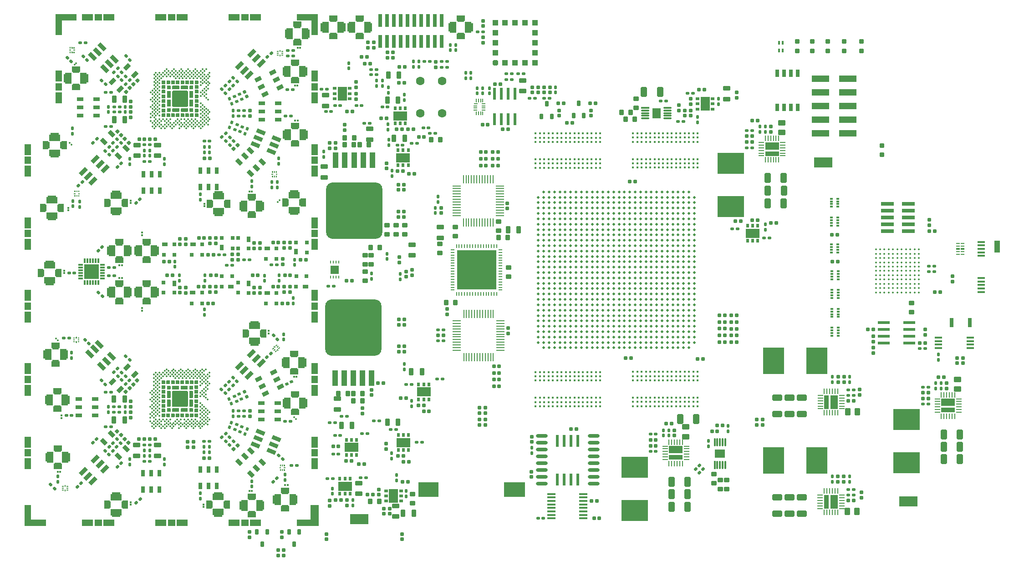
<source format=gtp>
G04 Layer_Color=8421504*
%FSLAX44Y44*%
%MOMM*%
G71*
G01*
G75*
%ADD20R,0.3000X0.3100*%
%ADD21R,0.3100X0.3000*%
G04:AMPARAMS|DCode=22|XSize=0.31mm|YSize=0.3mm|CornerRadius=0mm|HoleSize=0mm|Usage=FLASHONLY|Rotation=135.000|XOffset=0mm|YOffset=0mm|HoleType=Round|Shape=Rectangle|*
%AMROTATEDRECTD22*
4,1,4,0.2157,-0.0035,0.0035,-0.2157,-0.2157,0.0035,-0.0035,0.2157,0.2157,-0.0035,0.0*
%
%ADD22ROTATEDRECTD22*%

G04:AMPARAMS|DCode=23|XSize=0.31mm|YSize=0.3mm|CornerRadius=0mm|HoleSize=0mm|Usage=FLASHONLY|Rotation=45.000|XOffset=0mm|YOffset=0mm|HoleType=Round|Shape=Rectangle|*
%AMROTATEDRECTD23*
4,1,4,-0.0035,-0.2157,-0.2157,-0.0035,0.0035,0.2157,0.2157,0.0035,-0.0035,-0.2157,0.0*
%
%ADD23ROTATEDRECTD23*%

%ADD24R,2.5000X1.7000*%
%ADD25R,0.5000X0.7000*%
G04:AMPARAMS|DCode=26|XSize=0.6mm|YSize=0.6mm|CornerRadius=0.06mm|HoleSize=0mm|Usage=FLASHONLY|Rotation=180.000|XOffset=0mm|YOffset=0mm|HoleType=Round|Shape=RoundedRectangle|*
%AMROUNDEDRECTD26*
21,1,0.6000,0.4800,0,0,180.0*
21,1,0.4800,0.6000,0,0,180.0*
1,1,0.1200,-0.2400,0.2400*
1,1,0.1200,0.2400,0.2400*
1,1,0.1200,0.2400,-0.2400*
1,1,0.1200,-0.2400,-0.2400*
%
%ADD26ROUNDEDRECTD26*%
G04:AMPARAMS|DCode=27|XSize=1.3mm|YSize=0.8mm|CornerRadius=0.1mm|HoleSize=0mm|Usage=FLASHONLY|Rotation=0.000|XOffset=0mm|YOffset=0mm|HoleType=Round|Shape=RoundedRectangle|*
%AMROUNDEDRECTD27*
21,1,1.3000,0.6000,0,0,0.0*
21,1,1.1000,0.8000,0,0,0.0*
1,1,0.2000,0.5500,-0.3000*
1,1,0.2000,-0.5500,-0.3000*
1,1,0.2000,-0.5500,0.3000*
1,1,0.2000,0.5500,0.3000*
%
%ADD27ROUNDEDRECTD27*%
G04:AMPARAMS|DCode=28|XSize=0.6mm|YSize=0.6mm|CornerRadius=0.06mm|HoleSize=0mm|Usage=FLASHONLY|Rotation=270.000|XOffset=0mm|YOffset=0mm|HoleType=Round|Shape=RoundedRectangle|*
%AMROUNDEDRECTD28*
21,1,0.6000,0.4800,0,0,270.0*
21,1,0.4800,0.6000,0,0,270.0*
1,1,0.1200,-0.2400,-0.2400*
1,1,0.1200,-0.2400,0.2400*
1,1,0.1200,0.2400,0.2400*
1,1,0.1200,0.2400,-0.2400*
%
%ADD28ROUNDEDRECTD28*%
G04:AMPARAMS|DCode=29|XSize=0.5mm|YSize=0.6mm|CornerRadius=0.05mm|HoleSize=0mm|Usage=FLASHONLY|Rotation=0.000|XOffset=0mm|YOffset=0mm|HoleType=Round|Shape=RoundedRectangle|*
%AMROUNDEDRECTD29*
21,1,0.5000,0.5000,0,0,0.0*
21,1,0.4000,0.6000,0,0,0.0*
1,1,0.1000,0.2000,-0.2500*
1,1,0.1000,-0.2000,-0.2500*
1,1,0.1000,-0.2000,0.2500*
1,1,0.1000,0.2000,0.2500*
%
%ADD29ROUNDEDRECTD29*%
G04:AMPARAMS|DCode=30|XSize=0.5mm|YSize=0.6mm|CornerRadius=0.05mm|HoleSize=0mm|Usage=FLASHONLY|Rotation=270.000|XOffset=0mm|YOffset=0mm|HoleType=Round|Shape=RoundedRectangle|*
%AMROUNDEDRECTD30*
21,1,0.5000,0.5000,0,0,270.0*
21,1,0.4000,0.6000,0,0,270.0*
1,1,0.1000,-0.2500,-0.2000*
1,1,0.1000,-0.2500,0.2000*
1,1,0.1000,0.2500,0.2000*
1,1,0.1000,0.2500,-0.2000*
%
%ADD30ROUNDEDRECTD30*%
G04:AMPARAMS|DCode=31|XSize=0.5mm|YSize=0.6mm|CornerRadius=0.05mm|HoleSize=0mm|Usage=FLASHONLY|Rotation=315.000|XOffset=0mm|YOffset=0mm|HoleType=Round|Shape=RoundedRectangle|*
%AMROUNDEDRECTD31*
21,1,0.5000,0.5000,0,0,315.0*
21,1,0.4000,0.6000,0,0,315.0*
1,1,0.1000,-0.0354,-0.3182*
1,1,0.1000,-0.3182,-0.0354*
1,1,0.1000,0.0354,0.3182*
1,1,0.1000,0.3182,0.0354*
%
%ADD31ROUNDEDRECTD31*%
G04:AMPARAMS|DCode=32|XSize=0.5mm|YSize=0.6mm|CornerRadius=0.05mm|HoleSize=0mm|Usage=FLASHONLY|Rotation=225.000|XOffset=0mm|YOffset=0mm|HoleType=Round|Shape=RoundedRectangle|*
%AMROUNDEDRECTD32*
21,1,0.5000,0.5000,0,0,225.0*
21,1,0.4000,0.6000,0,0,225.0*
1,1,0.1000,-0.3182,0.0354*
1,1,0.1000,-0.0354,0.3182*
1,1,0.1000,0.3182,-0.0354*
1,1,0.1000,0.0354,-0.3182*
%
%ADD32ROUNDEDRECTD32*%
G04:AMPARAMS|DCode=33|XSize=1mm|YSize=0.9mm|CornerRadius=0.1125mm|HoleSize=0mm|Usage=FLASHONLY|Rotation=90.000|XOffset=0mm|YOffset=0mm|HoleType=Round|Shape=RoundedRectangle|*
%AMROUNDEDRECTD33*
21,1,1.0000,0.6750,0,0,90.0*
21,1,0.7750,0.9000,0,0,90.0*
1,1,0.2250,0.3375,0.3875*
1,1,0.2250,0.3375,-0.3875*
1,1,0.2250,-0.3375,-0.3875*
1,1,0.2250,-0.3375,0.3875*
%
%ADD33ROUNDEDRECTD33*%
G04:AMPARAMS|DCode=34|XSize=1mm|YSize=0.9mm|CornerRadius=0.1125mm|HoleSize=0mm|Usage=FLASHONLY|Rotation=0.000|XOffset=0mm|YOffset=0mm|HoleType=Round|Shape=RoundedRectangle|*
%AMROUNDEDRECTD34*
21,1,1.0000,0.6750,0,0,0.0*
21,1,0.7750,0.9000,0,0,0.0*
1,1,0.2250,0.3875,-0.3375*
1,1,0.2250,-0.3875,-0.3375*
1,1,0.2250,-0.3875,0.3375*
1,1,0.2250,0.3875,0.3375*
%
%ADD34ROUNDEDRECTD34*%
G04:AMPARAMS|DCode=35|XSize=1.3mm|YSize=0.8mm|CornerRadius=0.1mm|HoleSize=0mm|Usage=FLASHONLY|Rotation=270.000|XOffset=0mm|YOffset=0mm|HoleType=Round|Shape=RoundedRectangle|*
%AMROUNDEDRECTD35*
21,1,1.3000,0.6000,0,0,270.0*
21,1,1.1000,0.8000,0,0,270.0*
1,1,0.2000,-0.3000,-0.5500*
1,1,0.2000,-0.3000,0.5500*
1,1,0.2000,0.3000,0.5500*
1,1,0.2000,0.3000,-0.5500*
%
%ADD35ROUNDEDRECTD35*%
%ADD36R,0.7000X0.5000*%
%ADD37R,1.7000X2.5000*%
%ADD38R,1.2000X0.7600*%
G04:AMPARAMS|DCode=39|XSize=0.76mm|YSize=1.2mm|CornerRadius=0mm|HoleSize=0mm|Usage=FLASHONLY|Rotation=45.000|XOffset=0mm|YOffset=0mm|HoleType=Round|Shape=Rectangle|*
%AMROTATEDRECTD39*
4,1,4,0.1556,-0.6930,-0.6930,0.1556,-0.1556,0.6930,0.6930,-0.1556,0.1556,-0.6930,0.0*
%
%ADD39ROTATEDRECTD39*%

G04:AMPARAMS|DCode=40|XSize=0.76mm|YSize=1.2mm|CornerRadius=0mm|HoleSize=0mm|Usage=FLASHONLY|Rotation=115.000|XOffset=0mm|YOffset=0mm|HoleType=Round|Shape=Rectangle|*
%AMROTATEDRECTD40*
4,1,4,0.7044,-0.0908,-0.3832,-0.5980,-0.7044,0.0908,0.3832,0.5980,0.7044,-0.0908,0.0*
%
%ADD40ROTATEDRECTD40*%

%ADD41R,0.7600X1.2000*%
%ADD42C,1.6000*%
%ADD43R,0.7500X2.4000*%
%ADD44R,1.3000X2.0000*%
%ADD45R,1.3000X1.4000*%
%ADD46R,2.0000X1.3000*%
%ADD47R,1.4000X1.3000*%
G04:AMPARAMS|DCode=48|XSize=0.76mm|YSize=1.65mm|CornerRadius=0mm|HoleSize=0mm|Usage=FLASHONLY|Rotation=135.000|XOffset=0mm|YOffset=0mm|HoleType=Round|Shape=Rectangle|*
%AMROTATEDRECTD48*
4,1,4,0.8521,0.3147,-0.3147,-0.8521,-0.8521,-0.3147,0.3147,0.8521,0.8521,0.3147,0.0*
%
%ADD48ROTATEDRECTD48*%

%ADD49R,0.5500X2.2000*%
%ADD51R,1.5500X1.0000*%
%ADD52R,1.2000X1.6000*%
%ADD53R,1.2000X1.2000*%
%ADD54R,1.2000X2.1500*%
G04:AMPARAMS|DCode=55|XSize=1mm|YSize=1mm|CornerRadius=0.25mm|HoleSize=0mm|Usage=FLASHONLY|Rotation=270.000|XOffset=0mm|YOffset=0mm|HoleType=Round|Shape=RoundedRectangle|*
%AMROUNDEDRECTD55*
21,1,1.0000,0.5000,0,0,270.0*
21,1,0.5000,1.0000,0,0,270.0*
1,1,0.5000,-0.2500,-0.2500*
1,1,0.5000,-0.2500,0.2500*
1,1,0.5000,0.2500,0.2500*
1,1,0.5000,0.2500,-0.2500*
%
%ADD55ROUNDEDRECTD55*%
%ADD56R,1.0000X1.0000*%
%ADD57R,1.0000X1.0000*%
G04:AMPARAMS|DCode=58|XSize=0.6mm|YSize=1mm|CornerRadius=0.075mm|HoleSize=0mm|Usage=FLASHONLY|Rotation=0.000|XOffset=0mm|YOffset=0mm|HoleType=Round|Shape=RoundedRectangle|*
%AMROUNDEDRECTD58*
21,1,0.6000,0.8500,0,0,0.0*
21,1,0.4500,1.0000,0,0,0.0*
1,1,0.1500,0.2250,-0.4250*
1,1,0.1500,-0.2250,-0.4250*
1,1,0.1500,-0.2250,0.4250*
1,1,0.1500,0.2250,0.4250*
%
%ADD58ROUNDEDRECTD58*%
%ADD59O,2.2000X0.6000*%
G04:AMPARAMS|DCode=60|XSize=0.76mm|YSize=1.65mm|CornerRadius=0mm|HoleSize=0mm|Usage=FLASHONLY|Rotation=67.500|XOffset=0mm|YOffset=0mm|HoleType=Round|Shape=Rectangle|*
%AMROTATEDRECTD60*
4,1,4,0.6168,-0.6668,-0.9076,-0.0354,-0.6168,0.6668,0.9076,0.0354,0.6168,-0.6668,0.0*
%
%ADD60ROTATEDRECTD60*%

G04:AMPARAMS|DCode=61|XSize=0.76mm|YSize=1.65mm|CornerRadius=0mm|HoleSize=0mm|Usage=FLASHONLY|Rotation=225.000|XOffset=0mm|YOffset=0mm|HoleType=Round|Shape=Rectangle|*
%AMROTATEDRECTD61*
4,1,4,-0.3147,0.8521,0.8521,-0.3147,0.3147,-0.8521,-0.8521,0.3147,-0.3147,0.8521,0.0*
%
%ADD61ROTATEDRECTD61*%

%ADD62R,0.8000X1.4000*%
%ADD63R,0.8000X1.7000*%
%ADD64R,0.6000X0.4500*%
%ADD65R,0.6000X0.3000*%
G04:AMPARAMS|DCode=68|XSize=0.5mm|YSize=0.6mm|CornerRadius=0.05mm|HoleSize=0mm|Usage=FLASHONLY|Rotation=247.500|XOffset=0mm|YOffset=0mm|HoleType=Round|Shape=RoundedRectangle|*
%AMROUNDEDRECTD68*
21,1,0.5000,0.5000,0,0,247.5*
21,1,0.4000,0.6000,0,0,247.5*
1,1,0.1000,-0.3075,-0.0891*
1,1,0.1000,-0.1544,0.2804*
1,1,0.1000,0.3075,0.0891*
1,1,0.1000,0.1544,-0.2804*
%
%ADD68ROUNDEDRECTD68*%
G04:AMPARAMS|DCode=69|XSize=0.5mm|YSize=0.6mm|CornerRadius=0.05mm|HoleSize=0mm|Usage=FLASHONLY|Rotation=337.500|XOffset=0mm|YOffset=0mm|HoleType=Round|Shape=RoundedRectangle|*
%AMROUNDEDRECTD69*
21,1,0.5000,0.5000,0,0,337.5*
21,1,0.4000,0.6000,0,0,337.5*
1,1,0.1000,0.0891,-0.3075*
1,1,0.1000,-0.2804,-0.1544*
1,1,0.1000,-0.0891,0.3075*
1,1,0.1000,0.2804,0.1544*
%
%ADD69ROUNDEDRECTD69*%
G04:AMPARAMS|DCode=70|XSize=0.6mm|YSize=0.6mm|CornerRadius=0.06mm|HoleSize=0mm|Usage=FLASHONLY|Rotation=315.000|XOffset=0mm|YOffset=0mm|HoleType=Round|Shape=RoundedRectangle|*
%AMROUNDEDRECTD70*
21,1,0.6000,0.4800,0,0,315.0*
21,1,0.4800,0.6000,0,0,315.0*
1,1,0.1200,0.0000,-0.3394*
1,1,0.1200,-0.3394,0.0000*
1,1,0.1200,0.0000,0.3394*
1,1,0.1200,0.3394,0.0000*
%
%ADD70ROUNDEDRECTD70*%
G04:AMPARAMS|DCode=71|XSize=0.5mm|YSize=0.6mm|CornerRadius=0.05mm|HoleSize=0mm|Usage=FLASHONLY|Rotation=295.000|XOffset=0mm|YOffset=0mm|HoleType=Round|Shape=RoundedRectangle|*
%AMROUNDEDRECTD71*
21,1,0.5000,0.5000,0,0,295.0*
21,1,0.4000,0.6000,0,0,295.0*
1,1,0.1000,-0.1421,-0.2869*
1,1,0.1000,-0.3111,0.0756*
1,1,0.1000,0.1421,0.2869*
1,1,0.1000,0.3111,-0.0756*
%
%ADD71ROUNDEDRECTD71*%
G04:AMPARAMS|DCode=72|XSize=0.5mm|YSize=0.6mm|CornerRadius=0.05mm|HoleSize=0mm|Usage=FLASHONLY|Rotation=25.000|XOffset=0mm|YOffset=0mm|HoleType=Round|Shape=RoundedRectangle|*
%AMROUNDEDRECTD72*
21,1,0.5000,0.5000,0,0,25.0*
21,1,0.4000,0.6000,0,0,25.0*
1,1,0.1000,0.2869,-0.1421*
1,1,0.1000,-0.0756,-0.3111*
1,1,0.1000,-0.2869,0.1421*
1,1,0.1000,0.0756,0.3111*
%
%ADD72ROUNDEDRECTD72*%
G04:AMPARAMS|DCode=73|XSize=0.6mm|YSize=0.6mm|CornerRadius=0.06mm|HoleSize=0mm|Usage=FLASHONLY|Rotation=25.000|XOffset=0mm|YOffset=0mm|HoleType=Round|Shape=RoundedRectangle|*
%AMROUNDEDRECTD73*
21,1,0.6000,0.4800,0,0,25.0*
21,1,0.4800,0.6000,0,0,25.0*
1,1,0.1200,0.3189,-0.1161*
1,1,0.1200,-0.1161,-0.3189*
1,1,0.1200,-0.3189,0.1161*
1,1,0.1200,0.1161,0.3189*
%
%ADD73ROUNDEDRECTD73*%
G04:AMPARAMS|DCode=74|XSize=0.6mm|YSize=0.6mm|CornerRadius=0.06mm|HoleSize=0mm|Usage=FLASHONLY|Rotation=45.000|XOffset=0mm|YOffset=0mm|HoleType=Round|Shape=RoundedRectangle|*
%AMROUNDEDRECTD74*
21,1,0.6000,0.4800,0,0,45.0*
21,1,0.4800,0.6000,0,0,45.0*
1,1,0.1200,0.3394,0.0000*
1,1,0.1200,0.0000,-0.3394*
1,1,0.1200,-0.3394,0.0000*
1,1,0.1200,0.0000,0.3394*
%
%ADD74ROUNDEDRECTD74*%
G04:AMPARAMS|DCode=75|XSize=1.3mm|YSize=0.8mm|CornerRadius=0.1mm|HoleSize=0mm|Usage=FLASHONLY|Rotation=225.000|XOffset=0mm|YOffset=0mm|HoleType=Round|Shape=RoundedRectangle|*
%AMROUNDEDRECTD75*
21,1,1.3000,0.6000,0,0,225.0*
21,1,1.1000,0.8000,0,0,225.0*
1,1,0.2000,-0.6010,-0.1768*
1,1,0.2000,0.1768,0.6010*
1,1,0.2000,0.6010,0.1768*
1,1,0.2000,-0.1768,-0.6010*
%
%ADD75ROUNDEDRECTD75*%
G04:AMPARAMS|DCode=76|XSize=1.3mm|YSize=0.8mm|CornerRadius=0.1mm|HoleSize=0mm|Usage=FLASHONLY|Rotation=315.000|XOffset=0mm|YOffset=0mm|HoleType=Round|Shape=RoundedRectangle|*
%AMROUNDEDRECTD76*
21,1,1.3000,0.6000,0,0,315.0*
21,1,1.1000,0.8000,0,0,315.0*
1,1,0.2000,0.1768,-0.6010*
1,1,0.2000,-0.6010,0.1768*
1,1,0.2000,-0.1768,0.6010*
1,1,0.2000,0.6010,-0.1768*
%
%ADD76ROUNDEDRECTD76*%
G04:AMPARAMS|DCode=77|XSize=0.8mm|YSize=0.8mm|CornerRadius=0.1mm|HoleSize=0mm|Usage=FLASHONLY|Rotation=90.000|XOffset=0mm|YOffset=0mm|HoleType=Round|Shape=RoundedRectangle|*
%AMROUNDEDRECTD77*
21,1,0.8000,0.6000,0,0,90.0*
21,1,0.6000,0.8000,0,0,90.0*
1,1,0.2000,0.3000,0.3000*
1,1,0.2000,0.3000,-0.3000*
1,1,0.2000,-0.3000,-0.3000*
1,1,0.2000,-0.3000,0.3000*
%
%ADD77ROUNDEDRECTD77*%
%ADD78R,2.4000X0.7500*%
%ADD79R,3.2004X1.2700*%
%ADD80R,1.2000X1.2000*%
%ADD81R,2.1500X1.2000*%
%ADD82R,1.0000X1.5500*%
%ADD83R,1.6000X1.2000*%
%ADD84R,2.2000X0.5500*%
%ADD85C,0.3500*%
%ADD86R,0.6750X0.2000*%
%ADD87R,0.6750X0.4000*%
%ADD88O,0.2500X1.5500*%
%ADD89O,1.5500X0.2500*%
%ADD90O,0.2400X0.7500*%
%ADD91O,0.7500X0.2400*%
%ADD92R,7.4000X7.4000*%
%ADD93C,0.4100*%
%ADD94R,1.5000X0.3500*%
%ADD95C,0.5000*%
%ADD96R,0.6500X0.2000*%
%ADD97R,0.2000X0.6500*%
%ADD98R,0.7500X0.2000*%
%ADD99R,0.2500X0.6250*%
%ADD100R,1.6000X1.6000*%
G04:AMPARAMS|DCode=101|XSize=2.95mm|YSize=1.1mm|CornerRadius=0.1375mm|HoleSize=0mm|Usage=FLASHONLY|Rotation=270.000|XOffset=0mm|YOffset=0mm|HoleType=Round|Shape=RoundedRectangle|*
%AMROUNDEDRECTD101*
21,1,2.9500,0.8250,0,0,270.0*
21,1,2.6750,1.1000,0,0,270.0*
1,1,0.2750,-0.4125,-1.3375*
1,1,0.2750,-0.4125,1.3375*
1,1,0.2750,0.4125,1.3375*
1,1,0.2750,0.4125,-1.3375*
%
%ADD101ROUNDEDRECTD101*%
G04:AMPARAMS|DCode=102|XSize=10.5mm|YSize=10.5mm|CornerRadius=1.3125mm|HoleSize=0mm|Usage=FLASHONLY|Rotation=270.000|XOffset=0mm|YOffset=0mm|HoleType=Round|Shape=RoundedRectangle|*
%AMROUNDEDRECTD102*
21,1,10.5000,7.8750,0,0,270.0*
21,1,7.8750,10.5000,0,0,270.0*
1,1,2.6250,-3.9375,-3.9375*
1,1,2.6250,-3.9375,3.9375*
1,1,2.6250,3.9375,3.9375*
1,1,2.6250,3.9375,-3.9375*
%
%ADD102ROUNDEDRECTD102*%
%ADD103R,5.0000X4.0000*%
%ADD104R,2.5500X0.9000*%
%ADD105R,2.5500X1.4000*%
%ADD106R,0.2500X1.0000*%
%ADD107R,1.0000X0.2500*%
G04:AMPARAMS|DCode=108|XSize=1.8mm|YSize=1.15mm|CornerRadius=0.1437mm|HoleSize=0mm|Usage=FLASHONLY|Rotation=270.000|XOffset=0mm|YOffset=0mm|HoleType=Round|Shape=RoundedRectangle|*
%AMROUNDEDRECTD108*
21,1,1.8000,0.8625,0,0,270.0*
21,1,1.5125,1.1500,0,0,270.0*
1,1,0.2875,-0.4313,-0.7562*
1,1,0.2875,-0.4313,0.7562*
1,1,0.2875,0.4313,0.7562*
1,1,0.2875,0.4313,-0.7562*
%
%ADD108ROUNDEDRECTD108*%
%ADD109R,4.0000X1.3000*%
%ADD110R,1.3000X4.0000*%
%ADD111R,1.5000X4.0000*%
G04:AMPARAMS|DCode=112|XSize=1.4mm|YSize=1mm|CornerRadius=0.125mm|HoleSize=0mm|Usage=FLASHONLY|Rotation=270.000|XOffset=0mm|YOffset=0mm|HoleType=Round|Shape=RoundedRectangle|*
%AMROUNDEDRECTD112*
21,1,1.4000,0.7500,0,0,270.0*
21,1,1.1500,1.0000,0,0,270.0*
1,1,0.2500,-0.3750,-0.5750*
1,1,0.2500,-0.3750,0.5750*
1,1,0.2500,0.3750,0.5750*
1,1,0.2500,0.3750,-0.5750*
%
%ADD112ROUNDEDRECTD112*%
%ADD113R,0.9000X2.5500*%
%ADD114R,1.4000X2.5500*%
%ADD115R,4.0000X5.0000*%
G04:AMPARAMS|DCode=116|XSize=1.4mm|YSize=1mm|CornerRadius=0.125mm|HoleSize=0mm|Usage=FLASHONLY|Rotation=0.000|XOffset=0mm|YOffset=0mm|HoleType=Round|Shape=RoundedRectangle|*
%AMROUNDEDRECTD116*
21,1,1.4000,0.7500,0,0,0.0*
21,1,1.1500,1.0000,0,0,0.0*
1,1,0.2500,0.5750,-0.3750*
1,1,0.2500,-0.5750,-0.3750*
1,1,0.2500,-0.5750,0.3750*
1,1,0.2500,0.5750,0.3750*
%
%ADD116ROUNDEDRECTD116*%
G04:AMPARAMS|DCode=117|XSize=1.8mm|YSize=1.15mm|CornerRadius=0.1437mm|HoleSize=0mm|Usage=FLASHONLY|Rotation=180.000|XOffset=0mm|YOffset=0mm|HoleType=Round|Shape=RoundedRectangle|*
%AMROUNDEDRECTD117*
21,1,1.8000,0.8625,0,0,180.0*
21,1,1.5125,1.1500,0,0,180.0*
1,1,0.2875,-0.7562,0.4313*
1,1,0.2875,0.7562,0.4313*
1,1,0.2875,0.7562,-0.4313*
1,1,0.2875,-0.7562,-0.4313*
%
%ADD117ROUNDEDRECTD117*%
%ADD118R,0.9800X2.1800*%
%ADD119R,1.3500X0.4000*%
%ADD120R,3.5000X1.9000*%
%ADD121R,1.4000X0.4500*%
%ADD122R,4.0000X2.8000*%
%ADD123R,3.8000X2.8000*%
G04:AMPARAMS|DCode=124|XSize=1.6mm|YSize=1.9mm|CornerRadius=0.2mm|HoleSize=0mm|Usage=FLASHONLY|Rotation=270.000|XOffset=0mm|YOffset=0mm|HoleType=Round|Shape=RoundedRectangle|*
%AMROUNDEDRECTD124*
21,1,1.6000,1.5000,0,0,270.0*
21,1,1.2000,1.9000,0,0,270.0*
1,1,0.4000,-0.7500,-0.6000*
1,1,0.4000,-0.7500,0.6000*
1,1,0.4000,0.7500,0.6000*
1,1,0.4000,0.7500,-0.6000*
%
%ADD124ROUNDEDRECTD124*%
%ADD125O,0.3000X1.6000*%
G04:AMPARAMS|DCode=126|XSize=1.6mm|YSize=0.3mm|CornerRadius=0.0375mm|HoleSize=0mm|Usage=FLASHONLY|Rotation=90.000|XOffset=0mm|YOffset=0mm|HoleType=Round|Shape=RoundedRectangle|*
%AMROUNDEDRECTD126*
21,1,1.6000,0.2250,0,0,90.0*
21,1,1.5250,0.3000,0,0,90.0*
1,1,0.0750,0.1125,0.7625*
1,1,0.0750,0.1125,-0.7625*
1,1,0.0750,-0.1125,-0.7625*
1,1,0.0750,-0.1125,0.7625*
%
%ADD126ROUNDEDRECTD126*%
G04:AMPARAMS|DCode=127|XSize=1.6mm|YSize=0.3mm|CornerRadius=0.0375mm|HoleSize=0mm|Usage=FLASHONLY|Rotation=0.000|XOffset=0mm|YOffset=0mm|HoleType=Round|Shape=RoundedRectangle|*
%AMROUNDEDRECTD127*
21,1,1.6000,0.2250,0,0,0.0*
21,1,1.5250,0.3000,0,0,0.0*
1,1,0.0750,0.7625,-0.1125*
1,1,0.0750,-0.7625,-0.1125*
1,1,0.0750,-0.7625,0.1125*
1,1,0.0750,0.7625,0.1125*
%
%ADD127ROUNDEDRECTD127*%
%ADD128O,1.6000X0.3000*%
G04:AMPARAMS|DCode=129|XSize=1.6mm|YSize=1.9mm|CornerRadius=0.2mm|HoleSize=0mm|Usage=FLASHONLY|Rotation=180.000|XOffset=0mm|YOffset=0mm|HoleType=Round|Shape=RoundedRectangle|*
%AMROUNDEDRECTD129*
21,1,1.6000,1.5000,0,0,180.0*
21,1,1.2000,1.9000,0,0,180.0*
1,1,0.4000,-0.6000,0.7500*
1,1,0.4000,0.6000,0.7500*
1,1,0.4000,0.6000,-0.7500*
1,1,0.4000,-0.6000,-0.7500*
%
%ADD129ROUNDEDRECTD129*%
%ADD130R,1.0000X0.7000*%
%ADD131R,0.7000X0.7000*%
%ADD132R,0.7000X1.0000*%
%ADD133R,0.7000X0.7000*%
%ADD137R,0.2000X0.2000*%
%ADD138R,0.3000X0.9000*%
%ADD139R,0.9000X0.3000*%
%ADD140R,2.7000X2.7000*%
G04:AMPARAMS|DCode=141|XSize=0.7mm|YSize=0.4mm|CornerRadius=0.05mm|HoleSize=0mm|Usage=FLASHONLY|Rotation=90.000|XOffset=0mm|YOffset=0mm|HoleType=Round|Shape=RoundedRectangle|*
%AMROUNDEDRECTD141*
21,1,0.7000,0.3000,0,0,90.0*
21,1,0.6000,0.4000,0,0,90.0*
1,1,0.1000,0.1500,0.3000*
1,1,0.1000,0.1500,-0.3000*
1,1,0.1000,-0.1500,-0.3000*
1,1,0.1000,-0.1500,0.3000*
%
%ADD141ROUNDEDRECTD141*%
G36*
X345293Y404394D02*
X345492Y404394D01*
X345859Y404242D01*
X346141Y403960D01*
X346293Y403593D01*
X346293Y403394D01*
X346293Y403394D01*
X346292Y398644D01*
X346292Y398445D01*
X346140Y398078D01*
X345859Y397797D01*
X345492Y397644D01*
X345293Y397644D01*
X340543Y397644D01*
X340344Y397644D01*
X339977Y397797D01*
X339696Y398078D01*
X339544Y398446D01*
X339544Y398645D01*
X339544Y398645D01*
X339544Y403395D01*
X339544Y403594D01*
X339696Y403961D01*
X339977Y404242D01*
X340344Y404394D01*
X340543Y404394D01*
X340543Y404394D01*
X345293Y404394D01*
D02*
G37*
G36*
X396631Y414126D02*
X396829Y414126D01*
X397197Y413974D01*
X397478Y413692D01*
X397525Y413579D01*
X397631Y413323D01*
X397631Y413125D01*
X397631D01*
X397631Y408375D01*
X397631Y408176D01*
X397478Y407808D01*
X397197Y407527D01*
X396829Y407375D01*
X396630Y407376D01*
X396630Y407376D01*
X391880Y407375D01*
X391682Y407375D01*
X391314Y407528D01*
X391033Y407809D01*
X390881Y408176D01*
X390881Y408375D01*
X390881Y408375D01*
X390881Y413125D01*
X390881Y413324D01*
X390881Y413325D01*
Y413325D01*
X391034Y413693D01*
X391315Y413974D01*
X391682Y414126D01*
X391881Y414126D01*
X391881Y414126D01*
X396631Y414126D01*
D02*
G37*
G36*
X396630Y405376D02*
X396829Y405376D01*
X397197Y405223D01*
X397478Y404942D01*
X397630Y404574D01*
X397630Y404375D01*
X397630Y404375D01*
X397630Y399625D01*
X397630Y399426D01*
X397478Y399059D01*
X397197Y398778D01*
X396829Y398626D01*
X396631Y398626D01*
X396630Y398626D01*
X391880Y398626D01*
X391682Y398626D01*
X391314Y398778D01*
X391033Y399060D01*
X390881Y399427D01*
X390881Y399626D01*
X390881Y399626D01*
X390881Y404376D01*
X390881Y404575D01*
X391034Y404942D01*
X391315Y405224D01*
X391682Y405376D01*
X391881Y405376D01*
X391881Y405376D01*
X396630Y405376D01*
D02*
G37*
G36*
X335380Y405376D02*
X335579Y405376D01*
X335947Y405224D01*
X336228Y404942D01*
X336380Y404575D01*
X336379Y404376D01*
X336379Y404376D01*
X336380Y399626D01*
X336380Y399427D01*
X336227Y399059D01*
X335946Y398778D01*
X335579Y398626D01*
X335380Y398626D01*
X335380Y398626D01*
X330630Y398626D01*
X330431Y398626D01*
X330064Y398779D01*
X329782Y399060D01*
X329630Y399428D01*
X329631Y399627D01*
X329630Y399627D01*
X329631Y404377D01*
X329631Y404576D01*
X329783Y404943D01*
X330064Y405224D01*
X330432Y405376D01*
X330630Y405377D01*
Y405377D01*
X335380Y405376D01*
D02*
G37*
G36*
X335380Y414126D02*
X335579Y414126D01*
X335947Y413974D01*
X336228Y413693D01*
X336380Y413325D01*
X336379Y413126D01*
X336380Y413126D01*
X336380Y408376D01*
X336380Y408177D01*
X336228Y407810D01*
X335947Y407528D01*
X335579Y407377D01*
X335380Y407377D01*
X335380Y407377D01*
X330630Y407377D01*
X330431Y407377D01*
X330064Y407529D01*
X329783Y407810D01*
X329631Y408178D01*
X329631Y408377D01*
X329631Y408377D01*
X329631Y413127D01*
X329631Y413326D01*
X329783Y413693D01*
X330065Y413974D01*
X330432Y414127D01*
X330630Y414127D01*
X330630Y414127D01*
X335380Y414126D01*
D02*
G37*
G36*
X370381Y414125D02*
X370579Y414125D01*
X370947Y413972D01*
X371228Y413691D01*
X371380Y413324D01*
X371381Y413125D01*
X371381Y413125D01*
X371380Y408375D01*
X371380Y408176D01*
X371228Y407809D01*
X370946Y407528D01*
X370579Y407376D01*
X370380Y407376D01*
X370380Y407376D01*
X365630Y407376D01*
X365431Y407376D01*
X365064Y407528D01*
X364782Y407809D01*
X364630Y408176D01*
X364630Y408375D01*
X364630Y408375D01*
X364630Y413125D01*
X364630Y413324D01*
X364783Y413692D01*
X365064Y413973D01*
X365432Y414125D01*
X365631Y414125D01*
X365630Y414125D01*
X370381Y414125D01*
D02*
G37*
G36*
X361631Y414125D02*
X361829Y414125D01*
X362197Y413972D01*
X362478Y413691D01*
X362630Y413324D01*
X362630Y413125D01*
X362630D01*
X362630Y408376D01*
X362630Y408177D01*
X362478Y407809D01*
X362196Y407528D01*
X361828Y407376D01*
X361629Y407376D01*
X361629Y407376D01*
X356880Y407376D01*
X356681Y407376D01*
X356313Y407528D01*
X356032Y407809D01*
X355880Y408177D01*
X355880Y408376D01*
X355880Y408376D01*
X355880Y413125D01*
X355880Y413324D01*
X356032Y413692D01*
X356314Y413973D01*
X356682Y414125D01*
X356880Y414125D01*
X356880Y414125D01*
X361631Y414125D01*
D02*
G37*
G36*
X387881Y414124D02*
X388080Y414124D01*
X388447Y413972D01*
X388728Y413691D01*
X388881Y413324D01*
X388881Y413125D01*
X388881Y413125D01*
X388881Y408375D01*
X388881Y408176D01*
X388728Y407809D01*
X388447Y407528D01*
X388079Y407376D01*
X387880Y407376D01*
X387880Y407376D01*
X383130Y407376D01*
X382931Y407376D01*
X382564Y407528D01*
X382283Y407809D01*
X382131Y408176D01*
X382131Y408375D01*
X382131Y408375D01*
X382131Y413125D01*
X382131Y413324D01*
X382283Y413691D01*
X382565Y413973D01*
X382932Y414125D01*
X383131Y414125D01*
X383131Y414125D01*
X387881Y414124D01*
D02*
G37*
G36*
X379131Y414125D02*
X379330Y414124D01*
X379697Y413972D01*
X379978Y413691D01*
X380131Y413324D01*
X380131Y413125D01*
X380131D01*
X380130Y408375D01*
X380130Y408176D01*
X379978Y407809D01*
X379697Y407528D01*
X379329Y407376D01*
X379130Y407376D01*
X379130Y407376D01*
X374380Y407376D01*
X374181Y407376D01*
X373814Y407528D01*
X373532Y407809D01*
X373381Y408176D01*
X373381Y408375D01*
X373381Y408375D01*
X373381Y413125D01*
X373381Y413324D01*
X373533Y413692D01*
X373814Y413973D01*
X374182Y414125D01*
X374381Y414125D01*
X374381Y414125D01*
X379131Y414125D01*
D02*
G37*
G36*
X396630Y396626D02*
X396829Y396626D01*
X397197Y396473D01*
X397478Y396192D01*
X397630Y395824D01*
X397630Y395625D01*
X397630Y395625D01*
X397630Y390875D01*
X397630Y390676D01*
X397478Y390309D01*
X397197Y390028D01*
X396829Y389876D01*
X396630Y389876D01*
X396630Y389876D01*
X391880Y389876D01*
X391681Y389876D01*
X391314Y390028D01*
X391033Y390309D01*
X390881Y390677D01*
X390881Y390876D01*
X390881Y390876D01*
X390881Y395626D01*
X390881Y395825D01*
X391033Y396192D01*
X391315Y396473D01*
X391682Y396626D01*
X391881Y396626D01*
X391881Y396626D01*
X396630Y396626D01*
D02*
G37*
G36*
X335380Y396626D02*
X335579Y396626D01*
X335946Y396474D01*
X336227Y396192D01*
X336379Y395824D01*
X336379Y395625D01*
X336379Y395625D01*
X336379Y390876D01*
X336379Y390677D01*
X336227Y390309D01*
X335946Y390028D01*
X335579Y389876D01*
X335380Y389876D01*
X335380Y389876D01*
X330630Y389876D01*
X330431Y389876D01*
X330064Y390028D01*
X329782Y390310D01*
X329630Y390678D01*
X329630Y390877D01*
X329630Y390876D01*
X329631Y395627D01*
X329631Y395825D01*
X329783Y396193D01*
X330064Y396474D01*
X330431Y396626D01*
X330630Y396626D01*
X330630Y396626D01*
X335380Y396626D01*
D02*
G37*
G36*
X335380Y387876D02*
X335579Y387876D01*
X335946Y387723D01*
X336227Y387442D01*
X336379Y387074D01*
X336379Y386875D01*
X336379Y386875D01*
X336379Y382125D01*
X336379Y381926D01*
X336227Y381559D01*
X335946Y381278D01*
X335579Y381126D01*
X335380Y381126D01*
X335380Y381126D01*
X330630Y381126D01*
X330431Y381126D01*
X330063Y381278D01*
X329782Y381560D01*
X329630Y381927D01*
X329630Y382126D01*
X329630Y382126D01*
X329630Y386876D01*
X329631Y387075D01*
X329783Y387442D01*
X330064Y387724D01*
X330431Y387876D01*
X330630Y387876D01*
X330630Y387876D01*
X335380Y387876D01*
D02*
G37*
G36*
X387044Y394646D02*
X387243Y394646D01*
X387611Y394493D01*
X387892Y394212D01*
X388044Y393845D01*
X388044Y393646D01*
X388044Y393646D01*
X388045Y382646D01*
X388045Y382447D01*
X387892Y382079D01*
X387611Y381798D01*
X387243Y381645D01*
X387045Y381646D01*
X387044D01*
X382294Y381646D01*
X382095Y381646D01*
X381728Y381798D01*
X381447Y382079D01*
X381295Y382446D01*
X381295Y382645D01*
X381295Y382645D01*
X381295Y393645D01*
X381295Y393844D01*
X381447Y394212D01*
X381728Y394493D01*
X382095Y394646D01*
X382294Y394646D01*
X382294Y394646D01*
X387044Y394646D01*
D02*
G37*
G36*
X345295Y394645D02*
X345494Y394645D01*
X345861Y394492D01*
X346142Y394211D01*
X346294Y393843D01*
X346294Y393644D01*
X346294Y382644D01*
X346294Y382644D01*
X346294Y382445D01*
X346142Y382078D01*
X345861Y381797D01*
X345494Y381645D01*
X345295Y381645D01*
X340545Y381645D01*
X340544D01*
X340345Y381644D01*
X339978Y381797D01*
X339697Y382078D01*
X339544Y382446D01*
X339544Y382645D01*
X339545Y393645D01*
Y393645D01*
X339545Y393844D01*
X339697Y394211D01*
X339978Y394492D01*
X340346Y394645D01*
X340545Y394645D01*
X345295Y394645D01*
X345295Y394645D01*
D02*
G37*
G36*
X361861Y404243D02*
X362142Y403962D01*
X362295Y403594D01*
X362294Y403395D01*
X362294Y403395D01*
X362294Y398645D01*
X362294Y398446D01*
X362142Y398078D01*
X361861Y397797D01*
X361494Y397645D01*
X361295Y397645D01*
X361295Y397645D01*
X350295Y397645D01*
X350096Y397645D01*
X349728Y397797D01*
X349447Y398078D01*
X349294Y398446D01*
X349294Y398644D01*
X349294Y398644D01*
X349294Y403395D01*
X349295Y403594D01*
X349447Y403961D01*
X349728Y404242D01*
X350095Y404395D01*
X350294Y404395D01*
X350294Y404395D01*
X361294Y404395D01*
X361493Y404395D01*
X361861Y404243D01*
D02*
G37*
G36*
X387045Y404395D02*
X387244Y404395D01*
X387612Y404243D01*
X387893Y403961D01*
X388045Y403594D01*
X388045Y403395D01*
X388045Y403395D01*
X388045Y398645D01*
X388045Y398446D01*
X387893Y398079D01*
X387612Y397797D01*
X387244Y397645D01*
X387045Y397645D01*
X387045Y397645D01*
X382295Y397645D01*
X382096Y397645D01*
X381729Y397798D01*
X381448Y398079D01*
X381296Y398447D01*
X381296Y398646D01*
X381296Y398646D01*
X381296Y403396D01*
X381296Y403595D01*
X381448Y403962D01*
X381730Y404243D01*
X382097Y404395D01*
X382295Y404396D01*
X382296Y404396D01*
X387045Y404395D01*
D02*
G37*
G36*
X377494Y394689D02*
X378338Y393845D01*
X378795Y392742D01*
X378794Y392146D01*
X378795Y368145D01*
X378795Y368145D01*
X378795Y367548D01*
X378338Y366446D01*
X377494Y365602D01*
X376391Y365145D01*
X375794Y365145D01*
X351795Y365145D01*
X351795D01*
X351795D01*
X351795D01*
X351198Y365145D01*
X350096Y365602D01*
X349252Y366446D01*
X348795Y367548D01*
X348795Y368145D01*
X348794Y392146D01*
X348795Y392146D01*
X348795Y392742D01*
X349252Y393845D01*
X350096Y394688D01*
X351198Y395145D01*
X351795Y395145D01*
X375794Y395145D01*
X375795Y395145D01*
X376391Y395145D01*
X377494Y394689D01*
D02*
G37*
G36*
X377861Y404243D02*
X378142Y403962D01*
X378294Y403594D01*
X378294Y403395D01*
X378294Y403395D01*
X378294Y398645D01*
X378294Y398446D01*
X378142Y398078D01*
X377861Y397797D01*
X377493Y397645D01*
X377295Y397645D01*
X377294Y397645D01*
X366294Y397645D01*
X366096Y397645D01*
X365728Y397797D01*
X365447Y398078D01*
X365294Y398446D01*
X365294Y398644D01*
X365294Y398644D01*
X365294Y403395D01*
X365294Y403594D01*
X365447Y403961D01*
X365728Y404242D01*
X366095Y404394D01*
X366294Y404395D01*
X366294Y404395D01*
X377294Y404395D01*
X377493Y404395D01*
X377861Y404243D01*
D02*
G37*
G36*
X166322Y487286D02*
X167922D01*
X168105Y487209D01*
X168246Y487069D01*
X168322Y486885D01*
Y486786D01*
Y485786D01*
Y485686D01*
X168246Y485502D01*
X168105Y485362D01*
X167922Y485286D01*
X166322D01*
X165822Y485285D01*
Y485286D01*
X165723D01*
X165539Y485362D01*
X165398Y485502D01*
X165322Y485686D01*
Y485786D01*
Y486786D01*
Y486786D01*
Y486885D01*
X165398Y487069D01*
X165539Y487210D01*
X165723Y487286D01*
X165822D01*
X166322Y487286D01*
D02*
G37*
G36*
X176605Y487210D02*
X176746Y487069D01*
X176822Y486885D01*
Y486786D01*
Y486786D01*
Y485786D01*
Y485686D01*
X176746Y485502D01*
X176605Y485362D01*
X176422Y485286D01*
X176322D01*
Y485285D01*
X175822Y485286D01*
X174223D01*
X174039Y485362D01*
X173898Y485502D01*
X173822Y485686D01*
Y485786D01*
Y486786D01*
Y486885D01*
X173898Y487069D01*
X174039Y487209D01*
X174223Y487286D01*
X175822D01*
X176322Y487286D01*
X176422D01*
X176605Y487210D01*
D02*
G37*
G36*
X543667Y480965D02*
X543737Y480894D01*
X544445Y480187D01*
Y480187D01*
X544515Y480117D01*
X544591Y479933D01*
Y479734D01*
X544515Y479550D01*
X544445Y479480D01*
X544091Y479127D01*
X543384Y478419D01*
X543030Y478066D01*
X542960Y477995D01*
X542776Y477919D01*
X542577D01*
X542394Y477995D01*
X542323Y478066D01*
X542323D01*
X541616Y478773D01*
X541546Y478843D01*
X541470Y479027D01*
Y479226D01*
X541546Y479410D01*
X541616Y479480D01*
X541616D01*
X541970Y479834D01*
X542677Y480541D01*
X543030Y480894D01*
Y480894D01*
X543101Y480965D01*
X543284Y481041D01*
X543483D01*
X543667Y480965D01*
D02*
G37*
G36*
X171855Y487334D02*
X171996Y487194D01*
X172072Y487010D01*
Y486911D01*
X172072D01*
Y486411D01*
Y485160D01*
X172072Y484660D01*
Y484561D01*
X171996Y484377D01*
X171855Y484237D01*
X171672Y484161D01*
X170473D01*
X170289Y484237D01*
X170148Y484377D01*
X170072Y484561D01*
Y484660D01*
Y485160D01*
Y486411D01*
Y486911D01*
Y487010D01*
X170148Y487194D01*
X170289Y487334D01*
X170473Y487411D01*
X171672D01*
X171855Y487334D01*
D02*
G37*
G36*
X168105Y490709D02*
X168246Y490569D01*
X168322Y490385D01*
Y490286D01*
Y490285D01*
Y489286D01*
Y489186D01*
X168246Y489002D01*
X168105Y488862D01*
X167922Y488786D01*
X165822D01*
Y488786D01*
X165723D01*
X165539Y488862D01*
X165398Y489002D01*
X165322Y489186D01*
Y489286D01*
Y490285D01*
Y490385D01*
X165398Y490569D01*
X165539Y490709D01*
X165723Y490785D01*
X165822D01*
X166322Y490786D01*
X167922D01*
X168105Y490709D01*
D02*
G37*
G36*
Y494209D02*
X168246Y494069D01*
X168322Y493885D01*
Y493786D01*
Y492786D01*
Y492686D01*
X168246Y492502D01*
X168105Y492362D01*
X167922Y492286D01*
X165822D01*
Y492285D01*
X165723D01*
X165539Y492362D01*
X165398Y492502D01*
X165322Y492686D01*
Y492785D01*
Y493786D01*
Y493885D01*
X165398Y494069D01*
X165539Y494209D01*
X165723Y494286D01*
X167922D01*
X168105Y494209D01*
D02*
G37*
G36*
X176605D02*
X176746Y494069D01*
X176822Y493885D01*
Y493786D01*
Y492785D01*
Y492686D01*
X176746Y492502D01*
X176605Y492362D01*
X176422Y492285D01*
X176322D01*
Y492286D01*
X174223D01*
X174039Y492362D01*
X173898Y492502D01*
X173822Y492686D01*
Y492786D01*
Y493786D01*
Y493885D01*
X173898Y494069D01*
X174039Y494209D01*
X174223Y494286D01*
X176422D01*
X176605Y494209D01*
D02*
G37*
G36*
X176322Y490785D02*
X176422D01*
X176605Y490709D01*
X176746Y490569D01*
X176822Y490385D01*
Y490285D01*
Y489286D01*
Y489186D01*
X176746Y489002D01*
X176605Y488862D01*
X176422Y488786D01*
X176322D01*
Y488786D01*
X174223D01*
X174039Y488862D01*
X173898Y489002D01*
X173822Y489186D01*
Y489286D01*
Y490285D01*
Y490286D01*
Y490385D01*
X173898Y490569D01*
X174039Y490709D01*
X174223Y490786D01*
X175822D01*
X176322Y490785D01*
D02*
G37*
G36*
X171855Y495334D02*
X171996Y495194D01*
X172072Y495010D01*
Y494911D01*
X172072Y494411D01*
Y493161D01*
Y492661D01*
X172072D01*
Y492561D01*
X171996Y492377D01*
X171855Y492237D01*
X171672Y492161D01*
X170473D01*
X170289Y492237D01*
X170148Y492377D01*
X170072Y492561D01*
Y492661D01*
Y493161D01*
Y494411D01*
Y494911D01*
Y495010D01*
X170148Y495194D01*
X170289Y495334D01*
X170473Y495411D01*
X171672D01*
X171855Y495334D01*
D02*
G37*
G36*
X542606Y470005D02*
X542677Y469934D01*
X543384Y469227D01*
Y469227D01*
X543454Y469157D01*
X543530Y468973D01*
Y468774D01*
X543454Y468590D01*
X543384Y468520D01*
X543030Y468166D01*
X542323Y467459D01*
X541970Y467106D01*
X541899Y467035D01*
X541716Y466959D01*
X541517D01*
X541333Y467035D01*
X541263Y467106D01*
X541263D01*
X540555Y467813D01*
X540485Y467883D01*
X540409Y468067D01*
Y468266D01*
X540485Y468450D01*
X540555Y468520D01*
X540555D01*
X540909Y468873D01*
X541616Y469581D01*
X541970Y469934D01*
X542040Y470005D01*
X542224Y470081D01*
X542423D01*
X542606Y470005D01*
D02*
G37*
G36*
X540132Y472479D02*
X540202Y472409D01*
X540909Y471702D01*
Y471702D01*
X540979Y471632D01*
X541055Y471448D01*
Y471249D01*
X540979Y471065D01*
X540909Y470995D01*
X540555Y470641D01*
X539848Y469934D01*
X539495Y469581D01*
X539424Y469510D01*
X539241Y469434D01*
X539042D01*
X538858Y469510D01*
X538788Y469581D01*
X538788D01*
X538081Y470288D01*
X538010Y470358D01*
X537934Y470542D01*
Y470741D01*
X538010Y470924D01*
X538081Y470995D01*
Y470995D01*
X538434Y471348D01*
X539141Y472056D01*
X539495Y472409D01*
X539495D01*
X539565Y472479D01*
X539749Y472556D01*
X539948D01*
X540132Y472479D01*
D02*
G37*
G36*
X352880Y414125D02*
X353079Y414125D01*
X353446Y413973D01*
X353728Y413691D01*
X353880Y413324D01*
X353880Y413125D01*
X353880D01*
X353880Y408376D01*
X353880Y408177D01*
X353727Y407809D01*
X353446Y407528D01*
X353078Y407376D01*
X352879Y407377D01*
X352879Y407377D01*
X348129Y407376D01*
X347930Y407376D01*
X347563Y407528D01*
X347282Y407809D01*
X347130Y408177D01*
X347130Y408376D01*
X347130Y408376D01*
X347130Y413126D01*
X347130Y413325D01*
X347282Y413692D01*
X347564Y413973D01*
X347931Y414125D01*
X348130Y414125D01*
X348130Y414126D01*
X352880Y414125D01*
D02*
G37*
G36*
X344130Y414125D02*
X344329Y414125D01*
X344696Y413973D01*
X344977Y413692D01*
X345130Y413324D01*
X345130Y413126D01*
X345130D01*
X345130Y408376D01*
X345130Y408177D01*
X344977Y407809D01*
X344696Y407528D01*
X344328Y407376D01*
X344129Y407377D01*
X344129Y407377D01*
X339379Y407376D01*
X339180Y407376D01*
X338813Y407528D01*
X338532Y407810D01*
X338380Y408177D01*
X338380Y408376D01*
X338380Y408376D01*
X338380Y413126D01*
X338380Y413325D01*
X338532Y413692D01*
X338814Y413973D01*
X339181Y414126D01*
X339380Y414125D01*
X339380Y414126D01*
X344130Y414125D01*
D02*
G37*
G36*
X545170Y472744D02*
X545240Y472674D01*
X545594Y472321D01*
X546478Y471437D01*
X546831Y471083D01*
X546901Y471013D01*
X546978Y470829D01*
Y470630D01*
X546901Y470446D01*
X546831Y470376D01*
Y470376D01*
X546124Y469669D01*
X546054Y469599D01*
X545870Y469523D01*
X545671D01*
X545487Y469599D01*
X545417Y469669D01*
X545417Y469669D01*
X545063Y470023D01*
X544179Y470906D01*
X543826Y471260D01*
X543826D01*
X543755Y471330D01*
X543679Y471514D01*
Y471713D01*
X543755Y471897D01*
X543826Y471967D01*
X544533Y472674D01*
X544533D01*
X544603Y472744D01*
X544787Y472821D01*
X544986D01*
X545170Y472744D01*
D02*
G37*
G36*
X539513Y478401D02*
X539583Y478331D01*
X539937Y477977D01*
X540821Y477094D01*
X541174Y476740D01*
X541245Y476670D01*
X541321Y476486D01*
Y476287D01*
X541245Y476103D01*
X541174Y476033D01*
Y476033D01*
X540467Y475326D01*
X540397Y475256D01*
X540213Y475179D01*
X540014D01*
X539830Y475256D01*
X539760Y475326D01*
Y475326D01*
X539406Y475679D01*
X538522Y476563D01*
X538169Y476917D01*
X538169Y476917D01*
X538099Y476987D01*
X538022Y477171D01*
Y477370D01*
X538099Y477554D01*
X538169Y477624D01*
X538876Y478331D01*
X538876D01*
X538946Y478401D01*
X539130Y478478D01*
X539329D01*
X539513Y478401D01*
D02*
G37*
G36*
X546142Y478490D02*
X546212Y478419D01*
X546919Y477712D01*
X546919D01*
X546990Y477642D01*
X547066Y477458D01*
Y477259D01*
X546990Y477076D01*
X546919Y477005D01*
X546566Y476652D01*
X545859Y475945D01*
X545505Y475591D01*
X545435Y475521D01*
X545251Y475445D01*
X545052D01*
X544868Y475521D01*
X544798Y475591D01*
Y475591D01*
X544091Y476298D01*
X544021Y476368D01*
X543945Y476552D01*
Y476751D01*
X544021Y476935D01*
X544091Y477005D01*
X544091D01*
X544445Y477359D01*
X545152Y478066D01*
X545505Y478419D01*
Y478419D01*
X545575Y478490D01*
X545759Y478566D01*
X545958D01*
X546142Y478490D01*
D02*
G37*
G36*
X537657Y474954D02*
X537727Y474884D01*
X538434Y474177D01*
X538434D01*
X538504Y474106D01*
X538581Y473923D01*
Y473724D01*
X538504Y473540D01*
X538434Y473470D01*
X538081Y473116D01*
X537374Y472409D01*
X537020Y472055D01*
X536950Y471985D01*
X536766Y471909D01*
X536567D01*
X536383Y471985D01*
X536313Y472055D01*
Y472056D01*
X535606Y472763D01*
X535535Y472833D01*
X535459Y473017D01*
Y473216D01*
X535535Y473399D01*
X535606Y473470D01*
Y473470D01*
X535959Y473823D01*
X536666Y474530D01*
X537020Y474884D01*
X537020D01*
X537090Y474954D01*
X537274Y475030D01*
X537473D01*
X537657Y474954D01*
D02*
G37*
G36*
X548617Y476015D02*
X548687Y475945D01*
X549394Y475238D01*
X549394D01*
X549465Y475167D01*
X549541Y474983D01*
Y474784D01*
X549465Y474601D01*
X549394Y474530D01*
X549041Y474177D01*
X548334Y473470D01*
X547980Y473116D01*
X547910Y473046D01*
X547726Y472970D01*
X547527D01*
X547343Y473046D01*
X547273Y473116D01*
Y473116D01*
X546566Y473823D01*
X546496Y473894D01*
X546419Y474077D01*
Y474276D01*
X546496Y474460D01*
X546566Y474530D01*
X546919Y474884D01*
X547626Y475591D01*
X547980Y475945D01*
X547980D01*
X548050Y476015D01*
X548234Y476091D01*
X548433D01*
X548617Y476015D01*
D02*
G37*
G36*
X396630Y387875D02*
X396829Y387875D01*
X397197Y387723D01*
X397478Y387441D01*
X397630Y387074D01*
X397629Y386875D01*
X397629Y386875D01*
X397630Y382125D01*
X397630Y381926D01*
X397478Y381559D01*
X397196Y381277D01*
X396829Y381125D01*
X396630Y381125D01*
X396630Y381125D01*
X391880Y381125D01*
X391681Y381125D01*
X391314Y381278D01*
X391033Y381559D01*
X390881Y381927D01*
X390881Y382126D01*
X390880Y382126D01*
X390881Y386876D01*
X390881Y387075D01*
X391033Y387442D01*
X391314Y387723D01*
X391682Y387875D01*
X391880Y387876D01*
X391880Y387876D01*
X396630Y387875D01*
D02*
G37*
G36*
X551658Y252674D02*
X551799Y252533D01*
X551875Y252349D01*
Y252250D01*
Y251250D01*
Y251151D01*
X551799Y250967D01*
X551658Y250826D01*
X551474Y250750D01*
X549025D01*
X548842Y250826D01*
X548701Y250967D01*
X548625Y251151D01*
Y251250D01*
Y252250D01*
Y252349D01*
X548701Y252533D01*
X548842Y252674D01*
X549025Y252750D01*
X551474D01*
X551658Y252674D01*
D02*
G37*
G36*
X559658D02*
X559799Y252533D01*
X559875Y252349D01*
Y252250D01*
Y251250D01*
Y251151D01*
X559799Y250967D01*
X559658Y250826D01*
X559474Y250750D01*
X557025D01*
X556842Y250826D01*
X556701Y250967D01*
X556625Y251151D01*
Y251250D01*
Y252250D01*
Y252349D01*
X556701Y252533D01*
X556842Y252674D01*
X557025Y252750D01*
X559474D01*
X559658Y252674D01*
D02*
G37*
G36*
X555033Y248924D02*
X555174Y248783D01*
X555250Y248599D01*
Y248500D01*
Y248000D01*
Y247000D01*
Y246500D01*
X555250D01*
Y246401D01*
X555174Y246217D01*
X555033Y246076D01*
X554849Y246000D01*
X553651D01*
X553467Y246076D01*
X553326Y246217D01*
X553250Y246401D01*
Y246500D01*
X553250Y247000D01*
Y248000D01*
Y248500D01*
Y248599D01*
X553326Y248783D01*
X553467Y248924D01*
X553651Y249000D01*
X554849D01*
X555033Y248924D01*
D02*
G37*
G36*
X558533D02*
X558674Y248783D01*
X558750Y248599D01*
Y248500D01*
Y248000D01*
Y247000D01*
X558750Y246500D01*
X558750D01*
Y246401D01*
X558674Y246217D01*
X558533Y246076D01*
X558349Y246000D01*
X557150D01*
X556967Y246076D01*
X556826Y246217D01*
X556750Y246401D01*
Y246500D01*
X556750Y247000D01*
Y248000D01*
Y248500D01*
Y248599D01*
X556826Y248783D01*
X556967Y248924D01*
X557150Y249000D01*
X558349D01*
X558533Y248924D01*
D02*
G37*
G36*
X551533Y257424D02*
X551674Y257283D01*
X551750Y257099D01*
Y257000D01*
X551750D01*
Y256500D01*
Y255500D01*
Y255000D01*
Y255000D01*
Y254901D01*
X551674Y254717D01*
X551533Y254576D01*
X551349Y254500D01*
X550150D01*
X549967Y254576D01*
X549826Y254717D01*
X549750Y254901D01*
Y255000D01*
Y255500D01*
Y256500D01*
Y257000D01*
Y257099D01*
X549826Y257283D01*
X549967Y257424D01*
X550150Y257500D01*
X551349D01*
X551533Y257424D01*
D02*
G37*
G36*
X396629Y352874D02*
X396828Y352874D01*
X397196Y352722D01*
X397477Y352441D01*
X397629Y352073D01*
X397629Y351874D01*
X397629Y351874D01*
X397629Y347124D01*
X397629Y346925D01*
X397477Y346558D01*
X397196Y346277D01*
X396828Y346125D01*
X396630Y346125D01*
X396629Y346125D01*
X391880Y346125D01*
X391681Y346125D01*
X391313Y346277D01*
X391032Y346558D01*
X390880Y346926D01*
X390880Y347125D01*
X390880Y347125D01*
X390880Y351875D01*
X390880Y352074D01*
X391033Y352441D01*
X391314Y352722D01*
X391681Y352875D01*
X391880Y352875D01*
X391880Y352875D01*
X396629Y352874D01*
D02*
G37*
G36*
X388447Y352722D02*
X388728Y352441D01*
X388880Y352074D01*
X388880Y351875D01*
X388880Y351875D01*
X388880Y347125D01*
X388880Y346926D01*
X388727Y346558D01*
X388446Y346277D01*
X388078Y346125D01*
X387879Y346125D01*
X387880Y346125D01*
X383129Y346125D01*
X382931Y346126D01*
X382563Y346278D01*
X382282Y346559D01*
X382130Y346926D01*
X382130Y347125D01*
Y347125D01*
X382130Y351875D01*
X382130Y352074D01*
X382282Y352441D01*
X382564Y352723D01*
X382932Y352874D01*
X383130Y352874D01*
X383131Y352874D01*
X387880Y352874D01*
X388079Y352874D01*
X388447Y352722D01*
D02*
G37*
G36*
X555033Y257424D02*
X555174Y257283D01*
X555250Y257099D01*
Y257000D01*
X555250D01*
Y256500D01*
Y255500D01*
Y255000D01*
Y254901D01*
X555174Y254717D01*
X555033Y254576D01*
X554849Y254500D01*
X553651D01*
X553467Y254576D01*
X553326Y254717D01*
X553250Y254901D01*
Y255000D01*
Y255500D01*
Y256500D01*
X553250Y257000D01*
Y257099D01*
X553326Y257283D01*
X553467Y257424D01*
X553651Y257500D01*
X554849D01*
X555033Y257424D01*
D02*
G37*
G36*
X558533D02*
X558674Y257283D01*
X558750Y257099D01*
Y257000D01*
X558750D01*
X558750Y256500D01*
Y255500D01*
Y255000D01*
Y254901D01*
X558674Y254717D01*
X558533Y254576D01*
X558349Y254500D01*
X557150D01*
X556967Y254576D01*
X556826Y254717D01*
X556750Y254901D01*
Y255000D01*
Y255500D01*
Y256500D01*
X556750Y257000D01*
Y257099D01*
X556826Y257283D01*
X556967Y257424D01*
X557150Y257500D01*
X558349D01*
X558533Y257424D01*
D02*
G37*
G36*
X147267Y211053D02*
X147407Y210912D01*
X147483Y210729D01*
Y210629D01*
X147483D01*
Y209629D01*
Y209530D01*
X147407Y209346D01*
X147267Y209205D01*
X147083Y209129D01*
X146983D01*
X146983Y209129D01*
X146483Y209129D01*
X145483D01*
X144983Y209129D01*
X144983Y209129D01*
X144884D01*
X144700Y209205D01*
X144559Y209346D01*
X144483Y209530D01*
Y209629D01*
Y210629D01*
X144483D01*
Y210729D01*
X144559Y210912D01*
X144700Y211053D01*
X144884Y211129D01*
X144983D01*
X145483Y211129D01*
X146483D01*
X146983Y211129D01*
X147083D01*
X147267Y211053D01*
D02*
G37*
G36*
X146983Y214629D02*
X147083D01*
X147267Y214553D01*
X147407Y214412D01*
X147483Y214229D01*
Y214129D01*
X147483D01*
X147483Y213129D01*
Y213030D01*
X147407Y212846D01*
X147267Y212705D01*
X147083Y212629D01*
X146983D01*
X146983Y212629D01*
X144983D01*
Y212629D01*
X144884D01*
X144700Y212705D01*
X144559Y212846D01*
X144483Y213030D01*
Y213129D01*
X144483Y214129D01*
X144483D01*
Y214229D01*
X144559Y214412D01*
X144700Y214553D01*
X144884Y214629D01*
X144983D01*
X145483Y214629D01*
X146483D01*
X146983Y214629D01*
D02*
G37*
G36*
X151017Y211178D02*
X151157Y211038D01*
X151233Y210854D01*
Y210754D01*
Y210254D01*
Y209004D01*
Y208504D01*
Y208405D01*
X151157Y208221D01*
X151017Y208080D01*
X150833Y208004D01*
X149634D01*
X149450Y208080D01*
X149310Y208221D01*
X149233Y208405D01*
Y208504D01*
X149233Y209004D01*
Y210254D01*
X149233Y210754D01*
Y210854D01*
X149310Y211038D01*
X149450Y211178D01*
X149634Y211254D01*
X150833D01*
X151017Y211178D01*
D02*
G37*
G36*
X155766Y211053D02*
X155907Y210912D01*
X155983Y210729D01*
Y210629D01*
X155983Y210629D01*
X155983Y209629D01*
Y209530D01*
X155907Y209346D01*
X155767Y209205D01*
X155583Y209129D01*
X155483D01*
X155483Y209129D01*
X154983D01*
X153983Y209129D01*
X153384D01*
X153200Y209205D01*
X153059Y209346D01*
X152983Y209530D01*
Y209629D01*
Y210629D01*
X152983Y210629D01*
Y210729D01*
X153059Y210912D01*
X153200Y211053D01*
X153384Y211129D01*
X154983D01*
X155483Y211129D01*
X155583D01*
X155766Y211053D01*
D02*
G37*
G36*
X155483Y214629D02*
X155583D01*
X155766Y214553D01*
X155907Y214412D01*
X155983Y214229D01*
Y214129D01*
X155983Y214129D01*
X155983Y213129D01*
Y213030D01*
X155907Y212846D01*
X155766Y212705D01*
X155583Y212629D01*
X155483D01*
X155483Y212629D01*
X153384D01*
X153200Y212705D01*
X153059Y212846D01*
X152983Y213030D01*
Y213129D01*
X152983Y214129D01*
X152983Y214129D01*
Y214229D01*
X153059Y214412D01*
X153200Y214553D01*
X153384Y214629D01*
X154983D01*
X155483Y214629D01*
D02*
G37*
G36*
X155483Y218129D02*
X155583D01*
X155767Y218053D01*
X155907Y217913D01*
X155983Y217729D01*
Y217629D01*
X155983D01*
Y216629D01*
Y216530D01*
X155907Y216346D01*
X155766Y216205D01*
X155583Y216129D01*
X155483D01*
X155483Y216129D01*
X153384D01*
X153200Y216205D01*
X153059Y216346D01*
X152983Y216530D01*
Y216629D01*
X152983Y217629D01*
X152983D01*
Y217729D01*
X153059Y217913D01*
X153200Y218053D01*
X153384Y218129D01*
X153983D01*
X154983Y218129D01*
X155483Y218129D01*
D02*
G37*
G36*
X551533Y248924D02*
X551674Y248783D01*
X551750Y248599D01*
Y248500D01*
Y248000D01*
Y247000D01*
Y246500D01*
X551750D01*
Y246401D01*
X551674Y246217D01*
X551533Y246076D01*
X551349Y246000D01*
X550150D01*
X549967Y246076D01*
X549826Y246217D01*
X549750Y246401D01*
Y246500D01*
Y247000D01*
Y248000D01*
Y248500D01*
Y248599D01*
X549826Y248783D01*
X549967Y248924D01*
X550150Y249000D01*
X551349D01*
X551533Y248924D01*
D02*
G37*
G36*
X151017Y219178D02*
X151157Y219037D01*
X151233Y218854D01*
Y218754D01*
Y218254D01*
Y217004D01*
Y216504D01*
Y216405D01*
X151157Y216221D01*
X151017Y216080D01*
X150833Y216004D01*
X149634D01*
X149450Y216080D01*
X149310Y216221D01*
X149233Y216405D01*
Y216504D01*
X149233Y217004D01*
Y218254D01*
X149233Y218754D01*
Y218854D01*
X149310Y219037D01*
X149450Y219178D01*
X149634Y219254D01*
X150833D01*
X151017Y219178D01*
D02*
G37*
G36*
X147267Y218053D02*
X147407Y217913D01*
X147483Y217729D01*
Y217629D01*
X147483Y216629D01*
Y216530D01*
X147407Y216346D01*
X147267Y216205D01*
X147083Y216129D01*
X146983D01*
Y216129D01*
X144983D01*
X144983Y216129D01*
X144884D01*
X144700Y216205D01*
X144559Y216346D01*
X144483Y216530D01*
Y216629D01*
Y217629D01*
X144483D01*
Y217729D01*
X144559Y217913D01*
X144700Y218053D01*
X144884Y218129D01*
X147083D01*
X147267Y218053D01*
D02*
G37*
G36*
X361295Y362645D02*
X361494Y362645D01*
X361861Y362493D01*
X362143Y362212D01*
X362295Y361845D01*
X362295Y361646D01*
X362295Y361646D01*
X362295Y356896D01*
X362295Y356697D01*
X362143Y356329D01*
X361862Y356048D01*
X361494Y355896D01*
X361295Y355896D01*
X361295D01*
X350295Y355896D01*
X350096Y355895D01*
X349729Y356048D01*
X349447Y356329D01*
X349295Y356696D01*
X349295Y356895D01*
Y356895D01*
X349295Y361646D01*
X349295Y361845D01*
X349447Y362212D01*
X349728Y362493D01*
X350096Y362645D01*
X350295Y362645D01*
X350295Y362645D01*
X361295Y362645D01*
D02*
G37*
G36*
X396630Y370375D02*
X396829Y370375D01*
X397196Y370223D01*
X397477Y369941D01*
X397629Y369573D01*
X397629Y369374D01*
X397629Y369374D01*
X397629Y364624D01*
X397629Y364426D01*
X397477Y364058D01*
X397196Y363777D01*
X396829Y363625D01*
X396630Y363625D01*
X396630Y363625D01*
X391880Y363625D01*
X391681Y363625D01*
X391313Y363777D01*
X391032Y364059D01*
X390880Y364426D01*
X390880Y364625D01*
X390880Y364625D01*
X390880Y369375D01*
X390881Y369574D01*
X391033Y369941D01*
X391314Y370223D01*
X391681Y370375D01*
X391880Y370375D01*
X391880Y370375D01*
X396630Y370375D01*
D02*
G37*
G36*
X345294Y362645D02*
X345493Y362645D01*
X345860Y362493D01*
X346142Y362211D01*
X346294Y361844D01*
X346293Y361645D01*
X346294Y361645D01*
X346293Y356895D01*
X346293Y356696D01*
X346141Y356329D01*
X345860Y356048D01*
X345493Y355895D01*
X345294Y355895D01*
X340544Y355895D01*
X340345Y355895D01*
X339978Y356048D01*
X339696Y356329D01*
X339544Y356697D01*
X339545Y356896D01*
X339545Y356896D01*
X339545Y361646D01*
X339544Y361845D01*
X339697Y362212D01*
X339978Y362493D01*
X340345Y362645D01*
X340544Y362645D01*
X340544Y362645D01*
X345294Y362645D01*
D02*
G37*
G36*
X377295Y362645D02*
X377493Y362645D01*
X377861Y362493D01*
X378142Y362212D01*
X378295Y361845D01*
X378295Y361646D01*
X378295Y361646D01*
X378295Y356896D01*
X378295Y356697D01*
X378143Y356329D01*
X377861Y356048D01*
X377494Y355896D01*
X377295Y355896D01*
X377295D01*
X366295Y355895D01*
X366096Y355895D01*
X365728Y356047D01*
X365447Y356329D01*
X365295Y356696D01*
X365295Y356895D01*
Y356895D01*
X365295Y361646D01*
X365295Y361845D01*
X365447Y362212D01*
X365728Y362493D01*
X366096Y362645D01*
X366295Y362645D01*
X366295Y362645D01*
X377295Y362645D01*
D02*
G37*
G36*
X335379Y370375D02*
X335578Y370375D01*
X335946Y370223D01*
X336227Y369941D01*
X336379Y369574D01*
X336379Y369375D01*
X336379Y369375D01*
X336379Y364625D01*
X336379Y364426D01*
X336227Y364059D01*
X335946Y363778D01*
X335578Y363625D01*
X335379Y363626D01*
X335379Y363625D01*
X330630Y363625D01*
X330431Y363625D01*
X330063Y363778D01*
X329782Y364059D01*
X329630Y364427D01*
X329630Y364626D01*
X329630Y364626D01*
X329630Y369376D01*
X329630Y369575D01*
X329783Y369942D01*
X330064Y370223D01*
X330431Y370376D01*
X330630Y370376D01*
X330630Y370376D01*
X335379Y370375D01*
D02*
G37*
G36*
X335380Y379126D02*
X335578Y379126D01*
X335946Y378973D01*
X336227Y378692D01*
X336379Y378324D01*
X336379Y378125D01*
X336379Y378125D01*
X336379Y373375D01*
X336379Y373176D01*
X336227Y372809D01*
X335946Y372528D01*
X335578Y372376D01*
X335380Y372376D01*
X335380Y372376D01*
X330630Y372376D01*
X330431Y372376D01*
X330063Y372528D01*
X329782Y372809D01*
X329630Y373177D01*
X329630Y373376D01*
X329630Y373376D01*
X329630Y378126D01*
X329630Y378325D01*
X329783Y378692D01*
X330064Y378973D01*
X330431Y379126D01*
X330630Y379126D01*
X330630Y379126D01*
X335380Y379126D01*
D02*
G37*
G36*
X387612Y378494D02*
X387893Y378213D01*
X388045Y377845D01*
X388045Y377646D01*
X388044Y366646D01*
X388044Y366646D01*
X388044Y366447D01*
X387892Y366079D01*
X387611Y365798D01*
X387243Y365646D01*
X387045Y365646D01*
X382294Y365646D01*
X382294Y365646D01*
X382095Y365646D01*
X381728Y365798D01*
X381447Y366080D01*
X381295Y366447D01*
X381295Y366646D01*
X381295Y377646D01*
X381295Y377646D01*
X381295Y377845D01*
X381447Y378213D01*
X381728Y378494D01*
X382095Y378646D01*
X382294Y378646D01*
X387045Y378646D01*
X387045Y378646D01*
X387244Y378646D01*
X387612Y378494D01*
D02*
G37*
G36*
X340545Y378645D02*
X340545Y378645D01*
X345295Y378645D01*
X345494Y378645D01*
X345862Y378493D01*
X346143Y378212D01*
X346295Y377844D01*
X346295Y377645D01*
X346295Y377645D01*
X346295Y366645D01*
X346295Y366446D01*
X346143Y366079D01*
X345862Y365798D01*
X345494Y365645D01*
X345295Y365645D01*
X345295Y365645D01*
X340545Y365645D01*
X340346Y365645D01*
X339979Y365797D01*
X339697Y366078D01*
X339545Y366446D01*
X339545Y366645D01*
Y366645D01*
X339545Y377645D01*
X339545Y377844D01*
X339697Y378212D01*
X339978Y378493D01*
X340346Y378645D01*
X340545Y378645D01*
D02*
G37*
G36*
X396630Y379125D02*
X396829Y379125D01*
X397197Y378973D01*
X397478Y378691D01*
X397630Y378324D01*
X397629Y378125D01*
X397629Y378125D01*
X397629Y373375D01*
X397630Y373176D01*
X397477Y372808D01*
X397196Y372527D01*
X396829Y372375D01*
X396630Y372375D01*
X396630Y372375D01*
X391880Y372375D01*
X391681Y372375D01*
X391314Y372528D01*
X391032Y372809D01*
X390880Y373177D01*
X390881Y373376D01*
X390880Y373376D01*
X390881Y378126D01*
X390881Y378325D01*
X391033Y378692D01*
X391314Y378973D01*
X391682Y379125D01*
X391880Y379126D01*
X391880Y379126D01*
X396630Y379125D01*
D02*
G37*
G36*
X362196Y352723D02*
X362477Y352442D01*
X362629Y352074D01*
X362629Y351875D01*
X362629Y351875D01*
X362629Y347125D01*
X362629Y346926D01*
X362477Y346559D01*
X362195Y346278D01*
X361828Y346126D01*
X361629Y346126D01*
X361629Y346126D01*
X356879Y346126D01*
X356680Y346126D01*
X356313Y346278D01*
X356032Y346560D01*
X355879Y346927D01*
X355879Y347126D01*
Y347126D01*
X355879Y351875D01*
X355879Y352074D01*
X356032Y352442D01*
X356313Y352723D01*
X356681Y352875D01*
X356880Y352875D01*
X356880Y352875D01*
X361630Y352875D01*
X361829Y352875D01*
X362196Y352723D01*
D02*
G37*
G36*
X353446Y352723D02*
X353727Y352442D01*
X353879Y352075D01*
X353879Y351876D01*
X353879Y351875D01*
X353879Y347126D01*
X353879Y346927D01*
X353727Y346559D01*
X353445Y346278D01*
X353078Y346126D01*
X352879Y346126D01*
X352879Y346126D01*
X348129Y346126D01*
X347930Y346126D01*
X347562Y346279D01*
X347281Y346560D01*
X347129Y346927D01*
X347129Y347126D01*
Y347126D01*
X347129Y351875D01*
X347129Y352075D01*
X347281Y352442D01*
X347563Y352723D01*
X347931Y352875D01*
X348130Y352875D01*
X348130Y352875D01*
X352880Y352875D01*
X353078Y352875D01*
X353446Y352723D01*
D02*
G37*
G36*
X379696Y352723D02*
X379978Y352441D01*
X380130Y352074D01*
X380130Y351875D01*
X380130Y351875D01*
X380130Y347125D01*
X380130Y346926D01*
X379977Y346559D01*
X379696Y346278D01*
X379328Y346125D01*
X379129Y346126D01*
X379129Y346125D01*
X374379Y346126D01*
X374180Y346126D01*
X373813Y346278D01*
X373532Y346559D01*
X373380Y346927D01*
X373379Y347125D01*
Y347125D01*
X373380Y351875D01*
X373380Y352074D01*
X373532Y352442D01*
X373814Y352723D01*
X374181Y352875D01*
X374380Y352874D01*
X374380Y352874D01*
X379130Y352874D01*
X379329Y352875D01*
X379696Y352723D01*
D02*
G37*
G36*
X370946Y352723D02*
X371227Y352441D01*
X371379Y352074D01*
X371379Y351875D01*
X371380Y351875D01*
X371379Y347125D01*
X371379Y346926D01*
X371227Y346559D01*
X370946Y346278D01*
X370578Y346126D01*
X370379Y346126D01*
X370379Y346125D01*
X365629Y346126D01*
X365430Y346126D01*
X365063Y346278D01*
X364782Y346559D01*
X364629Y346927D01*
X364629Y347126D01*
Y347126D01*
X364630Y351875D01*
X364630Y352074D01*
X364782Y352442D01*
X365064Y352723D01*
X365431Y352875D01*
X365630Y352874D01*
X365630Y352874D01*
X370380Y352875D01*
X370579Y352875D01*
X370946Y352723D01*
D02*
G37*
G36*
X344696Y352723D02*
X344977Y352442D01*
X345129Y352075D01*
X345129Y351876D01*
X345129Y351876D01*
X345129Y347126D01*
X345129Y346927D01*
X344976Y346559D01*
X344695Y346278D01*
X344327Y346126D01*
X344128Y346126D01*
X344129Y346126D01*
X339378Y346126D01*
X339180Y346127D01*
X338812Y346279D01*
X338531Y346560D01*
X338379Y346927D01*
X338379Y347126D01*
X338379Y351876D01*
X338379Y352075D01*
X338531Y352442D01*
X338813Y352723D01*
X339181Y352875D01*
X339380Y352875D01*
X339380Y352875D01*
X344129Y352875D01*
X344328Y352875D01*
X344696Y352723D01*
D02*
G37*
G36*
X335379Y361625D02*
X335578Y361625D01*
X335946Y361473D01*
X336227Y361191D01*
X336379Y360824D01*
X336379Y360625D01*
X336379Y360625D01*
X336379Y355875D01*
X336379Y355676D01*
X336227Y355308D01*
X335946Y355027D01*
X335578Y354875D01*
X335379Y354875D01*
X335379Y354875D01*
X330629Y354875D01*
X330430Y354875D01*
X330063Y355028D01*
X329782Y355309D01*
X329630Y355677D01*
X329630Y355876D01*
X329630Y355876D01*
X329630Y360626D01*
X329630Y360825D01*
X329782Y361192D01*
X330064Y361473D01*
X330431Y361625D01*
X330630Y361626D01*
X330630Y361626D01*
X335379Y361625D01*
D02*
G37*
G36*
X387045Y362644D02*
X387244Y362644D01*
X387612Y362492D01*
X387893Y362210D01*
X388045Y361843D01*
X388045Y361644D01*
X388045D01*
X388045Y356895D01*
X388045Y356696D01*
X387892Y356328D01*
X387611Y356047D01*
X387243Y355895D01*
X387044Y355896D01*
X387044Y355895D01*
X382294Y355895D01*
X382095Y355895D01*
X381728Y356047D01*
X381447Y356328D01*
X381295Y356696D01*
X381295Y356895D01*
X381295Y356895D01*
X381295Y361645D01*
X381295Y361844D01*
X381447Y362211D01*
X381729Y362492D01*
X382096Y362644D01*
X382295Y362644D01*
X382295Y362644D01*
X387045Y362644D01*
D02*
G37*
G36*
X335946Y352723D02*
X336227Y352442D01*
X336379Y352075D01*
X336379Y351876D01*
X336379Y351876D01*
X336379Y347126D01*
X336379Y346927D01*
X336226Y346559D01*
X335945Y346278D01*
X335577Y346126D01*
X335378Y346126D01*
X335378Y346126D01*
X330628Y346126D01*
X330429Y346127D01*
X330062Y346279D01*
X329781Y346560D01*
X329629Y346927D01*
X329628Y347126D01*
Y347126D01*
X329629Y351876D01*
X329629Y352075D01*
X329781Y352442D01*
X330063Y352724D01*
X330430Y352875D01*
X330629Y352875D01*
X330629Y352875D01*
X335379Y352875D01*
X335578Y352875D01*
X335946Y352723D01*
D02*
G37*
G36*
X396630Y361625D02*
X396829Y361625D01*
X397196Y361472D01*
X397477Y361191D01*
X397629Y360823D01*
X397629Y360624D01*
X397629Y360624D01*
X397629Y355874D01*
X397629Y355675D01*
X397477Y355308D01*
X397196Y355027D01*
X396829Y354875D01*
X396630Y354875D01*
X396630Y354875D01*
X391880Y354875D01*
X391681Y354875D01*
X391313Y355027D01*
X391032Y355309D01*
X390880Y355676D01*
X390880Y355875D01*
X390880Y355875D01*
X390880Y360625D01*
X390881Y360824D01*
X391033Y361191D01*
X391314Y361473D01*
X391681Y361625D01*
X391880Y361625D01*
X391880Y361625D01*
X396630Y361625D01*
D02*
G37*
G36*
X345560Y962765D02*
X345759Y962765D01*
X346126Y962613D01*
X346407Y962331D01*
X346559Y961963D01*
X346559Y961765D01*
X346560Y961765D01*
X346559Y957014D01*
X346559Y956816D01*
X346407Y956448D01*
X346126Y956167D01*
X345758Y956015D01*
X345560Y956015D01*
X340810Y956015D01*
X340611Y956015D01*
X340243Y956167D01*
X339962Y956449D01*
X339810Y956817D01*
X339811Y957016D01*
X339811Y957016D01*
X339810Y961765D01*
X339810Y961964D01*
X339962Y962332D01*
X340243Y962613D01*
X340611Y962765D01*
X340810Y962765D01*
X340810Y962765D01*
X345560Y962765D01*
D02*
G37*
G36*
X396897Y972497D02*
X397096Y972497D01*
X397464Y972344D01*
X397745Y972063D01*
X397792Y971949D01*
X397898Y971694D01*
X397898Y971495D01*
X397898D01*
X397897Y966746D01*
X397897Y966547D01*
X397745Y966179D01*
X397464Y965898D01*
X397096Y965746D01*
X396897Y965746D01*
X396897Y965746D01*
X392147Y965746D01*
X391948Y965746D01*
X391581Y965898D01*
X391300Y966179D01*
X391148Y966547D01*
X391148Y966746D01*
X391148Y966746D01*
X391148Y971496D01*
X391148Y971695D01*
X391148Y971696D01*
Y971696D01*
X391301Y972063D01*
X391582Y972344D01*
X391949Y972497D01*
X392148Y972497D01*
X392148Y972497D01*
X396897Y972497D01*
D02*
G37*
G36*
X396897Y963746D02*
X397096Y963746D01*
X397464Y963594D01*
X397745Y963313D01*
X397897Y962945D01*
X397896Y962746D01*
X397896Y962746D01*
X397897Y957996D01*
X397897Y957797D01*
X397745Y957430D01*
X397463Y957149D01*
X397096Y956997D01*
X396897Y956997D01*
X396897Y956997D01*
X392147Y956997D01*
X391948Y956997D01*
X391581Y957149D01*
X391300Y957430D01*
X391147Y957798D01*
X391148Y957997D01*
X391147Y957997D01*
X391148Y962747D01*
X391148Y962946D01*
X391300Y963313D01*
X391581Y963594D01*
X391949Y963747D01*
X392147Y963747D01*
X392147Y963747D01*
X396897Y963746D01*
D02*
G37*
G36*
X335647Y963747D02*
X335846Y963747D01*
X336213Y963595D01*
X336494Y963313D01*
X336646Y962945D01*
X336646Y962746D01*
X336646Y962746D01*
X336646Y957996D01*
X336646Y957798D01*
X336494Y957430D01*
X336213Y957149D01*
X335846Y956997D01*
X335647Y956997D01*
X335647Y956997D01*
X330897Y956997D01*
X330698Y956997D01*
X330330Y957149D01*
X330049Y957431D01*
X329897Y957798D01*
X329897Y957997D01*
X329897Y957997D01*
X329897Y962747D01*
X329898Y962946D01*
X330050Y963314D01*
X330331Y963595D01*
X330698Y963747D01*
X330897Y963747D01*
Y963747D01*
X335647Y963747D01*
D02*
G37*
G36*
X335647Y972497D02*
X335846Y972497D01*
X336213Y972345D01*
X336495Y972063D01*
X336646Y971695D01*
X336646Y971497D01*
X336646Y971497D01*
X336646Y966747D01*
X336646Y966548D01*
X336494Y966180D01*
X336213Y965899D01*
X335846Y965747D01*
X335647Y965747D01*
X335647Y965747D01*
X330897Y965747D01*
X330698Y965747D01*
X330331Y965900D01*
X330049Y966181D01*
X329897Y966549D01*
X329897Y966748D01*
X329897Y966748D01*
X329897Y971498D01*
X329898Y971696D01*
X330050Y972064D01*
X330331Y972345D01*
X330698Y972497D01*
X330897Y972497D01*
X330897Y972497D01*
X335647Y972497D01*
D02*
G37*
G36*
X370648Y972496D02*
X370846Y972495D01*
X371213Y972343D01*
X371495Y972062D01*
X371647Y971695D01*
X371647Y971496D01*
X371647Y971496D01*
X371647Y966746D01*
X371647Y966547D01*
X371494Y966180D01*
X371213Y965899D01*
X370845Y965747D01*
X370646Y965747D01*
X370646Y965747D01*
X365896Y965747D01*
X365698Y965747D01*
X365330Y965899D01*
X365049Y966180D01*
X364897Y966547D01*
X364897Y966746D01*
X364897Y966746D01*
X364897Y971496D01*
X364897Y971695D01*
X365049Y972063D01*
X365331Y972344D01*
X365699Y972496D01*
X365897Y972496D01*
X365897Y972496D01*
X370648Y972496D01*
D02*
G37*
G36*
X361897Y972496D02*
X362096Y972495D01*
X362463Y972343D01*
X362744Y972062D01*
X362897Y971695D01*
X362897Y971496D01*
X362897D01*
X362897Y966746D01*
X362897Y966547D01*
X362744Y966180D01*
X362463Y965899D01*
X362095Y965747D01*
X361896Y965747D01*
X361896Y965747D01*
X357146Y965747D01*
X356947Y965747D01*
X356580Y965899D01*
X356299Y966180D01*
X356147Y966547D01*
X356147Y966746D01*
X356147Y966746D01*
X356147Y971496D01*
X356147Y971695D01*
X356299Y972063D01*
X356581Y972344D01*
X356948Y972496D01*
X357147Y972496D01*
X357147Y972496D01*
X361897Y972496D01*
D02*
G37*
G36*
X388148Y972495D02*
X388347Y972495D01*
X388714Y972343D01*
X388995Y972062D01*
X389147Y971694D01*
X389148Y971496D01*
X389148Y971496D01*
X389147Y966746D01*
X389147Y966547D01*
X388995Y966179D01*
X388713Y965898D01*
X388346Y965746D01*
X388147Y965747D01*
X388147Y965747D01*
X383397Y965746D01*
X383198Y965746D01*
X382831Y965898D01*
X382550Y966180D01*
X382397Y966547D01*
X382397Y966746D01*
X382397Y966746D01*
X382397Y971496D01*
X382397Y971695D01*
X382550Y972062D01*
X382831Y972343D01*
X383199Y972495D01*
X383398Y972495D01*
X383398Y972495D01*
X388148Y972495D01*
D02*
G37*
G36*
X379398Y972495D02*
X379596Y972495D01*
X379964Y972343D01*
X380245Y972062D01*
X380397Y971694D01*
X380397Y971496D01*
X380397D01*
X380397Y966746D01*
X380397Y966547D01*
X380245Y966180D01*
X379963Y965898D01*
X379595Y965747D01*
X379397Y965747D01*
X379397Y965747D01*
X374647Y965747D01*
X374448Y965746D01*
X374080Y965899D01*
X373799Y966180D01*
X373647Y966547D01*
X373647Y966746D01*
X373647Y966746D01*
X373647Y971496D01*
X373647Y971695D01*
X373800Y972062D01*
X374081Y972344D01*
X374449Y972496D01*
X374648Y972495D01*
X374647Y972496D01*
X379398Y972495D01*
D02*
G37*
G36*
X396897Y954996D02*
X397096Y954996D01*
X397463Y954844D01*
X397745Y954562D01*
X397896Y954195D01*
X397896Y953996D01*
X397896Y953996D01*
X397896Y949246D01*
X397897Y949047D01*
X397744Y948680D01*
X397463Y948398D01*
X397096Y948246D01*
X396897Y948246D01*
X396897Y948246D01*
X392147Y948246D01*
X391948Y948246D01*
X391581Y948399D01*
X391299Y948680D01*
X391147Y949048D01*
X391147Y949247D01*
X391147Y949247D01*
X391148Y953997D01*
X391148Y954196D01*
X391300Y954563D01*
X391581Y954844D01*
X391949Y954996D01*
X392147Y954997D01*
X392147Y954997D01*
X396897Y954996D01*
D02*
G37*
G36*
X335647Y954997D02*
X335846Y954997D01*
X336213Y954844D01*
X336494Y954563D01*
X336646Y954195D01*
X336646Y953996D01*
X336646Y953996D01*
X336646Y949246D01*
X336646Y949047D01*
X336494Y948680D01*
X336213Y948399D01*
X335845Y948247D01*
X335647Y948247D01*
X335647Y948247D01*
X330897Y948247D01*
X330698Y948247D01*
X330330Y948399D01*
X330049Y948681D01*
X329897Y949048D01*
X329897Y949247D01*
X329897Y949247D01*
X329897Y953997D01*
X329897Y954196D01*
X330050Y954563D01*
X330331Y954845D01*
X330698Y954997D01*
X330897Y954997D01*
X330897Y954997D01*
X335647Y954997D01*
D02*
G37*
G36*
X335647Y946246D02*
X335845Y946246D01*
X336213Y946094D01*
X336494Y945813D01*
X336646Y945445D01*
X336646Y945246D01*
X336646Y945246D01*
X336646Y940496D01*
X336646Y940297D01*
X336494Y939930D01*
X336213Y939649D01*
X335845Y939497D01*
X335647Y939497D01*
X335647Y939497D01*
X330896Y939497D01*
X330698Y939497D01*
X330330Y939649D01*
X330049Y939930D01*
X329897Y940298D01*
X329897Y940497D01*
X329897Y940497D01*
X329897Y945247D01*
X329897Y945446D01*
X330050Y945813D01*
X330331Y946094D01*
X330698Y946247D01*
X330897Y946247D01*
X330897Y946247D01*
X335647Y946246D01*
D02*
G37*
G36*
X387311Y953016D02*
X387510Y953016D01*
X387877Y952864D01*
X388158Y952583D01*
X388311Y952215D01*
X388311Y952017D01*
X388311Y952017D01*
X388311Y941016D01*
X388311Y940817D01*
X388159Y940450D01*
X387878Y940168D01*
X387510Y940016D01*
X387311Y940016D01*
X387311D01*
X382561Y940017D01*
X382362Y940016D01*
X381995Y940168D01*
X381713Y940450D01*
X381561Y940817D01*
X381562Y941016D01*
X381561Y941016D01*
X381561Y952016D01*
X381561Y952215D01*
X381713Y952582D01*
X381994Y952864D01*
X382362Y953016D01*
X382561Y953016D01*
X382561Y953016D01*
X387311Y953016D01*
D02*
G37*
G36*
X345562Y953015D02*
X345761Y953015D01*
X346128Y952863D01*
X346409Y952581D01*
X346561Y952214D01*
X346561Y952015D01*
X346561Y941015D01*
X346561Y941015D01*
X346561Y940816D01*
X346409Y940449D01*
X346128Y940167D01*
X345760Y940015D01*
X345562Y940016D01*
X340811Y940015D01*
X340811D01*
X340612Y940015D01*
X340244Y940167D01*
X339963Y940449D01*
X339811Y940816D01*
X339811Y941015D01*
X339812Y952016D01*
Y952016D01*
X339812Y952214D01*
X339964Y952582D01*
X340245Y952863D01*
X340612Y953015D01*
X340811Y953015D01*
X345562Y953016D01*
X345562Y953015D01*
D02*
G37*
G36*
X362128Y962614D02*
X362409Y962333D01*
X362561Y961965D01*
X362561Y961766D01*
X362561Y961766D01*
X362561Y957015D01*
X362561Y956817D01*
X362409Y956449D01*
X362128Y956168D01*
X361760Y956016D01*
X361562Y956016D01*
X361561Y956016D01*
X350561Y956016D01*
X350363Y956016D01*
X349995Y956168D01*
X349714Y956449D01*
X349561Y956816D01*
X349561Y957015D01*
X349561Y957015D01*
X349561Y961766D01*
X349561Y961964D01*
X349713Y962332D01*
X349995Y962613D01*
X350362Y962765D01*
X350561Y962765D01*
X350561Y962765D01*
X361561Y962766D01*
X361760Y962766D01*
X362128Y962614D01*
D02*
G37*
G36*
X387312Y962766D02*
X387511Y962766D01*
X387878Y962614D01*
X388160Y962332D01*
X388312Y961964D01*
X388311Y961765D01*
X388311Y961765D01*
X388311Y957016D01*
X388312Y956817D01*
X388159Y956449D01*
X387878Y956168D01*
X387511Y956016D01*
X387312Y956016D01*
X387312Y956016D01*
X382562Y956016D01*
X382363Y956016D01*
X381996Y956169D01*
X381714Y956450D01*
X381562Y956817D01*
X381562Y957017D01*
X381562Y957016D01*
X381562Y961767D01*
X381563Y961965D01*
X381715Y962333D01*
X381996Y962614D01*
X382364Y962766D01*
X382562Y962766D01*
X382562Y962766D01*
X387312Y962766D01*
D02*
G37*
G36*
X377761Y953059D02*
X378605Y952216D01*
X379061Y951113D01*
X379061Y950516D01*
X379062Y926516D01*
X379062Y926516D01*
X379061Y925919D01*
X378604Y924817D01*
X377761Y923973D01*
X376658Y923516D01*
X376061Y923516D01*
X352062Y923516D01*
X352062D01*
X352062D01*
X352062D01*
X351465Y923516D01*
X350362Y923972D01*
X349519Y924816D01*
X349062Y925919D01*
X349062Y926516D01*
X349061Y950516D01*
X349061Y950516D01*
X349061Y951113D01*
X349518Y952215D01*
X350362Y953059D01*
X351465Y953516D01*
X352062Y953515D01*
X376061Y953516D01*
X376061Y953516D01*
X376658Y953516D01*
X377761Y953059D01*
D02*
G37*
G36*
X378127Y962614D02*
X378409Y962332D01*
X378561Y961965D01*
X378561Y961766D01*
X378561Y961766D01*
X378561Y957015D01*
X378561Y956816D01*
X378409Y956449D01*
X378128Y956168D01*
X377760Y956016D01*
X377561Y956016D01*
X377561Y956016D01*
X366561Y956016D01*
X366362Y956016D01*
X365995Y956168D01*
X365713Y956449D01*
X365561Y956816D01*
X365561Y957015D01*
X365561Y957015D01*
X365561Y961766D01*
X365561Y961964D01*
X365713Y962332D01*
X365994Y962613D01*
X366362Y962765D01*
X366561Y962765D01*
X366561Y962765D01*
X377561Y962766D01*
X377760Y962766D01*
X378127Y962614D01*
D02*
G37*
G36*
X545000Y1027500D02*
X546600D01*
X546783Y1027424D01*
X546924Y1027283D01*
X547000Y1027100D01*
Y1027000D01*
Y1026000D01*
Y1026000D01*
Y1025901D01*
X546924Y1025717D01*
X546783Y1025576D01*
X546600Y1025500D01*
X545000D01*
X544500Y1025500D01*
X544401D01*
X544217Y1025576D01*
X544076Y1025717D01*
X544000Y1025901D01*
Y1026000D01*
Y1026000D01*
Y1027000D01*
Y1027100D01*
X544076Y1027283D01*
X544217Y1027424D01*
X544401Y1027500D01*
X544500D01*
Y1027500D01*
X545000Y1027500D01*
D02*
G37*
G36*
X555000D02*
X555099D01*
X555283Y1027424D01*
X555424Y1027283D01*
X555500Y1027100D01*
Y1027000D01*
Y1026000D01*
Y1026000D01*
Y1025901D01*
X555424Y1025717D01*
X555283Y1025576D01*
X555099Y1025500D01*
X555000D01*
X554500Y1025500D01*
X552901D01*
X552717Y1025576D01*
X552576Y1025717D01*
X552500Y1025901D01*
Y1026000D01*
Y1026000D01*
Y1027000D01*
Y1027100D01*
X552576Y1027283D01*
X552717Y1027424D01*
X552901Y1027500D01*
X554500D01*
X555000Y1027500D01*
Y1027500D01*
D02*
G37*
G36*
X167533Y1026174D02*
X167674Y1026033D01*
X167750Y1025850D01*
Y1025750D01*
Y1025250D01*
Y1024250D01*
Y1023750D01*
Y1023651D01*
X167674Y1023467D01*
X167533Y1023326D01*
X167349Y1023250D01*
X166150D01*
X165967Y1023326D01*
X165826Y1023467D01*
X165750Y1023651D01*
Y1023750D01*
Y1024250D01*
Y1025250D01*
Y1025750D01*
Y1025850D01*
X165826Y1026033D01*
X165967Y1026174D01*
X166150Y1026250D01*
X167349D01*
X167533Y1026174D01*
D02*
G37*
G36*
X550533Y1028549D02*
X550674Y1028408D01*
X550750Y1028224D01*
Y1028125D01*
Y1027625D01*
Y1026375D01*
Y1025875D01*
Y1025776D01*
X550674Y1025592D01*
X550533Y1025451D01*
X550350Y1025375D01*
X549151D01*
X548967Y1025451D01*
X548826Y1025592D01*
X548750Y1025776D01*
Y1025875D01*
Y1026375D01*
Y1027625D01*
Y1028125D01*
Y1028224D01*
X548826Y1028408D01*
X548967Y1028549D01*
X549151Y1028625D01*
X550350D01*
X550533Y1028549D01*
D02*
G37*
G36*
X160658Y1029924D02*
X160799Y1029783D01*
X160875Y1029600D01*
Y1029500D01*
Y1028500D01*
Y1028401D01*
X160799Y1028217D01*
X160658Y1028076D01*
X160474Y1028000D01*
X158026D01*
X157842Y1028076D01*
X157701Y1028217D01*
X157625Y1028401D01*
Y1028500D01*
Y1029500D01*
Y1029600D01*
X157701Y1029783D01*
X157842Y1029924D01*
X158026Y1030000D01*
X160474D01*
X160658Y1029924D01*
D02*
G37*
G36*
X164033Y1034674D02*
X164174Y1034533D01*
X164250Y1034350D01*
Y1034250D01*
Y1033750D01*
Y1032750D01*
Y1032250D01*
Y1032151D01*
X164174Y1031967D01*
X164033Y1031826D01*
X163849Y1031750D01*
X162651D01*
X162467Y1031826D01*
X162326Y1031967D01*
X162250Y1032151D01*
Y1032250D01*
Y1032750D01*
Y1033750D01*
Y1034250D01*
Y1034350D01*
X162326Y1034533D01*
X162467Y1034674D01*
X162651Y1034750D01*
X163849D01*
X164033Y1034674D01*
D02*
G37*
G36*
X167533D02*
X167674Y1034533D01*
X167750Y1034350D01*
Y1034250D01*
Y1033750D01*
Y1032750D01*
Y1032250D01*
Y1032151D01*
X167674Y1031967D01*
X167533Y1031826D01*
X167349Y1031750D01*
X166150D01*
X165967Y1031826D01*
X165826Y1031967D01*
X165750Y1032151D01*
Y1032250D01*
Y1032750D01*
Y1033750D01*
Y1034250D01*
Y1034350D01*
X165826Y1034533D01*
X165967Y1034674D01*
X166150Y1034750D01*
X167349D01*
X167533Y1034674D01*
D02*
G37*
G36*
X168658Y1029924D02*
X168799Y1029783D01*
X168875Y1029600D01*
Y1029500D01*
Y1028500D01*
Y1028401D01*
X168799Y1028217D01*
X168658Y1028076D01*
X168474Y1028000D01*
X166026D01*
X165842Y1028076D01*
X165701Y1028217D01*
X165625Y1028401D01*
Y1028500D01*
Y1029500D01*
Y1029600D01*
X165701Y1029783D01*
X165842Y1029924D01*
X166026Y1030000D01*
X168474D01*
X168658Y1029924D01*
D02*
G37*
G36*
X160533Y1034674D02*
X160674Y1034533D01*
X160750Y1034350D01*
Y1034250D01*
Y1033750D01*
Y1032750D01*
Y1032250D01*
Y1032151D01*
X160674Y1031967D01*
X160533Y1031826D01*
X160349Y1031750D01*
X159150D01*
X158967Y1031826D01*
X158826Y1031967D01*
X158750Y1032151D01*
Y1032250D01*
Y1032750D01*
Y1033750D01*
Y1034250D01*
Y1034350D01*
X158826Y1034533D01*
X158967Y1034674D01*
X159150Y1034750D01*
X160349D01*
X160533Y1034674D01*
D02*
G37*
G36*
X550533Y1020549D02*
X550674Y1020408D01*
X550750Y1020225D01*
Y1020125D01*
Y1019625D01*
Y1018375D01*
Y1017875D01*
Y1017776D01*
X550674Y1017592D01*
X550533Y1017451D01*
X550350Y1017375D01*
X549151D01*
X548967Y1017451D01*
X548826Y1017592D01*
X548750Y1017776D01*
Y1017875D01*
Y1018375D01*
Y1019625D01*
Y1020125D01*
Y1020225D01*
X548826Y1020408D01*
X548967Y1020549D01*
X549151Y1020625D01*
X550350D01*
X550533Y1020549D01*
D02*
G37*
G36*
X544500Y1020500D02*
X546600D01*
X546783Y1020424D01*
X546924Y1020283D01*
X547000Y1020099D01*
Y1020000D01*
Y1019000D01*
Y1018901D01*
X546924Y1018717D01*
X546783Y1018576D01*
X546600Y1018500D01*
X544401D01*
X544217Y1018576D01*
X544076Y1018717D01*
X544000Y1018901D01*
Y1019000D01*
Y1020000D01*
Y1020100D01*
X544076Y1020283D01*
X544217Y1020424D01*
X544401Y1020500D01*
X544500D01*
Y1020500D01*
D02*
G37*
G36*
X353147Y972496D02*
X353346Y972496D01*
X353713Y972343D01*
X353994Y972062D01*
X354147Y971695D01*
X354147Y971496D01*
X354147D01*
X354146Y966746D01*
X354146Y966547D01*
X353994Y966180D01*
X353713Y965899D01*
X353345Y965747D01*
X353146Y965747D01*
X353146Y965747D01*
X348396Y965747D01*
X348197Y965747D01*
X347830Y965899D01*
X347549Y966180D01*
X347397Y966547D01*
X347397Y966746D01*
X347397Y966747D01*
X347397Y971496D01*
X347397Y971695D01*
X347549Y972063D01*
X347830Y972344D01*
X348198Y972496D01*
X348397Y972496D01*
X348397Y972496D01*
X353147Y972496D01*
D02*
G37*
G36*
X344397Y972496D02*
X344596Y972496D01*
X344963Y972343D01*
X345244Y972062D01*
X345396Y971695D01*
X345397Y971496D01*
X345397D01*
X345396Y966747D01*
X345396Y966548D01*
X345244Y966180D01*
X344962Y965899D01*
X344595Y965747D01*
X344396Y965747D01*
X344396Y965747D01*
X339646Y965747D01*
X339447Y965747D01*
X339080Y965899D01*
X338798Y966180D01*
X338646Y966548D01*
X338647Y966747D01*
X338646Y966747D01*
X338646Y971497D01*
X338646Y971695D01*
X338799Y972063D01*
X339080Y972344D01*
X339448Y972496D01*
X339647Y972496D01*
X339647Y972496D01*
X344397Y972496D01*
D02*
G37*
G36*
X555283Y1020424D02*
X555424Y1020283D01*
X555500Y1020100D01*
Y1020000D01*
Y1019000D01*
Y1018901D01*
X555424Y1018717D01*
X555283Y1018576D01*
X555099Y1018500D01*
X552901D01*
X552717Y1018576D01*
X552576Y1018717D01*
X552500Y1018901D01*
Y1019000D01*
Y1020000D01*
Y1020099D01*
X552576Y1020283D01*
X552717Y1020424D01*
X552901Y1020500D01*
X555000D01*
Y1020500D01*
X555099D01*
X555283Y1020424D01*
D02*
G37*
G36*
X160533Y1026174D02*
X160674Y1026033D01*
X160750Y1025850D01*
Y1025750D01*
Y1025250D01*
Y1024250D01*
Y1023750D01*
Y1023651D01*
X160674Y1023467D01*
X160533Y1023326D01*
X160349Y1023250D01*
X159150D01*
X158967Y1023326D01*
X158826Y1023467D01*
X158750Y1023651D01*
Y1023750D01*
Y1024250D01*
Y1025250D01*
Y1025750D01*
Y1025850D01*
X158826Y1026033D01*
X158967Y1026174D01*
X159150Y1026250D01*
X160349D01*
X160533Y1026174D01*
D02*
G37*
G36*
X164033D02*
X164174Y1026033D01*
X164250Y1025850D01*
Y1025750D01*
Y1025250D01*
Y1024250D01*
Y1023750D01*
Y1023651D01*
X164174Y1023467D01*
X164033Y1023326D01*
X163849Y1023250D01*
X162651D01*
X162467Y1023326D01*
X162326Y1023467D01*
X162250Y1023651D01*
Y1023750D01*
Y1024250D01*
Y1025250D01*
Y1025750D01*
Y1025850D01*
X162326Y1026033D01*
X162467Y1026174D01*
X162651Y1026250D01*
X163849D01*
X164033Y1026174D01*
D02*
G37*
G36*
X546783Y1023924D02*
X546924Y1023783D01*
X547000Y1023599D01*
Y1023500D01*
Y1022500D01*
Y1022500D01*
Y1022401D01*
X546924Y1022217D01*
X546783Y1022076D01*
X546600Y1022000D01*
X545000D01*
X544500Y1022000D01*
X544401D01*
X544217Y1022076D01*
X544076Y1022217D01*
X544000Y1022401D01*
Y1022500D01*
Y1022500D01*
Y1023500D01*
Y1023599D01*
X544076Y1023783D01*
X544217Y1023924D01*
X544401Y1024000D01*
X544500D01*
Y1024000D01*
X546600D01*
X546783Y1023924D01*
D02*
G37*
G36*
X555000Y1024000D02*
X555099D01*
X555283Y1023924D01*
X555424Y1023783D01*
X555500Y1023599D01*
Y1023500D01*
Y1022500D01*
Y1022500D01*
Y1022401D01*
X555424Y1022217D01*
X555283Y1022076D01*
X555099Y1022000D01*
X555000D01*
X554500Y1022000D01*
X552901D01*
X552717Y1022076D01*
X552576Y1022217D01*
X552500Y1022401D01*
Y1022500D01*
Y1022500D01*
Y1023500D01*
Y1023599D01*
X552576Y1023783D01*
X552717Y1023924D01*
X552901Y1024000D01*
X555000D01*
Y1024000D01*
D02*
G37*
G36*
X396897Y946246D02*
X397096Y946246D01*
X397463Y946094D01*
X397744Y945812D01*
X397896Y945444D01*
X397896Y945246D01*
X397896Y945245D01*
X397896Y940496D01*
X397896Y940297D01*
X397744Y939929D01*
X397463Y939648D01*
X397096Y939496D01*
X396897Y939496D01*
X396897Y939496D01*
X392147Y939496D01*
X391948Y939496D01*
X391581Y939649D01*
X391299Y939930D01*
X391147Y940298D01*
X391147Y940497D01*
X391147Y940496D01*
X391147Y945247D01*
X391148Y945445D01*
X391300Y945813D01*
X391581Y946094D01*
X391948Y946246D01*
X392147Y946246D01*
X392147Y946246D01*
X396897Y946246D01*
D02*
G37*
G36*
X536908Y798924D02*
X537049Y798783D01*
X537125Y798599D01*
Y798500D01*
Y797500D01*
Y797401D01*
X537049Y797217D01*
X536908Y797076D01*
X536724Y797000D01*
X534276D01*
X534092Y797076D01*
X533951Y797217D01*
X533875Y797401D01*
Y797500D01*
Y798500D01*
Y798599D01*
X533951Y798783D01*
X534092Y798924D01*
X534276Y799000D01*
X536724D01*
X536908Y798924D01*
D02*
G37*
G36*
X544908D02*
X545049Y798783D01*
X545125Y798599D01*
Y798500D01*
Y797500D01*
Y797401D01*
X545049Y797217D01*
X544908Y797076D01*
X544724Y797000D01*
X542276D01*
X542092Y797076D01*
X541951Y797217D01*
X541875Y797401D01*
Y797500D01*
Y798500D01*
Y798599D01*
X541951Y798783D01*
X542092Y798924D01*
X542276Y799000D01*
X544724D01*
X544908Y798924D01*
D02*
G37*
G36*
X540283Y795174D02*
X540424Y795033D01*
X540500Y794849D01*
Y794750D01*
Y794250D01*
Y793250D01*
Y792750D01*
Y792651D01*
X540424Y792467D01*
X540283Y792326D01*
X540099Y792250D01*
X538900D01*
X538717Y792326D01*
X538576Y792467D01*
X538500Y792651D01*
Y792750D01*
Y793250D01*
Y794250D01*
Y794750D01*
Y794849D01*
X538576Y795033D01*
X538717Y795174D01*
X538900Y795250D01*
X540099D01*
X540283Y795174D01*
D02*
G37*
G36*
X543783D02*
X543924Y795033D01*
X544000Y794849D01*
Y794750D01*
Y794250D01*
Y793250D01*
Y792750D01*
Y792651D01*
X543924Y792467D01*
X543783Y792326D01*
X543599Y792250D01*
X542401D01*
X542217Y792326D01*
X542076Y792467D01*
X542000Y792651D01*
Y792750D01*
Y793250D01*
Y794250D01*
Y794750D01*
Y794849D01*
X542076Y795033D01*
X542217Y795174D01*
X542401Y795250D01*
X543599D01*
X543783Y795174D01*
D02*
G37*
G36*
X536783Y803674D02*
X536924Y803533D01*
X537000Y803349D01*
Y803250D01*
Y802750D01*
Y801750D01*
Y801250D01*
Y801151D01*
X536924Y800967D01*
X536783Y800826D01*
X536599Y800750D01*
X535401D01*
X535217Y800826D01*
X535076Y800967D01*
X535000Y801151D01*
Y801250D01*
Y801750D01*
Y802750D01*
Y803250D01*
Y803349D01*
X535076Y803533D01*
X535217Y803674D01*
X535401Y803750D01*
X536599D01*
X536783Y803674D01*
D02*
G37*
G36*
X396896Y911245D02*
X397095Y911245D01*
X397463Y911093D01*
X397744Y910811D01*
X397896Y910444D01*
X397896Y910245D01*
X397896Y910245D01*
X397896Y905495D01*
X397896Y905296D01*
X397744Y904929D01*
X397463Y904647D01*
X397095Y904495D01*
X396896Y904495D01*
X396896Y904495D01*
X392146Y904495D01*
X391947Y904495D01*
X391580Y904648D01*
X391299Y904929D01*
X391147Y905297D01*
X391147Y905496D01*
X391147Y905496D01*
X391147Y910246D01*
X391147Y910445D01*
X391299Y910812D01*
X391581Y911093D01*
X391948Y911245D01*
X392147Y911246D01*
X392147Y911246D01*
X396896Y911245D01*
D02*
G37*
G36*
X388713Y911093D02*
X388994Y910812D01*
X389147Y910445D01*
X389146Y910246D01*
X389147Y910246D01*
X389147Y905496D01*
X389146Y905297D01*
X388994Y904929D01*
X388713Y904648D01*
X388345Y904496D01*
X388146Y904496D01*
X388146Y904496D01*
X383396Y904496D01*
X383197Y904496D01*
X382830Y904649D01*
X382549Y904930D01*
X382397Y905297D01*
X382396Y905496D01*
Y905496D01*
X382397Y910246D01*
X382397Y910445D01*
X382549Y910812D01*
X382831Y911093D01*
X383198Y911245D01*
X383397Y911245D01*
X383397Y911245D01*
X388147Y911245D01*
X388346Y911245D01*
X388713Y911093D01*
D02*
G37*
G36*
X540283Y803674D02*
X540424Y803533D01*
X540500Y803349D01*
Y803250D01*
Y802750D01*
Y801750D01*
Y801250D01*
Y801151D01*
X540424Y800967D01*
X540283Y800826D01*
X540099Y800750D01*
X538900D01*
X538717Y800826D01*
X538576Y800967D01*
X538500Y801151D01*
Y801250D01*
Y801750D01*
Y802750D01*
Y803250D01*
Y803349D01*
X538576Y803533D01*
X538717Y803674D01*
X538900Y803750D01*
X540099D01*
X540283Y803674D01*
D02*
G37*
G36*
X543783D02*
X543924Y803533D01*
X544000Y803349D01*
Y803250D01*
Y802750D01*
Y801750D01*
Y801250D01*
Y801151D01*
X543924Y800967D01*
X543783Y800826D01*
X543599Y800750D01*
X542401D01*
X542217Y800826D01*
X542076Y800967D01*
X542000Y801151D01*
Y801250D01*
Y801750D01*
Y802750D01*
Y803250D01*
Y803349D01*
X542076Y803533D01*
X542217Y803674D01*
X542401Y803750D01*
X543599D01*
X543783Y803674D01*
D02*
G37*
G36*
X172783Y758924D02*
X172924Y758783D01*
X173000Y758599D01*
Y758500D01*
X173000Y758500D01*
Y758000D01*
Y757000D01*
Y756500D01*
X173000D01*
Y756400D01*
X172924Y756217D01*
X172783Y756076D01*
X172599Y756000D01*
X172500D01*
X171500Y756000D01*
Y756000D01*
X171401D01*
X171217Y756076D01*
X171076Y756217D01*
X171000Y756400D01*
Y756500D01*
X171000Y757000D01*
Y758000D01*
X171000Y758500D01*
Y758599D01*
X171076Y758783D01*
X171217Y758924D01*
X171401Y759000D01*
X171500D01*
Y759000D01*
X172500Y759000D01*
X172599D01*
X172783Y758924D01*
D02*
G37*
G36*
X169408Y762674D02*
X169549Y762533D01*
X169625Y762349D01*
Y762250D01*
Y761250D01*
Y761150D01*
X169549Y760967D01*
X169408Y760826D01*
X169224Y760750D01*
X169125D01*
X168625Y760750D01*
X167375D01*
X166875Y760750D01*
X166775D01*
X166592Y760826D01*
X166451Y760967D01*
X166375Y761150D01*
Y761250D01*
Y762250D01*
Y762349D01*
X166451Y762533D01*
X166592Y762674D01*
X166775Y762750D01*
X169224D01*
X169408Y762674D01*
D02*
G37*
G36*
X169283Y758924D02*
X169424Y758783D01*
X169500Y758599D01*
Y758500D01*
X169500D01*
Y758000D01*
Y757000D01*
Y756500D01*
X169500Y756500D01*
Y756400D01*
X169424Y756217D01*
X169283Y756076D01*
X169100Y756000D01*
X168000D01*
Y756000D01*
X167901D01*
X167717Y756076D01*
X167576Y756217D01*
X167500Y756400D01*
Y756500D01*
Y757000D01*
Y758000D01*
Y758500D01*
Y758599D01*
X167576Y758783D01*
X167717Y758924D01*
X167901Y759000D01*
X168000D01*
X169000Y759000D01*
X169100D01*
X169283Y758924D01*
D02*
G37*
G36*
X175000Y759000D02*
X176099D01*
X176283Y758924D01*
X176424Y758783D01*
X176500Y758599D01*
Y758500D01*
X176500Y758500D01*
X176500Y758000D01*
Y757000D01*
X176500Y756500D01*
X176500Y756500D01*
Y756400D01*
X176424Y756217D01*
X176283Y756076D01*
X176099Y756000D01*
X175000D01*
Y756000D01*
X174900D01*
X174717Y756076D01*
X174576Y756217D01*
X174500Y756400D01*
Y756500D01*
X174500Y757000D01*
Y758000D01*
X174500Y758500D01*
Y758599D01*
X174576Y758783D01*
X174717Y758924D01*
X174900Y759000D01*
X175000D01*
Y759000D01*
D02*
G37*
G36*
X177408Y762674D02*
X177549Y762533D01*
X177625Y762349D01*
Y762250D01*
X177625Y761250D01*
Y761150D01*
X177549Y760967D01*
X177408Y760826D01*
X177224Y760750D01*
X177125D01*
X176625Y760750D01*
X175375D01*
X174875Y760750D01*
X174776D01*
X174592Y760826D01*
X174451Y760967D01*
X174375Y761150D01*
Y761250D01*
Y762250D01*
Y762349D01*
X174451Y762533D01*
X174592Y762674D01*
X174776Y762750D01*
X177224D01*
X177408Y762674D01*
D02*
G37*
G36*
X176283Y767424D02*
X176424Y767283D01*
X176500Y767099D01*
Y767000D01*
X176500Y767000D01*
X176500Y766500D01*
Y765500D01*
Y765000D01*
Y765000D01*
Y764900D01*
X176424Y764717D01*
X176283Y764576D01*
X176099Y764500D01*
X174900D01*
X174717Y764576D01*
X174576Y764717D01*
X174500Y764900D01*
Y765000D01*
X174500Y765500D01*
Y766500D01*
X174500Y767000D01*
Y767099D01*
X174576Y767283D01*
X174717Y767424D01*
X174900Y767500D01*
X175000D01*
X175000Y767500D01*
X176000Y767500D01*
X176099D01*
X176283Y767424D01*
D02*
G37*
G36*
X536783Y795174D02*
X536924Y795033D01*
X537000Y794849D01*
Y794750D01*
Y794250D01*
Y793250D01*
Y792750D01*
Y792651D01*
X536924Y792467D01*
X536783Y792326D01*
X536599Y792250D01*
X535401D01*
X535217Y792326D01*
X535076Y792467D01*
X535000Y792651D01*
Y792750D01*
Y793250D01*
Y794250D01*
Y794750D01*
Y794849D01*
X535076Y795033D01*
X535217Y795174D01*
X535401Y795250D01*
X536599D01*
X536783Y795174D01*
D02*
G37*
G36*
X172783Y767424D02*
X172924Y767283D01*
X173000Y767099D01*
Y767000D01*
X173000Y767000D01*
Y766500D01*
Y765500D01*
Y765000D01*
Y765000D01*
Y764900D01*
X172924Y764717D01*
X172783Y764576D01*
X172599Y764500D01*
X172500D01*
X171500Y764500D01*
X171401D01*
X171217Y764576D01*
X171076Y764717D01*
X171000Y764900D01*
Y765000D01*
X171000Y765500D01*
Y766500D01*
X171000Y767000D01*
Y767099D01*
X171076Y767283D01*
X171217Y767424D01*
X171401Y767500D01*
X172599D01*
X172783Y767424D01*
D02*
G37*
G36*
X168000Y767500D02*
X169100D01*
X169283Y767424D01*
X169424Y767283D01*
X169500Y767099D01*
Y767000D01*
X169500Y766500D01*
Y765500D01*
Y765000D01*
X169500Y765000D01*
Y764900D01*
X169424Y764717D01*
X169283Y764576D01*
X169100Y764500D01*
X169000D01*
X168000Y764500D01*
Y764500D01*
X167901D01*
X167717Y764576D01*
X167576Y764717D01*
X167500Y764900D01*
Y765000D01*
Y765500D01*
Y766500D01*
Y767000D01*
Y767099D01*
X167576Y767283D01*
X167717Y767424D01*
X167901Y767500D01*
X168000D01*
Y767500D01*
D02*
G37*
G36*
X361562Y921016D02*
X361760Y921016D01*
X362128Y920864D01*
X362409Y920583D01*
X362562Y920216D01*
X362562Y920017D01*
X362562Y920017D01*
X362562Y915266D01*
X362562Y915068D01*
X362410Y914700D01*
X362128Y914419D01*
X361761Y914267D01*
X361562Y914267D01*
X361562D01*
X350562Y914266D01*
X350363Y914266D01*
X349995Y914418D01*
X349714Y914699D01*
X349562Y915067D01*
X349562Y915266D01*
Y915266D01*
X349562Y920017D01*
X349562Y920216D01*
X349714Y920583D01*
X349995Y920864D01*
X350363Y921016D01*
X350561Y921016D01*
X350562Y921016D01*
X361562Y921016D01*
D02*
G37*
G36*
X396897Y928746D02*
X397095Y928746D01*
X397463Y928593D01*
X397744Y928312D01*
X397896Y927944D01*
X397896Y927745D01*
X397896Y927745D01*
X397896Y922995D01*
X397896Y922796D01*
X397744Y922429D01*
X397463Y922148D01*
X397095Y921996D01*
X396897Y921996D01*
X396897Y921996D01*
X392147Y921996D01*
X391948Y921996D01*
X391580Y922148D01*
X391299Y922430D01*
X391147Y922797D01*
X391147Y922996D01*
X391147Y922996D01*
X391147Y927746D01*
X391147Y927945D01*
X391300Y928312D01*
X391581Y928593D01*
X391948Y928746D01*
X392147Y928746D01*
X392147Y928746D01*
X396897Y928746D01*
D02*
G37*
G36*
X345561Y921016D02*
X345760Y921016D01*
X346127Y920863D01*
X346408Y920582D01*
X346560Y920214D01*
X346560Y920015D01*
X346561Y920016D01*
X346560Y915265D01*
X346560Y915067D01*
X346408Y914699D01*
X346127Y914418D01*
X345759Y914266D01*
X345560Y914266D01*
X340811Y914266D01*
X340612Y914266D01*
X340244Y914418D01*
X339963Y914700D01*
X339811Y915068D01*
X339812Y915266D01*
X339812Y915267D01*
X339811Y920016D01*
X339811Y920215D01*
X339963Y920583D01*
X340244Y920864D01*
X340612Y921016D01*
X340811Y921016D01*
X340811Y921016D01*
X345561Y921016D01*
D02*
G37*
G36*
X377561Y921016D02*
X377760Y921016D01*
X378128Y920864D01*
X378409Y920583D01*
X378562Y920216D01*
X378562Y920017D01*
X378562Y920017D01*
X378562Y915266D01*
X378562Y915068D01*
X378409Y914700D01*
X378128Y914419D01*
X377761Y914267D01*
X377562Y914267D01*
X377562D01*
X366562Y914266D01*
X366363Y914266D01*
X365995Y914418D01*
X365714Y914699D01*
X365561Y915067D01*
X365561Y915266D01*
Y915266D01*
X365562Y920017D01*
X365562Y920215D01*
X365714Y920583D01*
X365995Y920864D01*
X366362Y921016D01*
X366561Y921016D01*
X366561Y921016D01*
X377561Y921016D01*
D02*
G37*
G36*
X335646Y928746D02*
X335845Y928746D01*
X336213Y928594D01*
X336494Y928312D01*
X336646Y927944D01*
X336645Y927746D01*
X336646Y927746D01*
X336646Y922996D01*
X336646Y922797D01*
X336494Y922429D01*
X336213Y922148D01*
X335845Y921996D01*
X335646Y921996D01*
X335646Y921996D01*
X330896Y921996D01*
X330697Y921996D01*
X330330Y922149D01*
X330049Y922430D01*
X329897Y922798D01*
X329897Y922997D01*
X329896Y922997D01*
X329897Y927747D01*
X329897Y927945D01*
X330049Y928313D01*
X330330Y928594D01*
X330698Y928746D01*
X330896Y928746D01*
X330896Y928746D01*
X335646Y928746D01*
D02*
G37*
G36*
X335646Y937496D02*
X335845Y937496D01*
X336213Y937344D01*
X336494Y937062D01*
X336646Y936695D01*
X336646Y936496D01*
X336646Y936496D01*
X336646Y931746D01*
X336646Y931547D01*
X336494Y931180D01*
X336213Y930899D01*
X335845Y930746D01*
X335646Y930747D01*
X335646Y930746D01*
X330896Y930746D01*
X330697Y930746D01*
X330330Y930899D01*
X330049Y931180D01*
X329897Y931548D01*
X329897Y931747D01*
X329897Y931747D01*
X329897Y936497D01*
X329897Y936696D01*
X330050Y937063D01*
X330331Y937344D01*
X330698Y937496D01*
X330897Y937497D01*
X330897Y937497D01*
X335646Y937496D01*
D02*
G37*
G36*
X387878Y936865D02*
X388159Y936583D01*
X388312Y936216D01*
X388312Y936016D01*
X388311Y925016D01*
X388311Y925016D01*
X388311Y924818D01*
X388159Y924450D01*
X387878Y924169D01*
X387510Y924017D01*
X387311Y924017D01*
X382561Y924016D01*
X382561Y924017D01*
X382362Y924017D01*
X381995Y924169D01*
X381714Y924451D01*
X381562Y924818D01*
X381562Y925017D01*
X381562Y936017D01*
X381562Y936017D01*
X381562Y936216D01*
X381714Y936583D01*
X381995Y936864D01*
X382362Y937017D01*
X382561Y937016D01*
X387312Y937017D01*
X387312Y937017D01*
X387511Y937017D01*
X387878Y936865D01*
D02*
G37*
G36*
X340811Y937016D02*
X340812Y937016D01*
X345562Y937015D01*
X345761Y937016D01*
X346128Y936864D01*
X346409Y936582D01*
X346561Y936215D01*
X346561Y936016D01*
X346561Y936016D01*
X346561Y925016D01*
X346561Y924817D01*
X346409Y924450D01*
X346128Y924168D01*
X345761Y924016D01*
X345562Y924016D01*
X345562Y924016D01*
X340812Y924016D01*
X340613Y924016D01*
X340245Y924168D01*
X339964Y924449D01*
X339812Y924817D01*
X339812Y925015D01*
Y925015D01*
X339812Y936016D01*
X339811Y936215D01*
X339963Y936582D01*
X340245Y936864D01*
X340612Y937016D01*
X340811Y937016D01*
D02*
G37*
G36*
X396897Y937496D02*
X397096Y937496D01*
X397463Y937343D01*
X397744Y937062D01*
X397896Y936694D01*
X397896Y936495D01*
X397896Y936495D01*
X397896Y931745D01*
X397896Y931546D01*
X397744Y931179D01*
X397463Y930898D01*
X397096Y930746D01*
X396897Y930746D01*
X396897Y930746D01*
X392147Y930746D01*
X391948Y930746D01*
X391580Y930898D01*
X391299Y931180D01*
X391147Y931547D01*
X391147Y931746D01*
X391147Y931746D01*
X391147Y936496D01*
X391147Y936695D01*
X391300Y937062D01*
X391581Y937344D01*
X391948Y937496D01*
X392147Y937496D01*
X392147Y937496D01*
X396897Y937496D01*
D02*
G37*
G36*
X362463Y911094D02*
X362744Y910812D01*
X362896Y910445D01*
X362896Y910246D01*
X362896Y910246D01*
X362896Y905496D01*
X362896Y905297D01*
X362744Y904930D01*
X362462Y904649D01*
X362094Y904497D01*
X361896Y904497D01*
X361896Y904496D01*
X357146Y904497D01*
X356947Y904497D01*
X356579Y904649D01*
X356298Y904930D01*
X356146Y905298D01*
X356146Y905496D01*
Y905496D01*
X356146Y910246D01*
X356146Y910445D01*
X356298Y910813D01*
X356580Y911094D01*
X356948Y911246D01*
X357147Y911245D01*
X357147Y911245D01*
X361897Y911245D01*
X362095Y911246D01*
X362463Y911094D01*
D02*
G37*
G36*
X353713Y911094D02*
X353994Y910813D01*
X354146Y910445D01*
X354146Y910246D01*
X354146Y910246D01*
X354146Y905496D01*
X354146Y905297D01*
X353993Y904930D01*
X353712Y904649D01*
X353344Y904497D01*
X353145Y904497D01*
X353145Y904497D01*
X348395Y904497D01*
X348196Y904497D01*
X347829Y904649D01*
X347548Y904930D01*
X347396Y905298D01*
X347396Y905497D01*
Y905497D01*
X347396Y910246D01*
X347396Y910445D01*
X347548Y910813D01*
X347830Y911094D01*
X348198Y911246D01*
X348396Y911245D01*
X348396Y911245D01*
X353146Y911246D01*
X353345Y911246D01*
X353713Y911094D01*
D02*
G37*
G36*
X379963Y911093D02*
X380244Y910812D01*
X380396Y910445D01*
X380396Y910246D01*
X380396Y910246D01*
X380396Y905496D01*
X380396Y905297D01*
X380244Y904929D01*
X379963Y904648D01*
X379595Y904496D01*
X379396Y904496D01*
X379396Y904496D01*
X374646Y904496D01*
X374447Y904497D01*
X374080Y904649D01*
X373799Y904930D01*
X373646Y905297D01*
X373646Y905496D01*
Y905496D01*
X373647Y910246D01*
X373647Y910445D01*
X373799Y910812D01*
X374080Y911093D01*
X374448Y911245D01*
X374647Y911245D01*
X374647Y911245D01*
X379397Y911245D01*
X379596Y911245D01*
X379963Y911093D01*
D02*
G37*
G36*
X371213Y911093D02*
X371494Y910812D01*
X371646Y910445D01*
X371646Y910246D01*
X371646Y910246D01*
X371646Y905496D01*
X371646Y905297D01*
X371494Y904930D01*
X371212Y904648D01*
X370845Y904496D01*
X370646Y904496D01*
X370646Y904496D01*
X365896Y904497D01*
X365697Y904497D01*
X365330Y904649D01*
X365048Y904930D01*
X364896Y905297D01*
X364896Y905496D01*
Y905496D01*
X364896Y910246D01*
X364896Y910445D01*
X365049Y910812D01*
X365330Y911094D01*
X365698Y911245D01*
X365897Y911245D01*
X365897Y911245D01*
X370647Y911245D01*
X370846Y911245D01*
X371213Y911093D01*
D02*
G37*
G36*
X344962Y911094D02*
X345243Y910813D01*
X345396Y910445D01*
X345395Y910247D01*
X345396Y910246D01*
X345396Y905496D01*
X345396Y905297D01*
X345243Y904930D01*
X344962Y904649D01*
X344594Y904497D01*
X344395Y904497D01*
X344395Y904497D01*
X339645Y904497D01*
X339446Y904497D01*
X339079Y904650D01*
X338798Y904931D01*
X338646Y905298D01*
X338645Y905497D01*
X338646Y910246D01*
X338646Y910445D01*
X338798Y910813D01*
X339080Y911094D01*
X339447Y911246D01*
X339646Y911246D01*
X339646Y911246D01*
X344396Y911246D01*
X344595Y911246D01*
X344962Y911094D01*
D02*
G37*
G36*
X335646Y919996D02*
X335845Y919996D01*
X336213Y919844D01*
X336494Y919562D01*
X336646Y919194D01*
X336645Y918995D01*
X336645Y918995D01*
X336646Y914245D01*
X336646Y914047D01*
X336493Y913679D01*
X336212Y913398D01*
X335845Y913246D01*
X335646Y913246D01*
X335646Y913246D01*
X330896Y913246D01*
X330697Y913246D01*
X330330Y913398D01*
X330048Y913680D01*
X329896Y914047D01*
X329897Y914246D01*
X329896Y914246D01*
X329897Y918997D01*
X329897Y919195D01*
X330049Y919563D01*
X330330Y919844D01*
X330698Y919996D01*
X330896Y919996D01*
X330896Y919996D01*
X335646Y919996D01*
D02*
G37*
G36*
X387312Y921015D02*
X387511Y921015D01*
X387878Y920862D01*
X388159Y920581D01*
X388312Y920214D01*
X388312Y920015D01*
X388312D01*
X388312Y915265D01*
X388312Y915067D01*
X388159Y914699D01*
X387878Y914418D01*
X387510Y914266D01*
X387311Y914266D01*
X387311Y914266D01*
X382561Y914266D01*
X382362Y914266D01*
X381995Y914418D01*
X381714Y914699D01*
X381562Y915067D01*
X381562Y915265D01*
X381562Y915265D01*
X381562Y920015D01*
X381562Y920214D01*
X381714Y920582D01*
X381996Y920863D01*
X382363Y921015D01*
X382562Y921015D01*
X382562Y921015D01*
X387312Y921015D01*
D02*
G37*
G36*
X336212Y911094D02*
X336493Y910813D01*
X336645Y910445D01*
X336645Y910247D01*
X336645Y910247D01*
X336645Y905497D01*
X336645Y905298D01*
X336493Y904930D01*
X336212Y904649D01*
X335844Y904497D01*
X335645Y904497D01*
X335645Y904497D01*
X330895Y904497D01*
X330696Y904497D01*
X330329Y904650D01*
X330048Y904931D01*
X329895Y905298D01*
X329895Y905497D01*
Y905497D01*
X329896Y910247D01*
X329896Y910445D01*
X330048Y910813D01*
X330329Y911094D01*
X330697Y911246D01*
X330896Y911246D01*
X330896Y911246D01*
X335646Y911246D01*
X335845Y911246D01*
X336212Y911094D01*
D02*
G37*
G36*
X396896Y919995D02*
X397095Y919995D01*
X397463Y919843D01*
X397744Y919561D01*
X397896Y919194D01*
X397896Y918995D01*
X397896Y918995D01*
X397896Y914245D01*
X397896Y914046D01*
X397744Y913679D01*
X397463Y913398D01*
X397095Y913245D01*
X396897Y913246D01*
X396896Y913245D01*
X392146Y913245D01*
X391948Y913245D01*
X391580Y913398D01*
X391299Y913679D01*
X391147Y914047D01*
X391147Y914246D01*
X391147Y914246D01*
X391147Y918996D01*
X391147Y919195D01*
X391300Y919562D01*
X391581Y919843D01*
X391948Y919996D01*
X392147Y919996D01*
X392147Y919996D01*
X396896Y919995D01*
D02*
G37*
D20*
X293000Y684750D02*
D03*
Y689250D02*
D03*
Y548750D02*
D03*
Y544250D02*
D03*
X148750Y614250D02*
D03*
Y618750D02*
D03*
X156000Y735250D02*
D03*
Y730750D02*
D03*
X528750Y501750D02*
D03*
Y506250D02*
D03*
X271750Y744281D02*
D03*
Y748781D02*
D03*
X409219Y743281D02*
D03*
Y738781D02*
D03*
X271737Y183160D02*
D03*
Y187660D02*
D03*
X143595Y348905D02*
D03*
Y344405D02*
D03*
X407500Y183250D02*
D03*
Y178750D02*
D03*
D21*
X251250Y628368D02*
D03*
X255750D02*
D03*
X251250Y604750D02*
D03*
X255750D02*
D03*
X136500Y244500D02*
D03*
X141000D02*
D03*
X582500Y1033000D02*
D03*
X587000D02*
D03*
X559500Y220000D02*
D03*
X564000D02*
D03*
X497250Y766000D02*
D03*
X492750D02*
D03*
X577750Y963000D02*
D03*
X582250D02*
D03*
X578164Y897866D02*
D03*
X582664D02*
D03*
X576000Y421000D02*
D03*
X580500D02*
D03*
X497500Y208250D02*
D03*
X493000D02*
D03*
D22*
X136591Y489159D02*
D03*
X133409Y492341D02*
D03*
X158659Y856091D02*
D03*
X161841Y852909D02*
D03*
X576409Y345591D02*
D03*
X579591Y342409D02*
D03*
D23*
X167659Y1001659D02*
D03*
X170841Y1004841D02*
D03*
X548841Y749341D02*
D03*
X545659Y746159D02*
D03*
D24*
X670650Y217140D02*
D03*
X1428500Y688250D02*
D03*
X773250Y906500D02*
D03*
X779250Y298750D02*
D03*
X817000Y393000D02*
D03*
X778750Y828500D02*
D03*
X682750Y289750D02*
D03*
D25*
X680150Y203140D02*
D03*
X670650Y203140D02*
D03*
X661150Y203140D02*
D03*
Y231140D02*
D03*
X670650D02*
D03*
X680150D02*
D03*
X1419000Y674250D02*
D03*
X1428500Y674250D02*
D03*
X1438000D02*
D03*
Y702250D02*
D03*
X1428500D02*
D03*
X1419000D02*
D03*
X782750Y920500D02*
D03*
X773250Y920500D02*
D03*
X763750D02*
D03*
Y892500D02*
D03*
X773250D02*
D03*
X782750D02*
D03*
X788750Y312750D02*
D03*
X779250D02*
D03*
X769750D02*
D03*
Y284750D02*
D03*
X779250Y284750D02*
D03*
X788750Y284750D02*
D03*
X826500Y407000D02*
D03*
X817000D02*
D03*
X807500D02*
D03*
Y379000D02*
D03*
X817000Y379000D02*
D03*
X826500Y379000D02*
D03*
X788250Y842500D02*
D03*
X778750D02*
D03*
X769250D02*
D03*
Y814500D02*
D03*
X778750Y814500D02*
D03*
X788250Y814500D02*
D03*
X692250Y303750D02*
D03*
X682750D02*
D03*
X673250D02*
D03*
Y275750D02*
D03*
X682750Y275750D02*
D03*
X692250Y275750D02*
D03*
D26*
X642500Y181000D02*
D03*
Y191000D02*
D03*
X674500Y181500D02*
D03*
Y191500D02*
D03*
X377860Y290250D02*
D03*
Y300250D02*
D03*
X1313500Y916750D02*
D03*
Y906750D02*
D03*
X691000Y937750D02*
D03*
Y947750D02*
D03*
X742500Y176000D02*
D03*
Y166000D02*
D03*
X753500Y176000D02*
D03*
Y166000D02*
D03*
X1313500Y938250D02*
D03*
X1313500Y928250D02*
D03*
X388860Y290250D02*
D03*
Y300250D02*
D03*
X1800250Y598000D02*
D03*
Y608000D02*
D03*
X927250Y1073500D02*
D03*
Y1083500D02*
D03*
X795250Y609750D02*
D03*
Y619750D02*
D03*
X784250Y607000D02*
D03*
Y617000D02*
D03*
X1820000Y446250D02*
D03*
Y456250D02*
D03*
X849449Y735550D02*
D03*
Y725550D02*
D03*
X973750Y501750D02*
D03*
Y511750D02*
D03*
X771500Y644000D02*
D03*
Y634000D02*
D03*
X1128250Y906750D02*
D03*
Y916750D02*
D03*
X1068750Y906750D02*
D03*
Y916750D02*
D03*
X556750Y88750D02*
D03*
Y98750D02*
D03*
X546500Y88750D02*
D03*
Y98750D02*
D03*
X1017750Y299750D02*
D03*
Y309750D02*
D03*
X1017500Y244500D02*
D03*
Y234500D02*
D03*
X776500Y118500D02*
D03*
Y128500D02*
D03*
X636500Y118500D02*
D03*
Y128500D02*
D03*
X493500Y132500D02*
D03*
Y122500D02*
D03*
X553000Y132500D02*
D03*
Y122500D02*
D03*
X1757250Y703000D02*
D03*
Y713000D02*
D03*
X1749750Y499350D02*
D03*
Y509350D02*
D03*
X1653100Y486650D02*
D03*
Y496650D02*
D03*
X493558Y906021D02*
D03*
Y916021D02*
D03*
X272472Y933476D02*
D03*
Y923476D02*
D03*
X272472Y903476D02*
D03*
Y913476D02*
D03*
X493791Y347650D02*
D03*
Y357650D02*
D03*
X272206Y375105D02*
D03*
Y365105D02*
D03*
Y345105D02*
D03*
Y355105D02*
D03*
X972500Y734000D02*
D03*
Y744000D02*
D03*
X670450Y879810D02*
D03*
Y889810D02*
D03*
X703140Y362850D02*
D03*
X703140Y352850D02*
D03*
X747625Y808500D02*
D03*
X747625Y818500D02*
D03*
X931500Y363500D02*
D03*
Y353500D02*
D03*
X1283250Y311500D02*
D03*
Y321500D02*
D03*
X1789625Y409500D02*
D03*
Y399500D02*
D03*
X1462250Y886750D02*
D03*
Y876750D02*
D03*
X691000Y960000D02*
D03*
Y970000D02*
D03*
X1291500Y916750D02*
D03*
Y926750D02*
D03*
X1302500Y906750D02*
D03*
Y916750D02*
D03*
X1587500Y421000D02*
D03*
Y411000D02*
D03*
X1598500Y411000D02*
D03*
Y421000D02*
D03*
X1587250Y235500D02*
D03*
Y225500D02*
D03*
X1598250Y225500D02*
D03*
Y235500D02*
D03*
X1436250Y341250D02*
D03*
Y331250D02*
D03*
X1447250D02*
D03*
Y341250D02*
D03*
X931500Y331250D02*
D03*
X931500Y341250D02*
D03*
X920500Y331250D02*
D03*
Y341250D02*
D03*
Y363500D02*
D03*
Y353500D02*
D03*
X1809000Y446250D02*
D03*
Y456250D02*
D03*
X733750Y211500D02*
D03*
Y201500D02*
D03*
X747157Y286500D02*
D03*
Y296500D02*
D03*
X861000Y547000D02*
D03*
Y537000D02*
D03*
X927250Y1042500D02*
D03*
Y1052500D02*
D03*
X1051750Y950000D02*
D03*
Y960000D02*
D03*
X1041000Y950000D02*
D03*
Y960000D02*
D03*
X1030000Y950000D02*
D03*
Y960000D02*
D03*
X1019000Y950000D02*
D03*
Y960000D02*
D03*
X1631000Y206000D02*
D03*
Y196000D02*
D03*
X1627500Y397500D02*
D03*
Y387500D02*
D03*
X724000Y1043250D02*
D03*
Y1033250D02*
D03*
X713250Y1043250D02*
D03*
Y1033250D02*
D03*
X1653000Y475000D02*
D03*
Y465000D02*
D03*
X1398750Y950500D02*
D03*
Y940500D02*
D03*
X642360Y855900D02*
D03*
Y845900D02*
D03*
X720140Y386850D02*
D03*
Y396850D02*
D03*
X653360Y855900D02*
D03*
Y845900D02*
D03*
X461000Y649000D02*
D03*
Y639000D02*
D03*
X374552Y667875D02*
D03*
Y677875D02*
D03*
X430750Y679250D02*
D03*
Y669250D02*
D03*
X363552Y677875D02*
D03*
Y667875D02*
D03*
X512750Y577250D02*
D03*
Y587250D02*
D03*
X568823Y588625D02*
D03*
Y578625D02*
D03*
X501875Y587250D02*
D03*
Y577250D02*
D03*
X419750Y669250D02*
D03*
Y679250D02*
D03*
X557823Y578625D02*
D03*
Y588625D02*
D03*
X472250Y639000D02*
D03*
Y649000D02*
D03*
X512677Y659750D02*
D03*
Y669750D02*
D03*
X568875Y671125D02*
D03*
Y661125D02*
D03*
X501677Y669750D02*
D03*
Y659750D02*
D03*
X554802Y630000D02*
D03*
Y640000D02*
D03*
X557875Y661125D02*
D03*
Y671125D02*
D03*
X419573Y578750D02*
D03*
Y588750D02*
D03*
X430573D02*
D03*
Y578750D02*
D03*
X363375Y587375D02*
D03*
Y577375D02*
D03*
X374500Y577250D02*
D03*
Y587250D02*
D03*
X839500Y1007250D02*
D03*
Y997250D02*
D03*
X760250Y1024500D02*
D03*
X760250Y1014500D02*
D03*
X749500Y1024500D02*
D03*
Y1014500D02*
D03*
D27*
X696250Y203250D02*
D03*
Y223250D02*
D03*
X1380750Y957750D02*
D03*
Y937750D02*
D03*
X632250Y792000D02*
D03*
Y812000D02*
D03*
X795250Y647000D02*
D03*
Y667000D02*
D03*
X848250Y679750D02*
D03*
Y699750D02*
D03*
X283655Y832223D02*
D03*
Y852223D02*
D03*
X322106Y832231D02*
D03*
Y852231D02*
D03*
X283389Y273853D02*
D03*
Y293853D02*
D03*
X321839Y273860D02*
D03*
Y293860D02*
D03*
X634250Y945000D02*
D03*
Y925000D02*
D03*
X716860Y862650D02*
D03*
Y882650D02*
D03*
X656640Y380100D02*
D03*
X656640Y360100D02*
D03*
X1000750Y952500D02*
D03*
Y972500D02*
D03*
X764500Y161000D02*
D03*
Y181000D02*
D03*
D28*
X663500Y191500D02*
D03*
X653500D02*
D03*
X1438250Y712750D02*
D03*
X1428250D02*
D03*
X1406750Y710500D02*
D03*
X1396750D02*
D03*
X769250Y273500D02*
D03*
X779250D02*
D03*
X787750Y882000D02*
D03*
X797750D02*
D03*
X779250Y262500D02*
D03*
X789250D02*
D03*
X807000Y367750D02*
D03*
X817000D02*
D03*
X768625Y803500D02*
D03*
X778625D02*
D03*
X672750Y264500D02*
D03*
X682750D02*
D03*
X817750Y867000D02*
D03*
X807750D02*
D03*
X701750Y1016750D02*
D03*
X711750D02*
D03*
X771500Y998000D02*
D03*
X781500D02*
D03*
X781000Y968500D02*
D03*
X771000D02*
D03*
X932875Y839250D02*
D03*
X922875D02*
D03*
X932875Y826750D02*
D03*
X922875Y826750D02*
D03*
X932875Y814250D02*
D03*
X922875D02*
D03*
X780801Y467700D02*
D03*
X770801D02*
D03*
X780801Y477700D02*
D03*
X770801D02*
D03*
X780801Y527800D02*
D03*
X770801D02*
D03*
X780801Y517800D02*
D03*
X770801D02*
D03*
X780051Y718700D02*
D03*
X770051D02*
D03*
X780051Y728700D02*
D03*
X770051D02*
D03*
X780051Y778800D02*
D03*
X770051D02*
D03*
X780051Y768800D02*
D03*
X770051D02*
D03*
X955125Y814250D02*
D03*
X945125D02*
D03*
X1399149Y535160D02*
D03*
X1389149D02*
D03*
X1377000Y510470D02*
D03*
X1367000D02*
D03*
X1399149Y510380D02*
D03*
X1389149D02*
D03*
X963750Y881650D02*
D03*
X973750D02*
D03*
X949750Y965750D02*
D03*
X959750D02*
D03*
X926250Y890000D02*
D03*
X936250D02*
D03*
X1377000Y497970D02*
D03*
X1367000D02*
D03*
X1399149Y497940D02*
D03*
X1389149D02*
D03*
X1377000Y485500D02*
D03*
X1367000D02*
D03*
X1399149Y485500D02*
D03*
X1389149D02*
D03*
X1126750Y929750D02*
D03*
X1136750D02*
D03*
X1067250D02*
D03*
X1077250D02*
D03*
X955125Y839250D02*
D03*
X945125D02*
D03*
X955125Y826750D02*
D03*
X945125Y826750D02*
D03*
X683750Y600000D02*
D03*
X673750D02*
D03*
X1336000Y454500D02*
D03*
X1326000D02*
D03*
X1090750Y324000D02*
D03*
X1100750D02*
D03*
X1757250Y692000D02*
D03*
X1767250D02*
D03*
X1749400Y483950D02*
D03*
X1739400D02*
D03*
X1653100Y509350D02*
D03*
X1643100D02*
D03*
X1577000Y635000D02*
D03*
X1587000D02*
D03*
X1576000Y685000D02*
D03*
X1586000D02*
D03*
X1083250Y893500D02*
D03*
X1093250D02*
D03*
X1138750Y190000D02*
D03*
X1128750Y190000D02*
D03*
X1143750Y157500D02*
D03*
X1133750D02*
D03*
X1377000Y535220D02*
D03*
X1367000D02*
D03*
X1377000Y522865D02*
D03*
X1367000D02*
D03*
X1399149D02*
D03*
X1389149D02*
D03*
X1202500Y455500D02*
D03*
X1192500D02*
D03*
X1200250Y784250D02*
D03*
X1210250D02*
D03*
X419062Y827737D02*
D03*
X409062D02*
D03*
X287861Y863326D02*
D03*
X297860D02*
D03*
X317860Y863327D02*
D03*
X307860D02*
D03*
X418795Y269366D02*
D03*
X408795D02*
D03*
X287594Y304956D02*
D03*
X297594D02*
D03*
X317594Y304956D02*
D03*
X307594D02*
D03*
X1767750Y579000D02*
D03*
X1777750D02*
D03*
X843750Y498250D02*
D03*
X853750D02*
D03*
X1745125Y391427D02*
D03*
X1755125D02*
D03*
X1755125Y380500D02*
D03*
X1745125D02*
D03*
X658500Y291500D02*
D03*
X648500D02*
D03*
X747750Y901750D02*
D03*
X737750D02*
D03*
X1616500Y376500D02*
D03*
X1606500D02*
D03*
X1616250Y191000D02*
D03*
X1606250D02*
D03*
X817000Y356750D02*
D03*
X827000Y356750D02*
D03*
X1427750Y868750D02*
D03*
X1417750D02*
D03*
X1417750Y857750D02*
D03*
X1427750Y857750D02*
D03*
X1363000Y319750D02*
D03*
X1353000D02*
D03*
X1373000Y330750D02*
D03*
X1363000D02*
D03*
X784000Y381750D02*
D03*
X774000D02*
D03*
X684500Y915000D02*
D03*
X674500D02*
D03*
X1238750Y292500D02*
D03*
X1248750D02*
D03*
X1248750Y303500D02*
D03*
X1238750D02*
D03*
X947500Y403250D02*
D03*
X957500D02*
D03*
X947500Y415750D02*
D03*
X957500D02*
D03*
X947500Y428250D02*
D03*
X957500D02*
D03*
X947500Y440750D02*
D03*
X957500D02*
D03*
X766750Y882000D02*
D03*
X776750D02*
D03*
X777500Y225750D02*
D03*
X787500Y225750D02*
D03*
X696250Y258500D02*
D03*
X706250D02*
D03*
X789500Y798750D02*
D03*
X799500D02*
D03*
X1428000Y898000D02*
D03*
X1438000D02*
D03*
X1268250Y334000D02*
D03*
X1278250D02*
D03*
X1774500Y420500D02*
D03*
X1784500D02*
D03*
X1328750Y955500D02*
D03*
X1338750D02*
D03*
X1462750Y707500D02*
D03*
X1472750D02*
D03*
X742250Y409000D02*
D03*
X732250D02*
D03*
X344052Y635750D02*
D03*
X334052D02*
D03*
X508750Y609625D02*
D03*
X498750D02*
D03*
X568750D02*
D03*
X558750D02*
D03*
X408750Y679250D02*
D03*
X398750D02*
D03*
X546823Y588625D02*
D03*
X536823D02*
D03*
X425927Y648125D02*
D03*
X415927D02*
D03*
X564000Y557500D02*
D03*
X554000D02*
D03*
X597750Y639000D02*
D03*
X587750D02*
D03*
X546875Y671125D02*
D03*
X536875D02*
D03*
X425750Y557500D02*
D03*
X415750D02*
D03*
X431000Y609750D02*
D03*
X421000D02*
D03*
X408573Y588750D02*
D03*
X398573D02*
D03*
X349750Y609750D02*
D03*
X339750D02*
D03*
X717250Y1003500D02*
D03*
X707250D02*
D03*
X722750Y201500D02*
D03*
X712750D02*
D03*
D29*
X647250Y213250D02*
D03*
Y203250D02*
D03*
X685250Y181500D02*
D03*
Y191500D02*
D03*
X270856Y826481D02*
D03*
Y816481D02*
D03*
X334856Y826481D02*
D03*
Y816481D02*
D03*
X270589Y268110D02*
D03*
Y258110D02*
D03*
X334589Y268110D02*
D03*
Y258110D02*
D03*
X1365000Y938250D02*
D03*
Y928250D02*
D03*
X767000Y228250D02*
D03*
Y238250D02*
D03*
X784750Y208750D02*
D03*
Y198750D02*
D03*
X866250Y1038750D02*
D03*
X773750Y612500D02*
D03*
Y602500D02*
D03*
X720250Y603250D02*
D03*
Y613250D02*
D03*
X748750Y640000D02*
D03*
Y650000D02*
D03*
X926900Y958250D02*
D03*
Y948250D02*
D03*
X916750Y958250D02*
D03*
Y948250D02*
D03*
X939150Y958250D02*
D03*
Y948250D02*
D03*
X843750Y746500D02*
D03*
Y756500D02*
D03*
X1017750Y278750D02*
D03*
Y288750D02*
D03*
X409012Y848840D02*
D03*
Y838840D02*
D03*
X419012Y848840D02*
D03*
Y838840D02*
D03*
X462558Y916021D02*
D03*
Y906021D02*
D03*
X230972Y923476D02*
D03*
Y913476D02*
D03*
X261972Y923476D02*
D03*
Y913476D02*
D03*
X307860Y832327D02*
D03*
Y842327D02*
D03*
X297860D02*
D03*
Y832327D02*
D03*
X408745Y290469D02*
D03*
Y280469D02*
D03*
X418745Y290469D02*
D03*
Y280469D02*
D03*
X462291Y357650D02*
D03*
Y347650D02*
D03*
X230706Y365105D02*
D03*
Y355105D02*
D03*
X261705Y365105D02*
D03*
Y355105D02*
D03*
X307594Y273956D02*
D03*
Y283956D02*
D03*
X297594Y283956D02*
D03*
Y273956D02*
D03*
X740750Y972500D02*
D03*
Y962500D02*
D03*
X729750Y972500D02*
D03*
Y962500D02*
D03*
X401750Y760750D02*
D03*
Y750750D02*
D03*
X547374Y827194D02*
D03*
Y817194D02*
D03*
X497250Y785000D02*
D03*
Y775000D02*
D03*
X163500Y883000D02*
D03*
Y873000D02*
D03*
X401500Y204500D02*
D03*
Y194500D02*
D03*
X497500Y226750D02*
D03*
Y216750D02*
D03*
X838949Y725550D02*
D03*
Y735550D02*
D03*
X1779625Y399500D02*
D03*
Y409500D02*
D03*
X1769125Y399500D02*
D03*
Y409500D02*
D03*
X750250Y890750D02*
D03*
Y880750D02*
D03*
X781000Y936000D02*
D03*
Y946000D02*
D03*
X751000Y949750D02*
D03*
Y959750D02*
D03*
X758125Y804250D02*
D03*
Y794250D02*
D03*
X751890Y861954D02*
D03*
Y851954D02*
D03*
X757657Y278500D02*
D03*
Y268500D02*
D03*
X630750Y830250D02*
D03*
Y840250D02*
D03*
X781000Y435000D02*
D03*
Y445000D02*
D03*
X794500Y376000D02*
D03*
Y366000D02*
D03*
X1262750Y311500D02*
D03*
Y321500D02*
D03*
X1273250Y321500D02*
D03*
Y311500D02*
D03*
X1442000Y886750D02*
D03*
Y876750D02*
D03*
X1452250D02*
D03*
Y886750D02*
D03*
X1383250Y329750D02*
D03*
Y319750D02*
D03*
X1346250Y301750D02*
D03*
Y291750D02*
D03*
X1577000Y421000D02*
D03*
Y411000D02*
D03*
X1609000D02*
D03*
Y421000D02*
D03*
X1576750Y235500D02*
D03*
Y225500D02*
D03*
X1608750Y235500D02*
D03*
Y225500D02*
D03*
X1774000Y452750D02*
D03*
Y462750D02*
D03*
X1062250Y960000D02*
D03*
Y950000D02*
D03*
X1326500Y904500D02*
D03*
Y894500D02*
D03*
X1452000Y705000D02*
D03*
Y695000D02*
D03*
X544750Y783250D02*
D03*
Y773250D02*
D03*
X559500Y238750D02*
D03*
Y228750D02*
D03*
X354552Y625750D02*
D03*
Y635750D02*
D03*
X520750Y599500D02*
D03*
Y609500D02*
D03*
X534500Y783250D02*
D03*
Y773250D02*
D03*
X548250Y599625D02*
D03*
Y609625D02*
D03*
X574500Y567500D02*
D03*
Y557500D02*
D03*
X162000Y455750D02*
D03*
Y465750D02*
D03*
X577250Y629000D02*
D03*
Y639000D02*
D03*
X556750Y490250D02*
D03*
Y500250D02*
D03*
X177250Y736750D02*
D03*
Y746750D02*
D03*
X164750Y748250D02*
D03*
Y738250D02*
D03*
X136483Y225629D02*
D03*
Y235629D02*
D03*
X409000Y536500D02*
D03*
Y546500D02*
D03*
X410500Y599750D02*
D03*
Y609750D02*
D03*
X363000Y599750D02*
D03*
Y609750D02*
D03*
X895250Y986500D02*
D03*
Y976500D02*
D03*
X905000Y986500D02*
D03*
Y976500D02*
D03*
X866250Y1028750D02*
D03*
X876250Y1038750D02*
D03*
Y1028750D02*
D03*
X677750Y994750D02*
D03*
Y1004750D02*
D03*
X798000Y1007750D02*
D03*
Y997750D02*
D03*
X808000Y1007750D02*
D03*
Y997750D02*
D03*
D30*
X709750Y233500D02*
D03*
X699750D02*
D03*
X638250Y231250D02*
D03*
X648250D02*
D03*
X235627Y886481D02*
D03*
X225627D02*
D03*
X235627Y950481D02*
D03*
X225627D02*
D03*
X235360Y328110D02*
D03*
X225360D02*
D03*
X235360Y392110D02*
D03*
X225360D02*
D03*
X1450250Y679500D02*
D03*
X1460250D02*
D03*
X750000Y923000D02*
D03*
X740000D02*
D03*
X765500Y322500D02*
D03*
X755500D02*
D03*
X652000Y925750D02*
D03*
X662000D02*
D03*
X794750Y407000D02*
D03*
X784750D02*
D03*
X768000Y852500D02*
D03*
X778000D02*
D03*
X662000Y312000D02*
D03*
X652000D02*
D03*
X826250Y884250D02*
D03*
X816250D02*
D03*
X828750Y874250D02*
D03*
X838750D02*
D03*
X1238750Y314072D02*
D03*
X1248750D02*
D03*
X1248750Y282000D02*
D03*
X1238750D02*
D03*
X853750Y508750D02*
D03*
X843750D02*
D03*
X649750Y589500D02*
D03*
X639750D02*
D03*
X409012Y859340D02*
D03*
X419012D02*
D03*
X473058Y916021D02*
D03*
X483058D02*
D03*
X473058Y906021D02*
D03*
X483058D02*
D03*
X241472Y913476D02*
D03*
X251472D02*
D03*
X251472Y923476D02*
D03*
X241472D02*
D03*
X297860Y821827D02*
D03*
X307860D02*
D03*
X297860Y852827D02*
D03*
X307860D02*
D03*
X408745Y300969D02*
D03*
X418745D02*
D03*
X472791Y357650D02*
D03*
X482791D02*
D03*
X472791Y347650D02*
D03*
X482791D02*
D03*
X241206Y355105D02*
D03*
X251206D02*
D03*
Y365105D02*
D03*
X241206D02*
D03*
X297594Y263456D02*
D03*
X307594D02*
D03*
X297594Y294456D02*
D03*
X307594D02*
D03*
X729250Y993000D02*
D03*
X719250D02*
D03*
X1739400Y473600D02*
D03*
X1749400D02*
D03*
X1756500Y617000D02*
D03*
X1766500D02*
D03*
Y627000D02*
D03*
X1756500D02*
D03*
X1029500Y157500D02*
D03*
X1039500D02*
D03*
X560414Y906616D02*
D03*
X570414D02*
D03*
X563500Y955000D02*
D03*
X573500D02*
D03*
X188500Y1042250D02*
D03*
X178500D02*
D03*
X559000Y338450D02*
D03*
X569000D02*
D03*
X162367Y348905D02*
D03*
X152367D02*
D03*
X719250Y983000D02*
D03*
X729250D02*
D03*
X843750Y488000D02*
D03*
X853750D02*
D03*
X1745125Y402072D02*
D03*
X1755125D02*
D03*
X1745125Y370000D02*
D03*
X1755125D02*
D03*
X691750Y925500D02*
D03*
X701750D02*
D03*
X637000Y956250D02*
D03*
X627000D02*
D03*
X794500Y855250D02*
D03*
X804500D02*
D03*
X652000Y335750D02*
D03*
X642000Y335750D02*
D03*
X702250Y315000D02*
D03*
X712250D02*
D03*
X658530Y277157D02*
D03*
X648530D02*
D03*
X842000Y417000D02*
D03*
X852000D02*
D03*
X664390Y347600D02*
D03*
X674390D02*
D03*
X716500Y893000D02*
D03*
X706500D02*
D03*
X1267775Y934120D02*
D03*
X1257775Y934120D02*
D03*
X734500Y339250D02*
D03*
X724500D02*
D03*
X803750Y299500D02*
D03*
X813750D02*
D03*
X635000Y914500D02*
D03*
X645000D02*
D03*
X1616500Y397000D02*
D03*
X1606500D02*
D03*
X1616500Y386500D02*
D03*
X1606500D02*
D03*
X1616250Y211500D02*
D03*
X1606250D02*
D03*
X1427750Y879322D02*
D03*
X1417750D02*
D03*
X1300250Y896250D02*
D03*
X1290250D02*
D03*
X1417750Y847250D02*
D03*
X1427750D02*
D03*
X917250Y1063000D02*
D03*
X927250D02*
D03*
X1051000Y939500D02*
D03*
X1041000D02*
D03*
X1014250Y939500D02*
D03*
X1024250D02*
D03*
X992500Y985250D02*
D03*
X1002500D02*
D03*
X980750Y974000D02*
D03*
X970750D02*
D03*
X980750Y985250D02*
D03*
X970750D02*
D03*
X1616250Y201000D02*
D03*
X1606250D02*
D03*
X1317750Y948750D02*
D03*
X1307750D02*
D03*
X1400750Y696250D02*
D03*
X1390750D02*
D03*
X451000Y628750D02*
D03*
X461000D02*
D03*
X446427Y648125D02*
D03*
X436427D02*
D03*
X157750Y493250D02*
D03*
X147750D02*
D03*
X564500Y1028000D02*
D03*
X574500D02*
D03*
X493250Y638500D02*
D03*
X483250D02*
D03*
X564500Y1018000D02*
D03*
X574500D02*
D03*
X533802Y629500D02*
D03*
X543802D02*
D03*
X850500Y1007500D02*
D03*
X860500D02*
D03*
X818500Y1007500D02*
D03*
X828500D02*
D03*
X850500Y996750D02*
D03*
X860500D02*
D03*
X241500Y609250D02*
D03*
X231500D02*
D03*
X241500Y624250D02*
D03*
X231500D02*
D03*
X167507Y614250D02*
D03*
X157507D02*
D03*
X571000Y256250D02*
D03*
X581000D02*
D03*
D31*
X209175Y863791D02*
D03*
X202104Y856720D02*
D03*
X254430Y818536D02*
D03*
X247359Y811465D02*
D03*
X254286Y260285D02*
D03*
X247215Y253214D02*
D03*
X209035Y305536D02*
D03*
X201964Y298465D02*
D03*
X1336750Y249250D02*
D03*
X1329679Y242179D02*
D03*
X1329856Y256144D02*
D03*
X1322785Y249073D02*
D03*
X448536Y963251D02*
D03*
X455607Y970322D02*
D03*
X455607Y956180D02*
D03*
X462678Y963251D02*
D03*
X441901Y866925D02*
D03*
X448972Y873996D02*
D03*
X241133Y987773D02*
D03*
X248204Y994844D02*
D03*
X270125Y972923D02*
D03*
X263054Y965852D02*
D03*
X239510Y855936D02*
D03*
X232439Y848865D02*
D03*
X246582D02*
D03*
X239510Y841794D02*
D03*
X448269Y404880D02*
D03*
X455340Y411951D02*
D03*
X455340Y397809D02*
D03*
X462411Y404880D02*
D03*
X441634Y308554D02*
D03*
X448705Y315626D02*
D03*
X240867Y429402D02*
D03*
X247938Y436473D02*
D03*
X269858Y414553D02*
D03*
X262787Y407482D02*
D03*
X239244Y297565D02*
D03*
X232173Y290494D02*
D03*
X246315Y290494D02*
D03*
X239244Y283423D02*
D03*
X526566Y1016250D02*
D03*
X533637Y1023321D02*
D03*
X182036Y783536D02*
D03*
X174965Y776464D02*
D03*
X289071Y751602D02*
D03*
X282000Y744531D02*
D03*
X525651Y457231D02*
D03*
X532722Y464302D02*
D03*
X179785Y223286D02*
D03*
X172715Y216215D02*
D03*
X289785Y193536D02*
D03*
X282715Y186465D02*
D03*
X544000Y232250D02*
D03*
X536929Y225179D02*
D03*
X218978Y662471D02*
D03*
X211907Y655400D02*
D03*
D32*
X270555Y1010683D02*
D03*
X263484Y1017755D02*
D03*
X225300Y965428D02*
D03*
X218229Y972500D02*
D03*
X225034Y407058D02*
D03*
X217963Y414129D02*
D03*
X270289Y452313D02*
D03*
X263217Y459384D02*
D03*
X448182Y948755D02*
D03*
X441111Y955826D02*
D03*
X470102Y970676D02*
D03*
X463031Y977747D02*
D03*
X456397Y866572D02*
D03*
X463468Y859501D02*
D03*
X449326D02*
D03*
X456397Y852430D02*
D03*
X262700Y980348D02*
D03*
X255629Y987419D02*
D03*
X255629Y973277D02*
D03*
X248558Y980348D02*
D03*
X232086Y834369D02*
D03*
X225015Y841440D02*
D03*
X246935Y863361D02*
D03*
X254006Y856290D02*
D03*
X447915Y390385D02*
D03*
X440844Y397456D02*
D03*
X469836Y412305D02*
D03*
X462765Y419376D02*
D03*
X456130Y308201D02*
D03*
X463201Y301130D02*
D03*
X449059D02*
D03*
X456130Y294059D02*
D03*
X262433Y421977D02*
D03*
X255362Y429048D02*
D03*
X255362Y414906D02*
D03*
X248291Y421977D02*
D03*
X231819Y275999D02*
D03*
X224748Y283070D02*
D03*
X246668Y304990D02*
D03*
X253739Y297919D02*
D03*
X547582Y274561D02*
D03*
X554653Y267490D02*
D03*
X194536Y482715D02*
D03*
X187465Y489786D02*
D03*
X190786Y1010214D02*
D03*
X183715Y1017286D02*
D03*
X154465Y1015035D02*
D03*
X161535Y1007964D02*
D03*
X544786Y490714D02*
D03*
X537715Y497785D02*
D03*
X123464Y220285D02*
D03*
X130535Y213214D02*
D03*
X219293Y570715D02*
D03*
X212222Y577786D02*
D03*
D33*
X734750Y189500D02*
D03*
X717750D02*
D03*
X831000Y862250D02*
D03*
X848000D02*
D03*
X735000Y662000D02*
D03*
X718000D02*
D03*
X858750Y559250D02*
D03*
X875750D02*
D03*
X973000Y680250D02*
D03*
X956000D02*
D03*
X670360Y852650D02*
D03*
X687360Y852650D02*
D03*
X670450Y865250D02*
D03*
X687450D02*
D03*
X714860Y852650D02*
D03*
X697860D02*
D03*
X703140Y390100D02*
D03*
X686140D02*
D03*
X658640D02*
D03*
X675640D02*
D03*
X703112Y376112D02*
D03*
X686112D02*
D03*
X1209500Y900750D02*
D03*
X1192500D02*
D03*
X1201500Y912750D02*
D03*
X1184500Y912750D02*
D03*
D34*
X796000Y185500D02*
D03*
Y202500D02*
D03*
X748500Y686000D02*
D03*
Y703000D02*
D03*
X766000Y686000D02*
D03*
Y703000D02*
D03*
X975250Y624250D02*
D03*
Y607250D02*
D03*
X707836Y616750D02*
D03*
Y599750D02*
D03*
X847250Y668750D02*
D03*
X847250Y651750D02*
D03*
X956000Y692750D02*
D03*
Y709750D02*
D03*
X1724500Y558250D02*
D03*
Y541250D02*
D03*
X708000Y647250D02*
D03*
Y630250D02*
D03*
X781500Y703000D02*
D03*
Y686000D02*
D03*
X875500Y699750D02*
D03*
Y682750D02*
D03*
X1211750Y921750D02*
D03*
Y938750D02*
D03*
X1380750Y228750D02*
D03*
X1380750Y211750D02*
D03*
X1368750Y228750D02*
D03*
Y211750D02*
D03*
X1356750Y240250D02*
D03*
Y223250D02*
D03*
X719500Y630250D02*
D03*
Y647250D02*
D03*
D35*
X798500Y167000D02*
D03*
X778500D02*
D03*
X973750Y694500D02*
D03*
X993750D02*
D03*
X241369Y937681D02*
D03*
X261369D02*
D03*
X241376Y899231D02*
D03*
X261376D02*
D03*
X241102Y379310D02*
D03*
X261102D02*
D03*
X241110Y340860D02*
D03*
X261110D02*
D03*
X751000Y982250D02*
D03*
X771000D02*
D03*
X769250Y936250D02*
D03*
X749250Y936250D02*
D03*
X769250Y336750D02*
D03*
X749250D02*
D03*
X814110Y430046D02*
D03*
X794110D02*
D03*
X781750Y865000D02*
D03*
X761750Y865000D02*
D03*
X683750Y330750D02*
D03*
X663750D02*
D03*
D36*
X775000Y189750D02*
D03*
Y199250D02*
D03*
Y208750D02*
D03*
X747000D02*
D03*
Y199250D02*
D03*
Y189750D02*
D03*
X1354500Y919250D02*
D03*
Y928750D02*
D03*
Y938250D02*
D03*
X1326500D02*
D03*
X1326500Y928750D02*
D03*
X1326500Y919250D02*
D03*
X651750Y957500D02*
D03*
X651750Y948000D02*
D03*
Y938500D02*
D03*
X679750D02*
D03*
Y948000D02*
D03*
Y957500D02*
D03*
D37*
X761000Y199250D02*
D03*
X1340500Y928750D02*
D03*
X665750Y948000D02*
D03*
D38*
X516204Y899866D02*
D03*
Y915066D02*
D03*
Y930266D02*
D03*
X546704Y899866D02*
D03*
Y915066D02*
D03*
Y930266D02*
D03*
X208622Y937676D02*
D03*
Y922476D02*
D03*
Y907276D02*
D03*
X178122Y937676D02*
D03*
Y922476D02*
D03*
Y907276D02*
D03*
X515541Y341450D02*
D03*
Y356650D02*
D03*
Y371850D02*
D03*
X546041Y341450D02*
D03*
Y356650D02*
D03*
Y371850D02*
D03*
X175456Y348905D02*
D03*
Y364105D02*
D03*
Y379305D02*
D03*
X205956Y348905D02*
D03*
Y364105D02*
D03*
Y379305D02*
D03*
D39*
X516713Y820680D02*
D03*
X505965Y809932D02*
D03*
X495217Y799184D02*
D03*
X495146Y842247D02*
D03*
X484398Y831499D02*
D03*
X473650Y820751D02*
D03*
X516906Y261850D02*
D03*
X506158Y251102D02*
D03*
X495410Y240354D02*
D03*
X495339Y283417D02*
D03*
X484591Y272669D02*
D03*
X473843Y261921D02*
D03*
D40*
X521874Y947096D02*
D03*
X515450Y960872D02*
D03*
X509026Y974648D02*
D03*
X549516Y959986D02*
D03*
X543093Y973762D02*
D03*
X536669Y987537D02*
D03*
X523116Y389422D02*
D03*
X516692Y403198D02*
D03*
X510268Y416974D02*
D03*
X550758Y402312D02*
D03*
X544334Y416088D02*
D03*
X537910Y429864D02*
D03*
D41*
X326060Y767227D02*
D03*
X310860D02*
D03*
X295660D02*
D03*
X326060Y797727D02*
D03*
X310860D02*
D03*
X295660D02*
D03*
X431945Y217719D02*
D03*
X416745D02*
D03*
X401545D02*
D03*
X431945Y248219D02*
D03*
X416745D02*
D03*
X401545D02*
D03*
X295252Y241960D02*
D03*
X310452D02*
D03*
X325652D02*
D03*
X295252Y211460D02*
D03*
X310452D02*
D03*
X325652D02*
D03*
X432212Y774500D02*
D03*
X417012D02*
D03*
X401812D02*
D03*
X432212Y805000D02*
D03*
X417012D02*
D03*
X401812D02*
D03*
D42*
X851000Y911500D02*
D03*
Y971500D02*
D03*
X811000D02*
D03*
Y911500D02*
D03*
D43*
X735875Y1044750D02*
D03*
X735875Y1083750D02*
D03*
X748625Y1044750D02*
D03*
Y1083750D02*
D03*
X761375Y1044750D02*
D03*
X761375Y1083750D02*
D03*
X774125Y1044750D02*
D03*
X774125Y1083750D02*
D03*
X786875Y1044750D02*
D03*
X786875Y1083750D02*
D03*
X799625D02*
D03*
X799625Y1044750D02*
D03*
X812375Y1083750D02*
D03*
X812375Y1044750D02*
D03*
X825125Y1083750D02*
D03*
X825125Y1044750D02*
D03*
X837875Y1083750D02*
D03*
X837875Y1044750D02*
D03*
X850625Y1083750D02*
D03*
X850625Y1044750D02*
D03*
D44*
X614250Y259625D02*
D03*
Y299625D02*
D03*
Y396000D02*
D03*
Y436000D02*
D03*
X81000Y532375D02*
D03*
Y572375D02*
D03*
X614250Y532375D02*
D03*
Y572375D02*
D03*
X81000Y396000D02*
D03*
Y436000D02*
D03*
Y259625D02*
D03*
Y299625D02*
D03*
X614250Y707625D02*
D03*
Y667625D02*
D03*
Y844000D02*
D03*
Y804000D02*
D03*
Y980375D02*
D03*
Y940375D02*
D03*
X138750Y940375D02*
D03*
Y980375D02*
D03*
X81000Y667625D02*
D03*
Y707625D02*
D03*
Y804000D02*
D03*
Y844000D02*
D03*
D45*
X614250Y279625D02*
D03*
Y416000D02*
D03*
X81000Y552375D02*
D03*
X614250Y552375D02*
D03*
X81000Y416000D02*
D03*
Y279625D02*
D03*
X614250Y687625D02*
D03*
Y824000D02*
D03*
Y960375D02*
D03*
X138750Y960375D02*
D03*
X81000Y687625D02*
D03*
Y824000D02*
D03*
D46*
X368000Y1090250D02*
D03*
X328000D02*
D03*
X504375Y149750D02*
D03*
X464375D02*
D03*
X231625D02*
D03*
X191625D02*
D03*
X368000D02*
D03*
X328000D02*
D03*
X464375Y1090250D02*
D03*
X504375D02*
D03*
X231625D02*
D03*
X191625D02*
D03*
D47*
X348000D02*
D03*
X484375Y149750D02*
D03*
X211625D02*
D03*
X348000D02*
D03*
X484375Y1090250D02*
D03*
X211625D02*
D03*
D48*
X474628Y1000233D02*
D03*
X483608Y991253D02*
D03*
X492588Y982272D02*
D03*
X515074Y1004758D02*
D03*
X506094Y1013738D02*
D03*
X497114Y1022719D02*
D03*
X224489Y807883D02*
D03*
X215509Y816864D02*
D03*
X206529Y825844D02*
D03*
X184043Y803358D02*
D03*
X193023Y794378D02*
D03*
X202003Y785397D02*
D03*
X496847Y464348D02*
D03*
X505827Y455368D02*
D03*
X514808Y446387D02*
D03*
X492322Y423901D02*
D03*
X483341Y432882D02*
D03*
X474361Y441862D02*
D03*
X201737Y227027D02*
D03*
X192756Y236007D02*
D03*
X183776Y244987D02*
D03*
X206262Y267473D02*
D03*
X215242Y258493D02*
D03*
X224223Y249513D02*
D03*
D49*
X1065450Y229500D02*
D03*
X1078150D02*
D03*
X1090850D02*
D03*
X1103550D02*
D03*
X1065450Y301500D02*
D03*
X1078150D02*
D03*
X1090850D02*
D03*
X1103550D02*
D03*
X986950Y948000D02*
D03*
X974250D02*
D03*
X961550D02*
D03*
X948850D02*
D03*
X986950Y900000D02*
D03*
X974250D02*
D03*
X961550D02*
D03*
X948850D02*
D03*
D51*
X885750Y1054500D02*
D03*
Y1088500D02*
D03*
X251250Y595250D02*
D03*
Y561250D02*
D03*
X301500Y672250D02*
D03*
X301500Y638250D02*
D03*
X578164Y854566D02*
D03*
Y888566D02*
D03*
X497250Y722000D02*
D03*
Y756000D02*
D03*
X577750Y1006500D02*
D03*
Y972500D02*
D03*
X497500Y164250D02*
D03*
Y198250D02*
D03*
X576000Y464500D02*
D03*
X576000Y430500D02*
D03*
X135500Y395250D02*
D03*
Y361250D02*
D03*
X577500Y355250D02*
D03*
Y389250D02*
D03*
X251250Y638250D02*
D03*
Y672250D02*
D03*
X698000Y1054500D02*
D03*
Y1088500D02*
D03*
X648500Y1054500D02*
D03*
Y1088500D02*
D03*
X559500Y209750D02*
D03*
Y175750D02*
D03*
X170500Y993500D02*
D03*
Y959500D02*
D03*
X132500Y479250D02*
D03*
Y445250D02*
D03*
X582055Y1042883D02*
D03*
Y1076883D02*
D03*
X136500Y254250D02*
D03*
Y288250D02*
D03*
X301500Y561250D02*
D03*
Y595250D02*
D03*
D52*
X902750Y1071500D02*
D03*
X868750D02*
D03*
X234250Y578250D02*
D03*
X268250D02*
D03*
X284500Y655250D02*
D03*
X318500Y655250D02*
D03*
X595164Y871565D02*
D03*
X561164D02*
D03*
X514250Y739000D02*
D03*
X480250D02*
D03*
X560750Y989500D02*
D03*
X594750D02*
D03*
X514500Y181250D02*
D03*
X480500D02*
D03*
X559000Y447500D02*
D03*
X593000Y447500D02*
D03*
X118500Y378250D02*
D03*
X152500D02*
D03*
X594500Y372250D02*
D03*
X560500D02*
D03*
X268250Y655250D02*
D03*
X234250D02*
D03*
X715000Y1071500D02*
D03*
X681000D02*
D03*
X665500Y1071500D02*
D03*
X631500D02*
D03*
X542500Y192750D02*
D03*
X576500D02*
D03*
X153500Y976500D02*
D03*
X187500D02*
D03*
X115500Y462250D02*
D03*
X149500D02*
D03*
X599055Y1059883D02*
D03*
X565055D02*
D03*
X153500Y271250D02*
D03*
X119500D02*
D03*
X318500Y578250D02*
D03*
X284500D02*
D03*
D53*
X885750Y1087500D02*
D03*
Y1055500D02*
D03*
X251250Y562250D02*
D03*
Y594250D02*
D03*
X301500Y639250D02*
D03*
Y671250D02*
D03*
X578164Y887566D02*
D03*
Y855565D02*
D03*
X497250Y755000D02*
D03*
Y723000D02*
D03*
X577750Y973500D02*
D03*
Y1005500D02*
D03*
X497500Y197250D02*
D03*
Y165250D02*
D03*
X576000Y431500D02*
D03*
Y463500D02*
D03*
X135500Y362250D02*
D03*
Y394250D02*
D03*
X577500Y388250D02*
D03*
Y356250D02*
D03*
X251250Y671250D02*
D03*
Y639250D02*
D03*
X698000Y1087500D02*
D03*
Y1055500D02*
D03*
X648500Y1087500D02*
D03*
Y1055500D02*
D03*
X559500Y176750D02*
D03*
Y208750D02*
D03*
X170500Y960500D02*
D03*
Y992500D02*
D03*
X132500Y446250D02*
D03*
Y478250D02*
D03*
X582055Y1075883D02*
D03*
Y1043883D02*
D03*
X136500Y287250D02*
D03*
Y255250D02*
D03*
X301500Y594250D02*
D03*
Y562250D02*
D03*
D54*
X871750Y1071500D02*
D03*
X899750D02*
D03*
X265250Y578250D02*
D03*
X237250D02*
D03*
X315500Y655250D02*
D03*
X287500Y655250D02*
D03*
X564164Y871565D02*
D03*
X592164D02*
D03*
X483250Y739000D02*
D03*
X511250D02*
D03*
X591750Y989500D02*
D03*
X563750D02*
D03*
X483500Y181250D02*
D03*
X511500D02*
D03*
X590000Y447500D02*
D03*
X562000D02*
D03*
X149500Y378250D02*
D03*
X121500D02*
D03*
X563500Y372250D02*
D03*
X591500D02*
D03*
X237250Y655250D02*
D03*
X265250D02*
D03*
X684000Y1071500D02*
D03*
X712000D02*
D03*
X634500Y1071500D02*
D03*
X662500D02*
D03*
X573500Y192750D02*
D03*
X545500D02*
D03*
X184500Y976500D02*
D03*
X156500D02*
D03*
X146500Y462250D02*
D03*
X118500D02*
D03*
X568055Y1059883D02*
D03*
X596055D02*
D03*
X122500Y271250D02*
D03*
X150500D02*
D03*
X287500Y578250D02*
D03*
X315500D02*
D03*
D55*
X950000Y1005500D02*
D03*
D56*
X987000Y1005500D02*
D03*
X968500Y1005500D02*
D03*
X1005500D02*
D03*
X1024000D02*
D03*
X1005500Y1079500D02*
D03*
X987000Y1079500D02*
D03*
X968500D02*
D03*
X950000Y1079500D02*
D03*
D57*
X1024000Y1024000D02*
D03*
Y1042500D02*
D03*
Y1061000D02*
D03*
Y1079500D02*
D03*
X950000Y1061000D02*
D03*
Y1042500D02*
D03*
Y1024000D02*
D03*
D58*
X1045750Y928750D02*
D03*
X1055250Y905750D02*
D03*
X1036250D02*
D03*
X1105250Y929750D02*
D03*
X1114750Y906750D02*
D03*
X1095750D02*
D03*
X576000Y109500D02*
D03*
X566500Y132500D02*
D03*
X585500D02*
D03*
X516500Y109500D02*
D03*
X507000Y132500D02*
D03*
X526000D02*
D03*
D59*
X1036500Y310700D02*
D03*
Y298000D02*
D03*
X1036500Y285300D02*
D03*
X1036500Y272600D02*
D03*
Y259900D02*
D03*
X1036500Y247200D02*
D03*
X1036500Y234500D02*
D03*
X1133500Y310700D02*
D03*
Y298000D02*
D03*
X1133500Y285300D02*
D03*
X1133500Y272600D02*
D03*
Y259900D02*
D03*
X1133500Y247200D02*
D03*
X1133500Y234500D02*
D03*
X1036500Y221800D02*
D03*
X1133500D02*
D03*
D60*
X543482Y864058D02*
D03*
X538622Y852325D02*
D03*
X533762Y840591D02*
D03*
X504383Y852760D02*
D03*
X509243Y864494D02*
D03*
X514103Y876227D02*
D03*
X543216Y305687D02*
D03*
X538355Y293954D02*
D03*
X533495Y282220D02*
D03*
X504116Y294390D02*
D03*
X508976Y306123D02*
D03*
X513836Y317856D02*
D03*
D61*
X201161Y1016855D02*
D03*
X210142Y1025835D02*
D03*
X219122Y1034816D02*
D03*
X241608Y1012330D02*
D03*
X232628Y1003350D02*
D03*
X223647Y994369D02*
D03*
X195895Y463484D02*
D03*
X204875Y472465D02*
D03*
X213855Y481445D02*
D03*
X236341Y458959D02*
D03*
X227361Y449979D02*
D03*
X218381Y440998D02*
D03*
D62*
X1512650Y985750D02*
D03*
X1499950D02*
D03*
X1487250D02*
D03*
X1474550D02*
D03*
Y922750D02*
D03*
X1487250D02*
D03*
X1499950D02*
D03*
X1512650D02*
D03*
D63*
X1798750Y522000D02*
D03*
X1832750D02*
D03*
D64*
X1587000Y737500D02*
D03*
Y752500D02*
D03*
X1575000Y737500D02*
D03*
Y752500D02*
D03*
X1587000Y702500D02*
D03*
Y717500D02*
D03*
X1575000Y702500D02*
D03*
Y717500D02*
D03*
X1587000Y652500D02*
D03*
Y667500D02*
D03*
X1575000Y652500D02*
D03*
Y667500D02*
D03*
X1588000Y602500D02*
D03*
Y617500D02*
D03*
X1576000Y602500D02*
D03*
Y617500D02*
D03*
X1588000Y567500D02*
D03*
Y582500D02*
D03*
X1576000Y567500D02*
D03*
Y582500D02*
D03*
X1588000Y497500D02*
D03*
Y512500D02*
D03*
X1576000Y497500D02*
D03*
Y512500D02*
D03*
X1588000Y532500D02*
D03*
Y547500D02*
D03*
X1576000Y532500D02*
D03*
Y547500D02*
D03*
D65*
X1587000Y742500D02*
D03*
X1587000Y747500D02*
D03*
X1575000Y742500D02*
D03*
Y747500D02*
D03*
X1587000Y707500D02*
D03*
X1587000Y712500D02*
D03*
X1575000Y707500D02*
D03*
Y712500D02*
D03*
X1587000Y657500D02*
D03*
X1587000Y662500D02*
D03*
X1575000Y657500D02*
D03*
Y662500D02*
D03*
X1588000Y607500D02*
D03*
X1588000Y612500D02*
D03*
X1576000Y607500D02*
D03*
Y612500D02*
D03*
X1588000Y572500D02*
D03*
X1588000Y577500D02*
D03*
X1576000Y572500D02*
D03*
Y577500D02*
D03*
X1588000Y502500D02*
D03*
X1588000Y507500D02*
D03*
X1576000Y502500D02*
D03*
Y507500D02*
D03*
X1588000Y537500D02*
D03*
X1588000Y542500D02*
D03*
X1576000Y537500D02*
D03*
Y542500D02*
D03*
D68*
X469951Y890181D02*
D03*
X479190Y886354D02*
D03*
X466124Y880942D02*
D03*
X475363Y877115D02*
D03*
X469685Y331810D02*
D03*
X478923Y327983D02*
D03*
X465858Y322571D02*
D03*
X475097Y318745D02*
D03*
D69*
X455962Y885152D02*
D03*
X459789Y894390D02*
D03*
X485064Y873097D02*
D03*
X488891Y882336D02*
D03*
X455695Y326781D02*
D03*
X459522Y336020D02*
D03*
X484797Y314726D02*
D03*
X488624Y323965D02*
D03*
D70*
X463821Y845005D02*
D03*
X470893Y852076D02*
D03*
X263407Y951357D02*
D03*
X270478Y958428D02*
D03*
X284620Y972570D02*
D03*
X277549Y965499D02*
D03*
X463807Y286382D02*
D03*
X470878Y293453D02*
D03*
X263140Y392986D02*
D03*
X270211Y400057D02*
D03*
X284354Y414199D02*
D03*
X277283Y407128D02*
D03*
D71*
X465085Y942727D02*
D03*
X474148Y946954D02*
D03*
X469311Y933664D02*
D03*
X478374Y937890D02*
D03*
X464819Y384357D02*
D03*
X473882Y388583D02*
D03*
X469045Y375294D02*
D03*
X478108Y379520D02*
D03*
X562218Y407887D02*
D03*
X571282Y412113D02*
D03*
D72*
X459795Y929227D02*
D03*
X455569Y938290D02*
D03*
X459529Y370856D02*
D03*
X455302Y379919D02*
D03*
D73*
X487891Y942328D02*
D03*
X483665Y951391D02*
D03*
X487624Y383957D02*
D03*
X483398Y393020D02*
D03*
D74*
X268502Y856643D02*
D03*
X261431Y863714D02*
D03*
X247289Y877856D02*
D03*
X254360Y870785D02*
D03*
X268235Y298272D02*
D03*
X261164Y305344D02*
D03*
X247022Y319486D02*
D03*
X254093Y312415D02*
D03*
D75*
X238417Y970343D02*
D03*
X252560Y956201D02*
D03*
X265600Y997537D02*
D03*
X279743Y983394D02*
D03*
X238151Y411972D02*
D03*
X252293Y397830D02*
D03*
X265334Y439166D02*
D03*
X279476Y425024D02*
D03*
D76*
X249516Y831653D02*
D03*
X263658Y845796D02*
D03*
X222322Y858837D02*
D03*
X236464Y872979D02*
D03*
X249249Y273283D02*
D03*
X263391Y287425D02*
D03*
X222055Y300466D02*
D03*
X236197Y314608D02*
D03*
D77*
X1668750Y851500D02*
D03*
Y834500D02*
D03*
X1598500Y1027750D02*
D03*
Y1044750D02*
D03*
X1631250Y1044750D02*
D03*
Y1027750D02*
D03*
X1539750Y1027750D02*
D03*
Y1044750D02*
D03*
X1512000Y1027750D02*
D03*
Y1044750D02*
D03*
X1568750Y1027750D02*
D03*
Y1044750D02*
D03*
D78*
X1679000Y743000D02*
D03*
X1718000Y743000D02*
D03*
X1679000Y730250D02*
D03*
X1718000D02*
D03*
X1679000Y717500D02*
D03*
X1718000Y717500D02*
D03*
X1679000Y704750D02*
D03*
X1718000Y704750D02*
D03*
X1679000Y692000D02*
D03*
X1718000Y692000D02*
D03*
D79*
X1554500Y975857D02*
D03*
X1605500D02*
D03*
X1554500Y950429D02*
D03*
X1605500Y950429D02*
D03*
X1554500Y925000D02*
D03*
X1605500D02*
D03*
X1554500Y899571D02*
D03*
X1605500Y899572D02*
D03*
X1554500Y874143D02*
D03*
X1605500D02*
D03*
D80*
X419883Y743281D02*
D03*
X451883D02*
D03*
X261250Y744281D02*
D03*
X229250D02*
D03*
X418500Y183250D02*
D03*
X450500D02*
D03*
X261117Y183160D02*
D03*
X229117D02*
D03*
X115133Y851881D02*
D03*
X147133D02*
D03*
X591750Y745250D02*
D03*
X559750D02*
D03*
X486250Y501750D02*
D03*
X518250D02*
D03*
X110000Y735250D02*
D03*
X142000D02*
D03*
X105758Y614250D02*
D03*
X137757D02*
D03*
D81*
X435883Y729281D02*
D03*
Y757281D02*
D03*
X245250Y758281D02*
D03*
Y730281D02*
D03*
X434500Y169250D02*
D03*
Y197250D02*
D03*
X245117Y197160D02*
D03*
Y169160D02*
D03*
X131133Y837881D02*
D03*
Y865881D02*
D03*
X575750Y759250D02*
D03*
Y731250D02*
D03*
X502250Y487750D02*
D03*
Y515750D02*
D03*
X126000Y721250D02*
D03*
Y749250D02*
D03*
X121757Y600250D02*
D03*
Y628250D02*
D03*
D82*
X452883Y743281D02*
D03*
X418883D02*
D03*
X228250Y744281D02*
D03*
X262250D02*
D03*
X451500Y183250D02*
D03*
X417500D02*
D03*
X228117Y183160D02*
D03*
X262117D02*
D03*
X148133Y851881D02*
D03*
X114133D02*
D03*
X558750Y745250D02*
D03*
X592750D02*
D03*
X519250Y501750D02*
D03*
X485250D02*
D03*
X143000Y735250D02*
D03*
X109000D02*
D03*
X138757Y614250D02*
D03*
X104757D02*
D03*
D83*
X435883Y760281D02*
D03*
Y726281D02*
D03*
X245250Y727281D02*
D03*
Y761281D02*
D03*
X434500Y200250D02*
D03*
Y166250D02*
D03*
X245117Y166160D02*
D03*
Y200160D02*
D03*
X131133Y868881D02*
D03*
Y834881D02*
D03*
X575750Y728250D02*
D03*
Y762250D02*
D03*
X502250Y518750D02*
D03*
Y484750D02*
D03*
X126000Y752250D02*
D03*
Y718250D02*
D03*
X121757Y631250D02*
D03*
Y597250D02*
D03*
D84*
X1672250Y522050D02*
D03*
Y509350D02*
D03*
Y496650D02*
D03*
Y483950D02*
D03*
X1720250Y522050D02*
D03*
Y509350D02*
D03*
Y496650D02*
D03*
Y483950D02*
D03*
D85*
X1737750Y658000D02*
D03*
Y650000D02*
D03*
X1737750Y642000D02*
D03*
Y634000D02*
D03*
X1737750Y626000D02*
D03*
Y618000D02*
D03*
Y610000D02*
D03*
X1737750Y602000D02*
D03*
Y594000D02*
D03*
Y586000D02*
D03*
X1737750Y578000D02*
D03*
X1729750Y658000D02*
D03*
Y650000D02*
D03*
Y642000D02*
D03*
Y634000D02*
D03*
Y626000D02*
D03*
Y618000D02*
D03*
Y610000D02*
D03*
Y602000D02*
D03*
Y594000D02*
D03*
Y586000D02*
D03*
Y578000D02*
D03*
X1721750Y658000D02*
D03*
Y650000D02*
D03*
Y642000D02*
D03*
Y634000D02*
D03*
Y626000D02*
D03*
X1721750Y618000D02*
D03*
X1721750Y610000D02*
D03*
Y602000D02*
D03*
Y594000D02*
D03*
Y586000D02*
D03*
Y578000D02*
D03*
X1713750Y658000D02*
D03*
Y650000D02*
D03*
Y642000D02*
D03*
Y634000D02*
D03*
Y626000D02*
D03*
X1713750Y618000D02*
D03*
Y610000D02*
D03*
X1713750Y602000D02*
D03*
Y594000D02*
D03*
Y586000D02*
D03*
Y578000D02*
D03*
X1705750Y658000D02*
D03*
Y650000D02*
D03*
Y642000D02*
D03*
Y634000D02*
D03*
Y626000D02*
D03*
Y618000D02*
D03*
Y610000D02*
D03*
Y602000D02*
D03*
Y594000D02*
D03*
Y586000D02*
D03*
Y578000D02*
D03*
X1697750Y658000D02*
D03*
Y650000D02*
D03*
Y642000D02*
D03*
Y634000D02*
D03*
Y626000D02*
D03*
Y618000D02*
D03*
Y610000D02*
D03*
Y602000D02*
D03*
Y594000D02*
D03*
Y586000D02*
D03*
Y578000D02*
D03*
X1689750Y658000D02*
D03*
Y650000D02*
D03*
X1689750Y642000D02*
D03*
X1689750Y634000D02*
D03*
Y626000D02*
D03*
Y618000D02*
D03*
Y610000D02*
D03*
Y602000D02*
D03*
X1689750Y594000D02*
D03*
Y586000D02*
D03*
X1689750Y578000D02*
D03*
X1681750Y658000D02*
D03*
Y650000D02*
D03*
Y642000D02*
D03*
Y634000D02*
D03*
Y626000D02*
D03*
X1681750Y618000D02*
D03*
Y610000D02*
D03*
X1681750Y602000D02*
D03*
Y594000D02*
D03*
Y586000D02*
D03*
Y578000D02*
D03*
X1673750Y658000D02*
D03*
Y650000D02*
D03*
Y642000D02*
D03*
Y634000D02*
D03*
Y626000D02*
D03*
X1673750Y618000D02*
D03*
X1673750Y610000D02*
D03*
Y602000D02*
D03*
Y594000D02*
D03*
Y586000D02*
D03*
Y578000D02*
D03*
X1665750Y658000D02*
D03*
Y650000D02*
D03*
Y642000D02*
D03*
Y634000D02*
D03*
Y626000D02*
D03*
X1665750Y618000D02*
D03*
X1665750Y610000D02*
D03*
Y602000D02*
D03*
Y594000D02*
D03*
Y586000D02*
D03*
Y578000D02*
D03*
X1657750Y658000D02*
D03*
Y650000D02*
D03*
X1657750Y642000D02*
D03*
Y634000D02*
D03*
X1657750Y626000D02*
D03*
Y618000D02*
D03*
Y610000D02*
D03*
X1657750Y602000D02*
D03*
Y594000D02*
D03*
Y586000D02*
D03*
X1657750Y578000D02*
D03*
X418740Y341850D02*
D03*
X415410Y338520D02*
D03*
X412080Y335190D02*
D03*
X408750Y331860D02*
D03*
X405420Y328530D02*
D03*
X402090Y325200D02*
D03*
X398760Y328530D02*
D03*
X402090Y331860D02*
D03*
X408750Y338520D02*
D03*
X405420Y335190D02*
D03*
X415410Y345180D02*
D03*
X412080Y341850D02*
D03*
X408750Y345180D02*
D03*
X412080Y348510D02*
D03*
X402090Y338520D02*
D03*
X405420Y341850D02*
D03*
X398760Y335190D02*
D03*
X395430Y331860D02*
D03*
X405420Y348510D02*
D03*
X408750Y351840D02*
D03*
X402090Y345180D02*
D03*
X392100Y335190D02*
D03*
X395430Y338520D02*
D03*
X415410Y358500D02*
D03*
X412080Y355170D02*
D03*
X418740D02*
D03*
X415410Y351840D02*
D03*
X385440Y328530D02*
D03*
X388770Y331860D02*
D03*
Y325200D02*
D03*
X392100Y328530D02*
D03*
X385440Y335190D02*
D03*
X382110Y331860D02*
D03*
X392100Y341850D02*
D03*
X388770Y338520D02*
D03*
X405420Y355170D02*
D03*
X402090Y351840D02*
D03*
X412080Y361830D02*
D03*
X408750Y358500D02*
D03*
X405420Y361830D02*
D03*
X408750Y365160D02*
D03*
X402090Y358500D02*
D03*
Y365160D02*
D03*
X405420Y368490D02*
D03*
X402090Y371820D02*
D03*
X375450Y325200D02*
D03*
X378780Y328530D02*
D03*
X375450Y331860D02*
D03*
X372120Y328530D02*
D03*
X385440Y341850D02*
D03*
X378780Y335190D02*
D03*
X382110Y338520D02*
D03*
X365460Y328530D02*
D03*
X362130Y325200D02*
D03*
X375450Y338520D02*
D03*
X378780Y341850D02*
D03*
X368790Y331860D02*
D03*
X372120Y335190D02*
D03*
Y341850D02*
D03*
X362130Y331860D02*
D03*
X365460Y335190D02*
D03*
X358800D02*
D03*
X355470Y331860D02*
D03*
X365460Y341850D02*
D03*
X362130Y338520D02*
D03*
X348810Y325200D02*
D03*
X352140Y328530D02*
D03*
Y335190D02*
D03*
X348810Y331860D02*
D03*
X358800Y341850D02*
D03*
X355470Y338520D02*
D03*
X345480Y328530D02*
D03*
Y335190D02*
D03*
X342150Y331860D02*
D03*
X335490Y325200D02*
D03*
X338820Y328530D02*
D03*
Y335190D02*
D03*
X335490Y331860D02*
D03*
X345480Y341850D02*
D03*
X342150Y338520D02*
D03*
X328830Y325200D02*
D03*
X332160Y328530D02*
D03*
X328830Y331860D02*
D03*
X338820Y341850D02*
D03*
X335490Y338520D02*
D03*
X322169Y331860D02*
D03*
X332160Y341850D02*
D03*
X328830Y338520D02*
D03*
X315509Y325200D02*
D03*
X318839Y328530D02*
D03*
Y335190D02*
D03*
X315509Y331860D02*
D03*
X322169Y338520D02*
D03*
X312180Y328530D02*
D03*
Y335190D02*
D03*
X318839Y341850D02*
D03*
X315509Y338520D02*
D03*
X415410Y331860D02*
D03*
X402090Y385140D02*
D03*
Y391800D02*
D03*
X405420Y388470D02*
D03*
X408750Y385140D02*
D03*
X412080Y381810D02*
D03*
X415410Y378480D02*
D03*
X405420Y395130D02*
D03*
X408750Y391800D02*
D03*
X412080Y395130D02*
D03*
X408750Y398460D02*
D03*
X415410D02*
D03*
X412080Y401790D02*
D03*
Y388470D02*
D03*
X415410Y405120D02*
D03*
X418740Y408450D02*
D03*
X415410Y411780D02*
D03*
X412080Y408450D02*
D03*
X402090Y405120D02*
D03*
X405420Y408450D02*
D03*
X408750Y411780D02*
D03*
X415410Y418440D02*
D03*
X412080Y415110D02*
D03*
X418740Y421771D02*
D03*
Y428430D02*
D03*
X412080Y421771D02*
D03*
X415410Y425101D02*
D03*
X408750Y418440D02*
D03*
X405420Y415110D02*
D03*
X402090Y411780D02*
D03*
X408750Y425101D02*
D03*
X405420Y421771D02*
D03*
X402090Y418441D02*
D03*
X412080Y435091D02*
D03*
X405420Y428430D02*
D03*
X408750Y431761D02*
D03*
X402090Y425101D02*
D03*
X398760Y421771D02*
D03*
X395430Y418441D02*
D03*
X405420Y435091D02*
D03*
X398760Y428430D02*
D03*
X402090Y431761D02*
D03*
X395430Y425101D02*
D03*
X392100Y421771D02*
D03*
X388770Y418441D02*
D03*
X392100Y428430D02*
D03*
X395430Y431761D02*
D03*
X388770Y425101D02*
D03*
X385440Y421771D02*
D03*
X382110Y418441D02*
D03*
X392100Y435091D02*
D03*
X385440Y428430D02*
D03*
X388770Y431761D02*
D03*
X382110Y425101D02*
D03*
X378780Y421771D02*
D03*
X375450Y418441D02*
D03*
X378780Y428430D02*
D03*
X382110Y431761D02*
D03*
X375450Y425101D02*
D03*
X372120Y421771D02*
D03*
X368790Y418441D02*
D03*
X378780Y435091D02*
D03*
X372120Y428430D02*
D03*
X375450Y431761D02*
D03*
X368790Y425101D02*
D03*
X365460Y421771D02*
D03*
X362130Y418441D02*
D03*
X365460Y428430D02*
D03*
X368790Y431761D02*
D03*
X362130Y425101D02*
D03*
X358800Y421771D02*
D03*
X355470Y418441D02*
D03*
X365460Y435091D02*
D03*
X358800Y428430D02*
D03*
X362130Y431761D02*
D03*
X355470Y425101D02*
D03*
X352140Y421771D02*
D03*
X352140Y428430D02*
D03*
X355470Y431761D02*
D03*
X348809Y425101D02*
D03*
X345479Y421771D02*
D03*
X352139Y435091D02*
D03*
X345479Y428430D02*
D03*
X348809Y431761D02*
D03*
X342149Y425101D02*
D03*
X338819Y421771D02*
D03*
X342149Y431761D02*
D03*
X335489Y425101D02*
D03*
X338819Y428430D02*
D03*
X332159Y421771D02*
D03*
X328829Y418441D02*
D03*
X325499Y415110D02*
D03*
X338819Y435091D02*
D03*
X332159Y428430D02*
D03*
X335489Y431761D02*
D03*
X328829Y425101D02*
D03*
X325499Y421771D02*
D03*
X322169Y418441D02*
D03*
X315509Y411780D02*
D03*
X318839Y415110D02*
D03*
Y408450D02*
D03*
X322169Y411780D02*
D03*
X315509Y418441D02*
D03*
X318839Y421771D02*
D03*
X322169Y425101D02*
D03*
X325499Y428430D02*
D03*
X315509Y425101D02*
D03*
X318839Y428430D02*
D03*
X325499Y408450D02*
D03*
Y401790D02*
D03*
Y395130D02*
D03*
Y388470D02*
D03*
Y381810D02*
D03*
Y375150D02*
D03*
Y368490D02*
D03*
Y361830D02*
D03*
Y355170D02*
D03*
Y348510D02*
D03*
Y341850D02*
D03*
Y335190D02*
D03*
Y328530D02*
D03*
X322169Y405120D02*
D03*
Y398460D02*
D03*
Y391800D02*
D03*
Y385140D02*
D03*
Y378480D02*
D03*
Y371820D02*
D03*
Y365160D02*
D03*
Y351840D02*
D03*
Y358500D02*
D03*
X318839Y348510D02*
D03*
Y355170D02*
D03*
Y361830D02*
D03*
Y368490D02*
D03*
Y375150D02*
D03*
Y381810D02*
D03*
Y388470D02*
D03*
Y395130D02*
D03*
Y401790D02*
D03*
X315509Y351840D02*
D03*
Y358500D02*
D03*
Y365160D02*
D03*
Y371820D02*
D03*
Y378480D02*
D03*
Y385140D02*
D03*
Y391800D02*
D03*
Y398460D02*
D03*
Y405120D02*
D03*
Y345180D02*
D03*
X308850Y338520D02*
D03*
X312179Y348510D02*
D03*
Y395130D02*
D03*
Y388470D02*
D03*
Y381810D02*
D03*
Y375150D02*
D03*
Y368490D02*
D03*
Y361830D02*
D03*
Y355170D02*
D03*
X308849Y345180D02*
D03*
Y351840D02*
D03*
Y365160D02*
D03*
Y378480D02*
D03*
Y391800D02*
D03*
X419007Y900221D02*
D03*
X415677Y896891D02*
D03*
X412347Y893561D02*
D03*
X409017Y890231D02*
D03*
X405687Y886901D02*
D03*
X402357Y883571D02*
D03*
X399027Y886901D02*
D03*
X402357Y890231D02*
D03*
X409017Y896891D02*
D03*
X405687Y893561D02*
D03*
X415677Y903551D02*
D03*
X412347Y900221D02*
D03*
X409017Y903551D02*
D03*
X412347Y906881D02*
D03*
X402357Y896891D02*
D03*
X405687Y900221D02*
D03*
X399027Y893561D02*
D03*
X395697Y890231D02*
D03*
X405687Y906881D02*
D03*
X409017Y910211D02*
D03*
X402357Y903551D02*
D03*
X392367Y893561D02*
D03*
X395697Y896891D02*
D03*
X415677Y916871D02*
D03*
X412347Y913541D02*
D03*
X419007D02*
D03*
X415677Y910211D02*
D03*
X385707Y886901D02*
D03*
X389037Y890231D02*
D03*
Y883571D02*
D03*
X392367Y886901D02*
D03*
X385707Y893561D02*
D03*
X382377Y890231D02*
D03*
X392367Y900221D02*
D03*
X389037Y896891D02*
D03*
X405687Y913541D02*
D03*
X402357Y910211D02*
D03*
X412347Y920201D02*
D03*
X409017Y916871D02*
D03*
X405687Y920201D02*
D03*
X409017Y923531D02*
D03*
X402357Y916871D02*
D03*
Y923531D02*
D03*
X405687Y926861D02*
D03*
X402357Y930191D02*
D03*
X375717Y883571D02*
D03*
X379047Y886901D02*
D03*
X375717Y890231D02*
D03*
X372387Y886901D02*
D03*
X385707Y900221D02*
D03*
X379047Y893561D02*
D03*
X382377Y896891D02*
D03*
X365727Y886901D02*
D03*
X362397Y883571D02*
D03*
X375717Y896891D02*
D03*
X379047Y900221D02*
D03*
X369057Y890231D02*
D03*
X372387Y893561D02*
D03*
Y900221D02*
D03*
X362397Y890231D02*
D03*
X365727Y893561D02*
D03*
X359066D02*
D03*
X355736Y890231D02*
D03*
X365727Y900221D02*
D03*
X362397Y896891D02*
D03*
X349076Y883571D02*
D03*
X352406Y886901D02*
D03*
Y893561D02*
D03*
X349076Y890231D02*
D03*
X359066Y900221D02*
D03*
X355736Y896891D02*
D03*
X345746Y886901D02*
D03*
Y893561D02*
D03*
X342416Y890231D02*
D03*
X335756Y883571D02*
D03*
X339086Y886901D02*
D03*
Y893561D02*
D03*
X335756Y890231D02*
D03*
X345746Y900221D02*
D03*
X342416Y896891D02*
D03*
X329096Y883571D02*
D03*
X332426Y886901D02*
D03*
X329096Y890231D02*
D03*
X339086Y900221D02*
D03*
X335756Y896891D02*
D03*
X322436Y890231D02*
D03*
X332426Y900221D02*
D03*
X329096Y896891D02*
D03*
X315776Y883571D02*
D03*
X319106Y886901D02*
D03*
Y893561D02*
D03*
X315776Y890231D02*
D03*
X322436Y896891D02*
D03*
X312446Y886901D02*
D03*
Y893561D02*
D03*
X319106Y900221D02*
D03*
X315776Y896891D02*
D03*
X415677Y890231D02*
D03*
X402357Y943511D02*
D03*
Y950171D02*
D03*
X405687Y946841D02*
D03*
X409017Y943511D02*
D03*
X412347Y940181D02*
D03*
X415677Y936851D02*
D03*
X405687Y953501D02*
D03*
X409017Y950171D02*
D03*
X412347Y953501D02*
D03*
X409017Y956831D02*
D03*
X415677D02*
D03*
X412347Y960161D02*
D03*
Y946841D02*
D03*
X415677Y963491D02*
D03*
X419007Y966821D02*
D03*
X415677Y970151D02*
D03*
X412347Y966821D02*
D03*
X402357Y963491D02*
D03*
X405687Y966821D02*
D03*
X409017Y970151D02*
D03*
X415677Y976811D02*
D03*
X412347Y973481D02*
D03*
X419007Y980141D02*
D03*
Y986801D02*
D03*
X412347Y980141D02*
D03*
X415677Y983471D02*
D03*
X409017Y976811D02*
D03*
X405687Y973481D02*
D03*
X402357Y970151D02*
D03*
X409017Y983471D02*
D03*
X405687Y980141D02*
D03*
X402357Y976811D02*
D03*
X412347Y993461D02*
D03*
X405687Y986801D02*
D03*
X409017Y990131D02*
D03*
X402357Y983471D02*
D03*
X399027Y980141D02*
D03*
X395697Y976811D02*
D03*
X405687Y993461D02*
D03*
X399027Y986801D02*
D03*
X402357Y990131D02*
D03*
X395696Y983471D02*
D03*
X392367Y980141D02*
D03*
X389036Y976811D02*
D03*
X392366Y986801D02*
D03*
X395696Y990131D02*
D03*
X389036Y983471D02*
D03*
X385706Y980141D02*
D03*
X382377Y976811D02*
D03*
X392366Y993461D02*
D03*
X385706Y986801D02*
D03*
X389036Y990131D02*
D03*
X382376Y983471D02*
D03*
X379046Y980141D02*
D03*
X375716Y976811D02*
D03*
X379046Y986801D02*
D03*
X382376Y990131D02*
D03*
X375716Y983471D02*
D03*
X372386Y980141D02*
D03*
X369056Y976811D02*
D03*
X379046Y993461D02*
D03*
X372386Y986801D02*
D03*
X375716Y990131D02*
D03*
X369056Y983471D02*
D03*
X365726Y980141D02*
D03*
X362396Y976811D02*
D03*
X365726Y986801D02*
D03*
X369056Y990131D02*
D03*
X362396Y983471D02*
D03*
X359066Y980141D02*
D03*
X355736Y976811D02*
D03*
X365726Y993461D02*
D03*
X359066Y986801D02*
D03*
X362396Y990131D02*
D03*
X355736Y983471D02*
D03*
X352406Y980141D02*
D03*
X352406Y986801D02*
D03*
X355736Y990131D02*
D03*
X349076Y983471D02*
D03*
X345746Y980141D02*
D03*
X352406Y993461D02*
D03*
X345746Y986801D02*
D03*
X349076Y990131D02*
D03*
X342416Y983471D02*
D03*
X339086Y980141D02*
D03*
X342416Y990131D02*
D03*
X335756Y983471D02*
D03*
X339086Y986801D02*
D03*
X332426Y980141D02*
D03*
X329096Y976811D02*
D03*
X325766Y973481D02*
D03*
X339086Y993461D02*
D03*
X332426Y986801D02*
D03*
X335756Y990131D02*
D03*
X329096Y983471D02*
D03*
X325766Y980141D02*
D03*
X322436Y976811D02*
D03*
X315776Y970151D02*
D03*
X319106Y973481D02*
D03*
Y966821D02*
D03*
X322436Y970151D02*
D03*
X315776Y976811D02*
D03*
X319106Y980141D02*
D03*
X322436Y983471D02*
D03*
X325766Y986801D02*
D03*
X315776Y983471D02*
D03*
X319106Y986801D02*
D03*
X325766Y966821D02*
D03*
Y960161D02*
D03*
Y953501D02*
D03*
Y946841D02*
D03*
Y940181D02*
D03*
Y933521D02*
D03*
Y926861D02*
D03*
Y920201D02*
D03*
Y913541D02*
D03*
Y906881D02*
D03*
Y900221D02*
D03*
Y893561D02*
D03*
Y886901D02*
D03*
X322436Y963491D02*
D03*
Y956831D02*
D03*
Y950171D02*
D03*
Y943511D02*
D03*
Y936851D02*
D03*
Y930191D02*
D03*
Y923531D02*
D03*
Y910211D02*
D03*
Y916871D02*
D03*
X319106Y906881D02*
D03*
Y913541D02*
D03*
Y920201D02*
D03*
Y926861D02*
D03*
Y933521D02*
D03*
Y940181D02*
D03*
Y946841D02*
D03*
Y953501D02*
D03*
Y960161D02*
D03*
X315776Y910211D02*
D03*
Y916871D02*
D03*
Y923531D02*
D03*
Y930191D02*
D03*
Y936851D02*
D03*
Y943511D02*
D03*
Y950171D02*
D03*
Y956831D02*
D03*
Y963491D02*
D03*
Y903551D02*
D03*
X309116Y896891D02*
D03*
X312446Y906881D02*
D03*
Y953501D02*
D03*
Y946841D02*
D03*
Y940181D02*
D03*
Y933521D02*
D03*
Y926861D02*
D03*
Y920201D02*
D03*
Y913541D02*
D03*
X309116Y903551D02*
D03*
Y910211D02*
D03*
Y923531D02*
D03*
Y936851D02*
D03*
Y950171D02*
D03*
D86*
X1819000Y649000D02*
D03*
Y654000D02*
D03*
Y664000D02*
D03*
Y669000D02*
D03*
X1810260Y669000D02*
D03*
Y664000D02*
D03*
Y654000D02*
D03*
Y649000D02*
D03*
D87*
X1819000Y659000D02*
D03*
X1810260D02*
D03*
D88*
X890750Y708500D02*
D03*
X895750D02*
D03*
X900750D02*
D03*
X905750D02*
D03*
X910750D02*
D03*
X915750D02*
D03*
X920750D02*
D03*
X925750D02*
D03*
X930750D02*
D03*
X935750D02*
D03*
X940750D02*
D03*
X945750D02*
D03*
Y789000D02*
D03*
X940750D02*
D03*
X935750D02*
D03*
X930750D02*
D03*
X925750D02*
D03*
X920750D02*
D03*
X915750D02*
D03*
X910750D02*
D03*
X905750D02*
D03*
X900750D02*
D03*
X895750D02*
D03*
X890750D02*
D03*
X891500Y538000D02*
D03*
X896500D02*
D03*
X901500D02*
D03*
X906500D02*
D03*
X911500D02*
D03*
X916500D02*
D03*
X921500D02*
D03*
X926500D02*
D03*
X931500D02*
D03*
X936500D02*
D03*
X941500D02*
D03*
X946500D02*
D03*
Y457500D02*
D03*
X941500D02*
D03*
X936500D02*
D03*
X931500D02*
D03*
X926500D02*
D03*
X921500D02*
D03*
X916500D02*
D03*
X911500D02*
D03*
X906500D02*
D03*
X901500D02*
D03*
X896500D02*
D03*
X891500D02*
D03*
D89*
X958500Y721250D02*
D03*
Y726250D02*
D03*
Y731250D02*
D03*
Y736250D02*
D03*
Y741250D02*
D03*
Y746250D02*
D03*
Y751250D02*
D03*
Y756250D02*
D03*
Y761250D02*
D03*
Y766250D02*
D03*
Y771250D02*
D03*
Y776250D02*
D03*
X878000D02*
D03*
Y771250D02*
D03*
Y766250D02*
D03*
Y761250D02*
D03*
Y756250D02*
D03*
Y751250D02*
D03*
Y746250D02*
D03*
Y741250D02*
D03*
Y736250D02*
D03*
Y731250D02*
D03*
Y726250D02*
D03*
Y721250D02*
D03*
X878750Y470250D02*
D03*
Y475250D02*
D03*
Y480250D02*
D03*
Y485250D02*
D03*
Y490250D02*
D03*
Y495250D02*
D03*
Y500250D02*
D03*
Y505250D02*
D03*
Y510250D02*
D03*
Y515250D02*
D03*
Y520250D02*
D03*
Y525250D02*
D03*
X959250D02*
D03*
Y520250D02*
D03*
Y515250D02*
D03*
Y510250D02*
D03*
Y505250D02*
D03*
Y500250D02*
D03*
Y495250D02*
D03*
Y490250D02*
D03*
Y485250D02*
D03*
Y480250D02*
D03*
Y475250D02*
D03*
Y470250D02*
D03*
D90*
X878000Y575500D02*
D03*
X883000D02*
D03*
X888000D02*
D03*
X893000D02*
D03*
X898000D02*
D03*
X903000D02*
D03*
X908000D02*
D03*
X913000D02*
D03*
X918000D02*
D03*
X923000D02*
D03*
X928000D02*
D03*
X933000D02*
D03*
X938000D02*
D03*
X943000D02*
D03*
X948000D02*
D03*
X953000D02*
D03*
Y664500D02*
D03*
X948000D02*
D03*
X943000D02*
D03*
X938000D02*
D03*
X933000D02*
D03*
X928000D02*
D03*
X923000D02*
D03*
X918000D02*
D03*
X913000D02*
D03*
X908000D02*
D03*
X903000D02*
D03*
X898000D02*
D03*
X893000D02*
D03*
X888000D02*
D03*
X883000D02*
D03*
X878000D02*
D03*
D91*
X960000Y582500D02*
D03*
Y587500D02*
D03*
Y592500D02*
D03*
Y597500D02*
D03*
Y602500D02*
D03*
Y607500D02*
D03*
Y612500D02*
D03*
Y617500D02*
D03*
Y622500D02*
D03*
Y627500D02*
D03*
Y632500D02*
D03*
Y637500D02*
D03*
Y642500D02*
D03*
Y647500D02*
D03*
Y652500D02*
D03*
Y657500D02*
D03*
X871000D02*
D03*
Y652500D02*
D03*
Y647500D02*
D03*
Y642500D02*
D03*
Y637500D02*
D03*
Y632500D02*
D03*
Y627500D02*
D03*
Y622500D02*
D03*
Y617500D02*
D03*
Y612500D02*
D03*
Y607500D02*
D03*
Y602500D02*
D03*
Y597500D02*
D03*
Y592500D02*
D03*
Y587500D02*
D03*
Y582500D02*
D03*
D92*
X915500Y620000D02*
D03*
D93*
X1025250Y810000D02*
D03*
Y818000D02*
D03*
Y826000D02*
D03*
Y858000D02*
D03*
Y866000D02*
D03*
Y874000D02*
D03*
X1033250Y810000D02*
D03*
Y818000D02*
D03*
Y826000D02*
D03*
Y858000D02*
D03*
Y866000D02*
D03*
Y874000D02*
D03*
X1041250Y810000D02*
D03*
Y818000D02*
D03*
Y826000D02*
D03*
Y858000D02*
D03*
Y866000D02*
D03*
Y874000D02*
D03*
X1049250Y810000D02*
D03*
Y818000D02*
D03*
Y826000D02*
D03*
Y858000D02*
D03*
Y866000D02*
D03*
Y874000D02*
D03*
X1057250Y810000D02*
D03*
Y818000D02*
D03*
Y826000D02*
D03*
Y858000D02*
D03*
Y866000D02*
D03*
Y874000D02*
D03*
X1065250Y810000D02*
D03*
Y818000D02*
D03*
Y826000D02*
D03*
Y858000D02*
D03*
Y866000D02*
D03*
Y874000D02*
D03*
X1073250Y810000D02*
D03*
Y818000D02*
D03*
Y826000D02*
D03*
Y858000D02*
D03*
Y866000D02*
D03*
Y874000D02*
D03*
X1081250Y810000D02*
D03*
Y818000D02*
D03*
Y826000D02*
D03*
Y858000D02*
D03*
Y866000D02*
D03*
Y874000D02*
D03*
X1089250Y810000D02*
D03*
Y818000D02*
D03*
Y826000D02*
D03*
Y858000D02*
D03*
Y866000D02*
D03*
Y874000D02*
D03*
X1097250Y810000D02*
D03*
Y818000D02*
D03*
Y826000D02*
D03*
Y858000D02*
D03*
Y866000D02*
D03*
Y874000D02*
D03*
X1105250Y810000D02*
D03*
Y818000D02*
D03*
Y826000D02*
D03*
Y858000D02*
D03*
Y866000D02*
D03*
Y874000D02*
D03*
X1113250Y810000D02*
D03*
Y818000D02*
D03*
Y826000D02*
D03*
Y858000D02*
D03*
Y866000D02*
D03*
Y874000D02*
D03*
X1121250Y810000D02*
D03*
Y818000D02*
D03*
Y826000D02*
D03*
Y858000D02*
D03*
Y866000D02*
D03*
Y874000D02*
D03*
X1129250Y810000D02*
D03*
Y818000D02*
D03*
Y826000D02*
D03*
Y858000D02*
D03*
Y866000D02*
D03*
Y874000D02*
D03*
X1137250Y810000D02*
D03*
Y818000D02*
D03*
Y826000D02*
D03*
Y858000D02*
D03*
Y866000D02*
D03*
Y874000D02*
D03*
X1145250Y810000D02*
D03*
Y818000D02*
D03*
Y826000D02*
D03*
Y858000D02*
D03*
Y866000D02*
D03*
Y874000D02*
D03*
X1326250Y874250D02*
D03*
Y866250D02*
D03*
Y858250D02*
D03*
Y826250D02*
D03*
Y818250D02*
D03*
Y810250D02*
D03*
X1318250Y874250D02*
D03*
Y866250D02*
D03*
Y858250D02*
D03*
Y826250D02*
D03*
Y818250D02*
D03*
Y810250D02*
D03*
X1310250Y874250D02*
D03*
Y866250D02*
D03*
Y858250D02*
D03*
Y826250D02*
D03*
Y818250D02*
D03*
Y810250D02*
D03*
X1302250Y874250D02*
D03*
Y866250D02*
D03*
Y858250D02*
D03*
Y826250D02*
D03*
Y818250D02*
D03*
Y810250D02*
D03*
X1294250Y874250D02*
D03*
Y866250D02*
D03*
Y858250D02*
D03*
Y826250D02*
D03*
Y818250D02*
D03*
Y810250D02*
D03*
X1286250Y874250D02*
D03*
Y866250D02*
D03*
Y858250D02*
D03*
Y826250D02*
D03*
Y818250D02*
D03*
Y810250D02*
D03*
X1278250Y874250D02*
D03*
Y866250D02*
D03*
Y858250D02*
D03*
Y826250D02*
D03*
Y818250D02*
D03*
Y810250D02*
D03*
X1270250Y874250D02*
D03*
Y866250D02*
D03*
Y858250D02*
D03*
Y826250D02*
D03*
Y818250D02*
D03*
Y810250D02*
D03*
X1262250Y874250D02*
D03*
Y866250D02*
D03*
Y858250D02*
D03*
Y826250D02*
D03*
Y818250D02*
D03*
Y810250D02*
D03*
X1254250Y874250D02*
D03*
Y866250D02*
D03*
Y858250D02*
D03*
Y826250D02*
D03*
Y818250D02*
D03*
Y810250D02*
D03*
X1246250Y874250D02*
D03*
Y866250D02*
D03*
Y858250D02*
D03*
Y826250D02*
D03*
Y818250D02*
D03*
Y810250D02*
D03*
X1238250Y874250D02*
D03*
Y866250D02*
D03*
Y858250D02*
D03*
Y826250D02*
D03*
Y818250D02*
D03*
Y810250D02*
D03*
X1230250Y874250D02*
D03*
Y866250D02*
D03*
Y858250D02*
D03*
Y826250D02*
D03*
Y818250D02*
D03*
Y810250D02*
D03*
X1222250Y874250D02*
D03*
Y866250D02*
D03*
Y858250D02*
D03*
Y826250D02*
D03*
Y818250D02*
D03*
Y810250D02*
D03*
X1214250Y874250D02*
D03*
Y866250D02*
D03*
Y858250D02*
D03*
Y826250D02*
D03*
Y818250D02*
D03*
Y810250D02*
D03*
X1206250Y874250D02*
D03*
Y866250D02*
D03*
Y858250D02*
D03*
Y826250D02*
D03*
Y818250D02*
D03*
Y810250D02*
D03*
X1025250Y366000D02*
D03*
Y374000D02*
D03*
Y382000D02*
D03*
Y414000D02*
D03*
Y422000D02*
D03*
Y430000D02*
D03*
X1033250Y366000D02*
D03*
Y374000D02*
D03*
Y382000D02*
D03*
Y414000D02*
D03*
Y422000D02*
D03*
Y430000D02*
D03*
X1041250Y366000D02*
D03*
Y374000D02*
D03*
Y382000D02*
D03*
Y414000D02*
D03*
Y422000D02*
D03*
Y430000D02*
D03*
X1049250Y366000D02*
D03*
Y374000D02*
D03*
Y382000D02*
D03*
Y414000D02*
D03*
Y422000D02*
D03*
Y430000D02*
D03*
X1057250Y366000D02*
D03*
Y374000D02*
D03*
Y382000D02*
D03*
Y414000D02*
D03*
Y422000D02*
D03*
Y430000D02*
D03*
X1065250Y366000D02*
D03*
Y374000D02*
D03*
Y382000D02*
D03*
Y414000D02*
D03*
Y422000D02*
D03*
Y430000D02*
D03*
X1073250Y366000D02*
D03*
Y374000D02*
D03*
Y382000D02*
D03*
Y414000D02*
D03*
Y422000D02*
D03*
Y430000D02*
D03*
X1081250Y366000D02*
D03*
Y374000D02*
D03*
Y382000D02*
D03*
Y414000D02*
D03*
Y422000D02*
D03*
Y430000D02*
D03*
X1089250Y366000D02*
D03*
Y374000D02*
D03*
Y382000D02*
D03*
Y414000D02*
D03*
Y422000D02*
D03*
Y430000D02*
D03*
X1097250Y366000D02*
D03*
Y374000D02*
D03*
Y382000D02*
D03*
Y414000D02*
D03*
Y422000D02*
D03*
Y430000D02*
D03*
X1105250Y366000D02*
D03*
Y374000D02*
D03*
Y382000D02*
D03*
Y414000D02*
D03*
Y422000D02*
D03*
Y430000D02*
D03*
X1113250Y366000D02*
D03*
Y374000D02*
D03*
Y382000D02*
D03*
Y414000D02*
D03*
Y422000D02*
D03*
Y430000D02*
D03*
X1121250Y366000D02*
D03*
Y374000D02*
D03*
Y382000D02*
D03*
Y414000D02*
D03*
Y422000D02*
D03*
Y430000D02*
D03*
X1129250Y366000D02*
D03*
Y374000D02*
D03*
Y382000D02*
D03*
Y414000D02*
D03*
Y422000D02*
D03*
Y430000D02*
D03*
X1137250Y366000D02*
D03*
Y374000D02*
D03*
Y382000D02*
D03*
Y414000D02*
D03*
Y422000D02*
D03*
Y430000D02*
D03*
X1145250Y366000D02*
D03*
Y374000D02*
D03*
Y382000D02*
D03*
Y414000D02*
D03*
Y422000D02*
D03*
Y430000D02*
D03*
X1326250Y430250D02*
D03*
Y422250D02*
D03*
Y414250D02*
D03*
Y382250D02*
D03*
Y374250D02*
D03*
Y366250D02*
D03*
X1318250Y430250D02*
D03*
Y422250D02*
D03*
Y414250D02*
D03*
Y382250D02*
D03*
Y374250D02*
D03*
Y366250D02*
D03*
X1310250Y430250D02*
D03*
Y422250D02*
D03*
Y414250D02*
D03*
Y382250D02*
D03*
Y374250D02*
D03*
Y366250D02*
D03*
X1302250Y430250D02*
D03*
Y422250D02*
D03*
Y414250D02*
D03*
Y382250D02*
D03*
Y374250D02*
D03*
Y366250D02*
D03*
X1294250Y430250D02*
D03*
Y422250D02*
D03*
Y414250D02*
D03*
Y382250D02*
D03*
Y374250D02*
D03*
Y366250D02*
D03*
X1286250Y430250D02*
D03*
Y422250D02*
D03*
Y414250D02*
D03*
Y382250D02*
D03*
Y374250D02*
D03*
Y366250D02*
D03*
X1278250Y430250D02*
D03*
Y422250D02*
D03*
Y414250D02*
D03*
Y382250D02*
D03*
Y374250D02*
D03*
Y366250D02*
D03*
X1270250Y430250D02*
D03*
Y422250D02*
D03*
Y414250D02*
D03*
Y382250D02*
D03*
Y374250D02*
D03*
Y366250D02*
D03*
X1262250Y430250D02*
D03*
Y422250D02*
D03*
Y414250D02*
D03*
Y382250D02*
D03*
Y374250D02*
D03*
Y366250D02*
D03*
X1254250Y430250D02*
D03*
Y422250D02*
D03*
Y414250D02*
D03*
Y382250D02*
D03*
Y374250D02*
D03*
Y366250D02*
D03*
X1246250Y430250D02*
D03*
Y422250D02*
D03*
Y414250D02*
D03*
Y382250D02*
D03*
Y374250D02*
D03*
Y366250D02*
D03*
X1238250Y430250D02*
D03*
Y422250D02*
D03*
Y414250D02*
D03*
Y382250D02*
D03*
Y374250D02*
D03*
Y366250D02*
D03*
X1230250Y430250D02*
D03*
Y422250D02*
D03*
Y414250D02*
D03*
Y382250D02*
D03*
Y374250D02*
D03*
Y366250D02*
D03*
X1222250Y430250D02*
D03*
Y422250D02*
D03*
Y414250D02*
D03*
Y382250D02*
D03*
Y374250D02*
D03*
Y366250D02*
D03*
X1214250Y430250D02*
D03*
Y422250D02*
D03*
Y414250D02*
D03*
Y382250D02*
D03*
Y374250D02*
D03*
Y366250D02*
D03*
X1206250Y430250D02*
D03*
Y422250D02*
D03*
Y414250D02*
D03*
Y382250D02*
D03*
Y374250D02*
D03*
Y366250D02*
D03*
D94*
X1054500Y203000D02*
D03*
Y196500D02*
D03*
Y190000D02*
D03*
Y183500D02*
D03*
Y177000D02*
D03*
Y170500D02*
D03*
Y164000D02*
D03*
Y157500D02*
D03*
X1113500Y203000D02*
D03*
Y196500D02*
D03*
Y190000D02*
D03*
Y183500D02*
D03*
Y177000D02*
D03*
Y170500D02*
D03*
Y164000D02*
D03*
Y157500D02*
D03*
D95*
X1040250Y765000D02*
D03*
X1050250Y765000D02*
D03*
X1060250D02*
D03*
X1070250D02*
D03*
X1080250Y765000D02*
D03*
X1090250Y765000D02*
D03*
X1100250D02*
D03*
X1110250D02*
D03*
X1120250D02*
D03*
X1130250D02*
D03*
X1140250Y765000D02*
D03*
X1150250Y765000D02*
D03*
X1160250D02*
D03*
X1170250D02*
D03*
X1180250Y765000D02*
D03*
X1190250Y765000D02*
D03*
X1200250D02*
D03*
X1210250D02*
D03*
X1220250D02*
D03*
X1230250D02*
D03*
X1240250D02*
D03*
X1250250Y765000D02*
D03*
X1260250Y765000D02*
D03*
X1270250D02*
D03*
X1280250Y765000D02*
D03*
X1290250Y765000D02*
D03*
X1300250D02*
D03*
X1310250D02*
D03*
X1030250Y755000D02*
D03*
X1040250D02*
D03*
X1050250D02*
D03*
X1060250D02*
D03*
X1070250D02*
D03*
X1080250D02*
D03*
X1090250D02*
D03*
X1100250D02*
D03*
X1110250D02*
D03*
X1120250D02*
D03*
X1130250D02*
D03*
X1140250D02*
D03*
X1150250D02*
D03*
X1160250D02*
D03*
X1170250D02*
D03*
X1180250D02*
D03*
X1190250D02*
D03*
X1200250D02*
D03*
X1210250D02*
D03*
X1220250D02*
D03*
X1230250Y755000D02*
D03*
X1240250Y755000D02*
D03*
X1250250D02*
D03*
X1260250D02*
D03*
X1270250D02*
D03*
X1280250D02*
D03*
X1290250D02*
D03*
X1300250D02*
D03*
X1310250D02*
D03*
X1320250D02*
D03*
X1030250Y745000D02*
D03*
X1040250D02*
D03*
X1050250D02*
D03*
X1060250D02*
D03*
X1070250D02*
D03*
X1080250D02*
D03*
X1090250D02*
D03*
X1100250D02*
D03*
X1110250D02*
D03*
X1120250D02*
D03*
X1130250D02*
D03*
X1140250D02*
D03*
X1150250D02*
D03*
X1160250D02*
D03*
X1170250D02*
D03*
X1180250D02*
D03*
X1190250D02*
D03*
X1200250D02*
D03*
X1210250D02*
D03*
X1220250D02*
D03*
X1230250D02*
D03*
X1240250D02*
D03*
X1250250D02*
D03*
X1260250D02*
D03*
X1270250D02*
D03*
X1280250D02*
D03*
X1290250D02*
D03*
X1300250D02*
D03*
X1310250D02*
D03*
X1320250D02*
D03*
X1030250Y735000D02*
D03*
X1040250D02*
D03*
X1050250D02*
D03*
X1060250D02*
D03*
X1070250D02*
D03*
X1080250D02*
D03*
X1090250D02*
D03*
X1100250D02*
D03*
X1110250D02*
D03*
X1120250D02*
D03*
X1130250D02*
D03*
X1140250D02*
D03*
X1150250D02*
D03*
X1160250D02*
D03*
X1170250D02*
D03*
X1180250D02*
D03*
X1190250D02*
D03*
X1200250D02*
D03*
X1210250D02*
D03*
X1220250D02*
D03*
X1230250D02*
D03*
X1240250D02*
D03*
X1250250D02*
D03*
X1260250D02*
D03*
X1270250D02*
D03*
X1280250D02*
D03*
X1290250D02*
D03*
X1300250D02*
D03*
X1310250D02*
D03*
X1320250D02*
D03*
X1030250Y725000D02*
D03*
X1040250D02*
D03*
X1050250D02*
D03*
X1060250D02*
D03*
X1070250D02*
D03*
X1080250D02*
D03*
X1090250D02*
D03*
X1100250D02*
D03*
X1110250D02*
D03*
X1120250D02*
D03*
X1130250D02*
D03*
X1140250D02*
D03*
X1150250D02*
D03*
X1160250D02*
D03*
X1170250D02*
D03*
X1180250D02*
D03*
X1190250D02*
D03*
X1200250D02*
D03*
X1210250D02*
D03*
X1220250D02*
D03*
X1230250D02*
D03*
X1240250D02*
D03*
X1250250D02*
D03*
X1260250D02*
D03*
X1270250D02*
D03*
X1280250D02*
D03*
X1290250D02*
D03*
X1300250D02*
D03*
X1310250D02*
D03*
X1320250D02*
D03*
X1030250Y715000D02*
D03*
X1040250D02*
D03*
X1050250D02*
D03*
X1060250D02*
D03*
X1070250D02*
D03*
X1080250D02*
D03*
X1090250Y715000D02*
D03*
X1100250Y715000D02*
D03*
X1110250D02*
D03*
X1120250D02*
D03*
X1130250Y715000D02*
D03*
X1140250Y715000D02*
D03*
X1150250D02*
D03*
X1160250D02*
D03*
X1170250D02*
D03*
X1180250D02*
D03*
X1190250D02*
D03*
X1200250D02*
D03*
X1210250D02*
D03*
X1220250D02*
D03*
X1230250Y715000D02*
D03*
X1240250Y715000D02*
D03*
X1250250D02*
D03*
X1260250D02*
D03*
X1270250D02*
D03*
X1280250D02*
D03*
X1290250D02*
D03*
X1300250D02*
D03*
X1310250D02*
D03*
X1320250D02*
D03*
X1030250Y705000D02*
D03*
X1040250Y705000D02*
D03*
X1050250Y705000D02*
D03*
X1060250D02*
D03*
X1070250D02*
D03*
X1080250D02*
D03*
X1090250D02*
D03*
X1100250D02*
D03*
X1110250D02*
D03*
X1120250D02*
D03*
X1130250D02*
D03*
X1140250D02*
D03*
X1150250D02*
D03*
X1160250D02*
D03*
X1170250D02*
D03*
X1180250Y705000D02*
D03*
X1190250Y705000D02*
D03*
X1200250D02*
D03*
X1210250D02*
D03*
X1220250D02*
D03*
X1230250D02*
D03*
X1240250D02*
D03*
X1250250D02*
D03*
X1260250D02*
D03*
X1270250D02*
D03*
X1280250Y705000D02*
D03*
X1290250Y705000D02*
D03*
X1300250D02*
D03*
X1310250D02*
D03*
X1320250D02*
D03*
X1030250Y695000D02*
D03*
X1040250D02*
D03*
X1050250D02*
D03*
X1060250D02*
D03*
X1070250D02*
D03*
X1080250D02*
D03*
X1090250D02*
D03*
X1100250D02*
D03*
X1110250D02*
D03*
X1120250D02*
D03*
X1130250D02*
D03*
X1140250D02*
D03*
X1150250D02*
D03*
X1160250D02*
D03*
X1170250D02*
D03*
X1180250D02*
D03*
X1190250D02*
D03*
X1200250D02*
D03*
X1210250D02*
D03*
X1220250D02*
D03*
X1230250D02*
D03*
X1240250D02*
D03*
X1250250D02*
D03*
X1260250D02*
D03*
X1270250D02*
D03*
X1280250D02*
D03*
X1290250D02*
D03*
X1300250D02*
D03*
X1310250D02*
D03*
X1320250D02*
D03*
X1030250Y685000D02*
D03*
X1040250D02*
D03*
X1050250D02*
D03*
X1060250D02*
D03*
X1070250D02*
D03*
X1080250D02*
D03*
X1090250D02*
D03*
X1100250D02*
D03*
X1110250D02*
D03*
X1120250D02*
D03*
X1130250D02*
D03*
X1140250D02*
D03*
X1150250D02*
D03*
X1160250D02*
D03*
X1170250D02*
D03*
X1180250D02*
D03*
X1190250D02*
D03*
X1200250D02*
D03*
X1210250D02*
D03*
X1220250D02*
D03*
X1230250D02*
D03*
X1240250D02*
D03*
X1250250D02*
D03*
X1260250D02*
D03*
X1270250D02*
D03*
X1280250D02*
D03*
X1290250D02*
D03*
X1300250D02*
D03*
X1310250D02*
D03*
X1320250D02*
D03*
X1030250Y675000D02*
D03*
X1040250D02*
D03*
X1050250D02*
D03*
X1060250D02*
D03*
X1070250D02*
D03*
X1080250D02*
D03*
X1090250D02*
D03*
X1100250D02*
D03*
X1110250D02*
D03*
X1120250D02*
D03*
X1130250D02*
D03*
X1140250D02*
D03*
X1150250D02*
D03*
X1160250D02*
D03*
X1170250D02*
D03*
X1180250D02*
D03*
X1190250D02*
D03*
X1200250D02*
D03*
X1210250D02*
D03*
X1220250D02*
D03*
X1230250D02*
D03*
X1240250D02*
D03*
X1250250D02*
D03*
X1260250D02*
D03*
X1270250D02*
D03*
X1280250D02*
D03*
X1290250D02*
D03*
X1300250D02*
D03*
X1310250D02*
D03*
X1320250D02*
D03*
X1030250Y665000D02*
D03*
X1040250Y665000D02*
D03*
X1050250Y665000D02*
D03*
X1060250D02*
D03*
X1070250D02*
D03*
X1080250D02*
D03*
X1090250D02*
D03*
X1100250D02*
D03*
X1110250D02*
D03*
X1120250D02*
D03*
X1130250D02*
D03*
X1140250D02*
D03*
X1150250D02*
D03*
X1160250D02*
D03*
X1170250D02*
D03*
X1180250Y665000D02*
D03*
X1190250Y665000D02*
D03*
X1200250D02*
D03*
X1210250D02*
D03*
X1220250D02*
D03*
X1230250D02*
D03*
X1240250D02*
D03*
X1250250D02*
D03*
X1260250D02*
D03*
X1270250D02*
D03*
X1280250Y665000D02*
D03*
X1290250Y665000D02*
D03*
X1300250D02*
D03*
X1310250D02*
D03*
X1320250D02*
D03*
X1030250Y655000D02*
D03*
X1040250D02*
D03*
X1050250D02*
D03*
X1060250D02*
D03*
X1070250D02*
D03*
X1080250D02*
D03*
X1090250Y655000D02*
D03*
X1100250Y655000D02*
D03*
X1110250D02*
D03*
X1120250D02*
D03*
X1130250Y655000D02*
D03*
X1140250Y655000D02*
D03*
X1150250D02*
D03*
X1160250D02*
D03*
X1170250D02*
D03*
X1180250D02*
D03*
X1190250D02*
D03*
X1200250D02*
D03*
X1210250D02*
D03*
X1220250D02*
D03*
X1230250Y655000D02*
D03*
X1240250Y655000D02*
D03*
X1250250D02*
D03*
X1260250D02*
D03*
X1270250D02*
D03*
X1280250D02*
D03*
X1290250D02*
D03*
X1300250D02*
D03*
X1310250D02*
D03*
X1320250D02*
D03*
X1030250Y645000D02*
D03*
X1040250D02*
D03*
X1050250D02*
D03*
X1060250D02*
D03*
X1070250D02*
D03*
X1080250D02*
D03*
X1090250D02*
D03*
X1100250D02*
D03*
X1110250D02*
D03*
X1120250D02*
D03*
X1130250D02*
D03*
X1140250D02*
D03*
X1150250D02*
D03*
X1160250D02*
D03*
X1170250D02*
D03*
X1180250D02*
D03*
X1190250D02*
D03*
X1200250D02*
D03*
X1210250D02*
D03*
X1220250D02*
D03*
X1230250D02*
D03*
X1240250D02*
D03*
X1250250D02*
D03*
X1260250D02*
D03*
X1270250D02*
D03*
X1280250D02*
D03*
X1290250D02*
D03*
X1300250D02*
D03*
X1310250D02*
D03*
X1320250D02*
D03*
X1030250Y635000D02*
D03*
X1040250D02*
D03*
X1050250D02*
D03*
X1060250D02*
D03*
X1070250D02*
D03*
X1080250D02*
D03*
X1090250D02*
D03*
X1100250D02*
D03*
X1110250D02*
D03*
X1120250D02*
D03*
X1130250D02*
D03*
X1140250D02*
D03*
X1150250D02*
D03*
X1160250D02*
D03*
X1170250D02*
D03*
X1180250D02*
D03*
X1190250D02*
D03*
X1200250D02*
D03*
X1210250D02*
D03*
X1220250D02*
D03*
X1230250D02*
D03*
X1240250D02*
D03*
X1250250D02*
D03*
X1260250D02*
D03*
X1270250D02*
D03*
X1280250D02*
D03*
X1290250D02*
D03*
X1300250D02*
D03*
X1310250D02*
D03*
X1320250D02*
D03*
X1030250Y625000D02*
D03*
X1040250D02*
D03*
X1050250D02*
D03*
X1060250D02*
D03*
X1070250D02*
D03*
X1080250D02*
D03*
X1090250D02*
D03*
X1100250D02*
D03*
X1110250D02*
D03*
X1120250D02*
D03*
X1130250D02*
D03*
X1140250D02*
D03*
X1150250D02*
D03*
X1160250D02*
D03*
X1170250D02*
D03*
X1180250D02*
D03*
X1190250D02*
D03*
X1200250D02*
D03*
X1210250D02*
D03*
X1220250D02*
D03*
X1230250D02*
D03*
X1240250D02*
D03*
X1250250D02*
D03*
X1260250D02*
D03*
X1270250D02*
D03*
X1280250D02*
D03*
X1290250D02*
D03*
X1300250D02*
D03*
X1310250D02*
D03*
X1320250D02*
D03*
X1030250Y615000D02*
D03*
X1040250D02*
D03*
X1050250D02*
D03*
X1060250D02*
D03*
X1070250D02*
D03*
X1080250D02*
D03*
X1090250D02*
D03*
X1100250D02*
D03*
X1110250D02*
D03*
X1120250D02*
D03*
X1130250D02*
D03*
X1140250D02*
D03*
X1150250D02*
D03*
X1160250D02*
D03*
X1170250D02*
D03*
X1180250D02*
D03*
X1190250D02*
D03*
X1200250D02*
D03*
X1210250D02*
D03*
X1220250D02*
D03*
X1230250Y615000D02*
D03*
X1240250Y615000D02*
D03*
X1250250D02*
D03*
X1260250D02*
D03*
X1270250D02*
D03*
X1280250D02*
D03*
X1290250D02*
D03*
X1300250D02*
D03*
X1310250D02*
D03*
X1320250D02*
D03*
X1030250Y605000D02*
D03*
X1040250Y605000D02*
D03*
X1050250Y605000D02*
D03*
X1060250D02*
D03*
X1070250D02*
D03*
X1080250Y605000D02*
D03*
X1090250Y605000D02*
D03*
X1100250D02*
D03*
X1110250D02*
D03*
X1120250D02*
D03*
X1130250D02*
D03*
X1140250Y605000D02*
D03*
X1150250Y605000D02*
D03*
X1160250D02*
D03*
X1170250D02*
D03*
X1180250Y605000D02*
D03*
X1190250Y605000D02*
D03*
X1200250D02*
D03*
X1210250D02*
D03*
X1220250D02*
D03*
X1230250D02*
D03*
X1240250D02*
D03*
X1250250Y605000D02*
D03*
X1260250Y605000D02*
D03*
X1270250D02*
D03*
X1280250Y605000D02*
D03*
X1290250Y605000D02*
D03*
X1300250D02*
D03*
X1310250D02*
D03*
X1320250Y605000D02*
D03*
X1030250Y595000D02*
D03*
X1040250D02*
D03*
X1050250D02*
D03*
X1060250D02*
D03*
X1070250D02*
D03*
X1080250D02*
D03*
X1090250D02*
D03*
X1100250D02*
D03*
X1110250D02*
D03*
X1120250D02*
D03*
X1130250D02*
D03*
X1140250D02*
D03*
X1150250D02*
D03*
X1160250D02*
D03*
X1170250D02*
D03*
X1180250D02*
D03*
X1190250D02*
D03*
X1200250D02*
D03*
X1210250D02*
D03*
X1220250D02*
D03*
X1230250D02*
D03*
X1240250D02*
D03*
X1250250D02*
D03*
X1260250D02*
D03*
X1270250D02*
D03*
X1280250D02*
D03*
X1290250D02*
D03*
X1300250D02*
D03*
X1310250D02*
D03*
X1320250D02*
D03*
X1030250Y585000D02*
D03*
X1040250D02*
D03*
X1050250D02*
D03*
X1060250D02*
D03*
X1070250D02*
D03*
X1080250D02*
D03*
X1090250D02*
D03*
X1100250D02*
D03*
X1110250D02*
D03*
X1120250D02*
D03*
X1130250D02*
D03*
X1140250D02*
D03*
X1150250D02*
D03*
X1160250D02*
D03*
X1170250D02*
D03*
X1180250D02*
D03*
X1190250D02*
D03*
X1200250D02*
D03*
X1210250D02*
D03*
X1220250D02*
D03*
X1230250D02*
D03*
X1240250D02*
D03*
X1250250D02*
D03*
X1260250D02*
D03*
X1270250D02*
D03*
X1280250D02*
D03*
X1290250D02*
D03*
X1300250D02*
D03*
X1310250D02*
D03*
X1320250D02*
D03*
X1030250Y575000D02*
D03*
X1040250D02*
D03*
X1050250D02*
D03*
X1060250D02*
D03*
X1070250D02*
D03*
X1080250D02*
D03*
X1090250D02*
D03*
X1100250D02*
D03*
X1110250D02*
D03*
X1120250D02*
D03*
X1130250D02*
D03*
X1140250D02*
D03*
X1150250D02*
D03*
X1160250D02*
D03*
X1170250D02*
D03*
X1180250D02*
D03*
X1190250D02*
D03*
X1200250D02*
D03*
X1210250D02*
D03*
X1220250D02*
D03*
X1230250D02*
D03*
X1240250D02*
D03*
X1250250D02*
D03*
X1260250D02*
D03*
X1270250D02*
D03*
X1280250D02*
D03*
X1290250D02*
D03*
X1300250D02*
D03*
X1310250D02*
D03*
X1320250D02*
D03*
X1030250Y565000D02*
D03*
X1040250D02*
D03*
X1050250D02*
D03*
X1060250D02*
D03*
X1070250D02*
D03*
X1080250D02*
D03*
X1090250D02*
D03*
X1100250D02*
D03*
X1110250D02*
D03*
X1120250D02*
D03*
X1130250D02*
D03*
X1140250D02*
D03*
X1150250D02*
D03*
X1160250D02*
D03*
X1170250D02*
D03*
X1180250D02*
D03*
X1190250D02*
D03*
X1200250D02*
D03*
X1210250D02*
D03*
X1220250D02*
D03*
X1230250D02*
D03*
X1240250D02*
D03*
X1250250D02*
D03*
X1260250D02*
D03*
X1270250D02*
D03*
X1280250D02*
D03*
X1290250D02*
D03*
X1300250D02*
D03*
X1310250D02*
D03*
X1320250D02*
D03*
X1030250Y555000D02*
D03*
X1040250Y555000D02*
D03*
X1050250D02*
D03*
X1060250D02*
D03*
X1070250D02*
D03*
X1080250D02*
D03*
X1090250Y555000D02*
D03*
X1100250Y555000D02*
D03*
X1110250D02*
D03*
X1120250D02*
D03*
X1130250Y555000D02*
D03*
X1140250Y555000D02*
D03*
X1150250D02*
D03*
X1160250D02*
D03*
X1170250D02*
D03*
X1180250D02*
D03*
X1190250Y555000D02*
D03*
X1200250Y555000D02*
D03*
X1210250D02*
D03*
X1220250D02*
D03*
X1230250Y555000D02*
D03*
X1240250Y555000D02*
D03*
X1250250D02*
D03*
X1260250D02*
D03*
X1270250Y555000D02*
D03*
X1280250Y555000D02*
D03*
X1290250D02*
D03*
X1300250Y555000D02*
D03*
X1310250Y555000D02*
D03*
X1320250D02*
D03*
X1030250Y545000D02*
D03*
X1040250D02*
D03*
X1050250D02*
D03*
X1060250D02*
D03*
X1070250D02*
D03*
X1080250D02*
D03*
X1090250Y545000D02*
D03*
X1100250Y545000D02*
D03*
X1110250D02*
D03*
X1120250D02*
D03*
X1130250Y545000D02*
D03*
X1140250Y545000D02*
D03*
X1150250D02*
D03*
X1160250D02*
D03*
X1170250D02*
D03*
X1180250D02*
D03*
X1190250D02*
D03*
X1200250D02*
D03*
X1210250D02*
D03*
X1220250D02*
D03*
X1230250Y545000D02*
D03*
X1240250Y545000D02*
D03*
X1250250D02*
D03*
X1260250D02*
D03*
X1270250D02*
D03*
X1280250D02*
D03*
X1290250D02*
D03*
X1300250D02*
D03*
X1310250D02*
D03*
X1320250D02*
D03*
X1030250Y535000D02*
D03*
X1040250D02*
D03*
X1050250D02*
D03*
X1060250D02*
D03*
X1070250D02*
D03*
X1080250D02*
D03*
X1090250D02*
D03*
X1100250D02*
D03*
X1110250D02*
D03*
X1120250D02*
D03*
X1130250D02*
D03*
X1140250D02*
D03*
X1150250D02*
D03*
X1160250D02*
D03*
X1170250D02*
D03*
X1180250D02*
D03*
X1190250D02*
D03*
X1200250D02*
D03*
X1210250D02*
D03*
X1220250D02*
D03*
X1230250D02*
D03*
X1240250D02*
D03*
X1250250D02*
D03*
X1260250D02*
D03*
X1270250D02*
D03*
X1280250D02*
D03*
X1290250D02*
D03*
X1300250D02*
D03*
X1310250D02*
D03*
X1320250D02*
D03*
X1030250Y525000D02*
D03*
X1040250Y525000D02*
D03*
X1050250Y525000D02*
D03*
X1060250D02*
D03*
X1070250D02*
D03*
X1080250Y525000D02*
D03*
X1090250Y525000D02*
D03*
X1100250D02*
D03*
X1110250D02*
D03*
X1120250D02*
D03*
X1130250D02*
D03*
X1140250Y525000D02*
D03*
X1150250Y525000D02*
D03*
X1160250D02*
D03*
X1170250D02*
D03*
X1180250Y525000D02*
D03*
X1190250Y525000D02*
D03*
X1200250D02*
D03*
X1210250D02*
D03*
X1220250D02*
D03*
X1230250D02*
D03*
X1240250D02*
D03*
X1250250Y525000D02*
D03*
X1260250Y525000D02*
D03*
X1270250D02*
D03*
X1280250Y525000D02*
D03*
X1290250Y525000D02*
D03*
X1300250D02*
D03*
X1310250D02*
D03*
X1320250Y525000D02*
D03*
X1030250Y515000D02*
D03*
X1040250D02*
D03*
X1050250D02*
D03*
X1060250D02*
D03*
X1070250D02*
D03*
X1080250D02*
D03*
X1090250D02*
D03*
X1100250D02*
D03*
X1110250D02*
D03*
X1120250D02*
D03*
X1130250D02*
D03*
X1140250D02*
D03*
X1150250D02*
D03*
X1160250D02*
D03*
X1170250D02*
D03*
X1180250D02*
D03*
X1190250D02*
D03*
X1200250D02*
D03*
X1210250D02*
D03*
X1220250D02*
D03*
X1230250Y515000D02*
D03*
X1240250Y515000D02*
D03*
X1250250D02*
D03*
X1260250D02*
D03*
X1270250D02*
D03*
X1280250D02*
D03*
X1290250D02*
D03*
X1300250D02*
D03*
X1310250D02*
D03*
X1320250D02*
D03*
X1030250Y505000D02*
D03*
X1040250D02*
D03*
X1050250D02*
D03*
X1060250D02*
D03*
X1070250D02*
D03*
X1080250D02*
D03*
X1090250D02*
D03*
X1100250D02*
D03*
X1110250D02*
D03*
X1120250D02*
D03*
X1130250D02*
D03*
X1140250D02*
D03*
X1150250D02*
D03*
X1160250D02*
D03*
X1170250D02*
D03*
X1180250D02*
D03*
X1190250D02*
D03*
X1200250D02*
D03*
X1210250D02*
D03*
X1220250D02*
D03*
X1230250D02*
D03*
X1240250D02*
D03*
X1250250D02*
D03*
X1260250D02*
D03*
X1270250D02*
D03*
X1280250D02*
D03*
X1290250D02*
D03*
X1300250D02*
D03*
X1310250D02*
D03*
X1320250D02*
D03*
X1030250Y495000D02*
D03*
X1040250Y495000D02*
D03*
X1050250Y495000D02*
D03*
X1060250D02*
D03*
X1070250D02*
D03*
X1080250Y495000D02*
D03*
X1090250Y495000D02*
D03*
X1100250D02*
D03*
X1110250D02*
D03*
X1120250D02*
D03*
X1130250D02*
D03*
X1140250Y495000D02*
D03*
X1150250Y495000D02*
D03*
X1160250D02*
D03*
X1170250D02*
D03*
X1180250Y495000D02*
D03*
X1190250Y495000D02*
D03*
X1200250D02*
D03*
X1210250D02*
D03*
X1220250D02*
D03*
X1230250D02*
D03*
X1240250D02*
D03*
X1250250Y495000D02*
D03*
X1260250Y495000D02*
D03*
X1270250D02*
D03*
X1280250Y495000D02*
D03*
X1290250Y495000D02*
D03*
X1300250D02*
D03*
X1310250D02*
D03*
X1320250Y495000D02*
D03*
X1030250Y485000D02*
D03*
X1040250D02*
D03*
X1050250D02*
D03*
X1060250D02*
D03*
X1070250D02*
D03*
X1080250D02*
D03*
X1090250D02*
D03*
X1100250D02*
D03*
X1110250D02*
D03*
X1120250D02*
D03*
X1130250D02*
D03*
X1140250D02*
D03*
X1150250D02*
D03*
X1160250D02*
D03*
X1170250D02*
D03*
X1180250D02*
D03*
X1190250D02*
D03*
X1200250D02*
D03*
X1210250D02*
D03*
X1220250D02*
D03*
X1230250D02*
D03*
X1240250D02*
D03*
X1250250D02*
D03*
X1260250D02*
D03*
X1270250D02*
D03*
X1280250D02*
D03*
X1290250D02*
D03*
X1300250D02*
D03*
X1310250D02*
D03*
X1320250D02*
D03*
X1040250Y475000D02*
D03*
X1050250D02*
D03*
X1060250D02*
D03*
X1070250D02*
D03*
X1080250D02*
D03*
X1090250Y475000D02*
D03*
X1100250Y475000D02*
D03*
X1110250D02*
D03*
X1120250D02*
D03*
X1130250Y475000D02*
D03*
X1140250Y475000D02*
D03*
X1150250D02*
D03*
X1160250D02*
D03*
X1170250D02*
D03*
X1180250D02*
D03*
X1190250D02*
D03*
X1200250D02*
D03*
X1210250D02*
D03*
X1220250D02*
D03*
X1230250Y475000D02*
D03*
X1240250Y475000D02*
D03*
X1250250D02*
D03*
X1260250D02*
D03*
X1270250D02*
D03*
X1280250D02*
D03*
X1290250D02*
D03*
X1300250D02*
D03*
X1310250D02*
D03*
D96*
X928650Y929250D02*
D03*
Y925250D02*
D03*
Y921250D02*
D03*
Y917250D02*
D03*
X913150D02*
D03*
Y921250D02*
D03*
Y925250D02*
D03*
D97*
X926900Y911500D02*
D03*
X922900D02*
D03*
X918900D02*
D03*
X914900Y911500D02*
D03*
Y935000D02*
D03*
X918900D02*
D03*
X922900D02*
D03*
X926900D02*
D03*
D98*
X913650Y929250D02*
D03*
D99*
X643750Y634250D02*
D03*
X648750D02*
D03*
X653750D02*
D03*
X658750D02*
D03*
Y606250D02*
D03*
X653750D02*
D03*
X648750D02*
D03*
X643750D02*
D03*
D100*
X651250Y620250D02*
D03*
D101*
X703050Y418750D02*
D03*
X686000Y418750D02*
D03*
X668950Y418750D02*
D03*
X651900Y418750D02*
D03*
X720100D02*
D03*
X670450Y824000D02*
D03*
X687500Y824000D02*
D03*
X704550Y824000D02*
D03*
X721600Y824000D02*
D03*
X653400D02*
D03*
D102*
X686000Y512750D02*
D03*
X687500Y730000D02*
D03*
D103*
X1715125Y260750D02*
D03*
Y341250D02*
D03*
X1388000Y737750D02*
D03*
X1388000Y818250D02*
D03*
X1209000Y172500D02*
D03*
Y253000D02*
D03*
D104*
X1792125Y359000D02*
D03*
X1285750Y271000D02*
D03*
X1464750Y836250D02*
D03*
D105*
X1792125Y373500D02*
D03*
X1285750Y285500D02*
D03*
X1464750Y850750D02*
D03*
D106*
X1779625Y387500D02*
D03*
X1784625D02*
D03*
X1789625D02*
D03*
X1794625D02*
D03*
X1799625D02*
D03*
X1804625D02*
D03*
Y347500D02*
D03*
X1799625D02*
D03*
X1794625D02*
D03*
X1789625D02*
D03*
X1784625D02*
D03*
X1779625D02*
D03*
X1587000Y354000D02*
D03*
X1582000D02*
D03*
X1577000D02*
D03*
X1572000D02*
D03*
X1567000D02*
D03*
X1562000D02*
D03*
Y394000D02*
D03*
X1567000D02*
D03*
X1572000D02*
D03*
X1577000D02*
D03*
X1582000D02*
D03*
X1587000D02*
D03*
X1586750Y168500D02*
D03*
X1581750Y168500D02*
D03*
X1576750D02*
D03*
X1571750Y168500D02*
D03*
X1566750D02*
D03*
X1561750D02*
D03*
Y208500D02*
D03*
X1566750D02*
D03*
X1571750D02*
D03*
X1576750D02*
D03*
X1581750D02*
D03*
X1586750D02*
D03*
X1273250Y299500D02*
D03*
X1278250D02*
D03*
X1283250D02*
D03*
X1288250D02*
D03*
X1293250D02*
D03*
X1298250D02*
D03*
Y259500D02*
D03*
X1293250D02*
D03*
X1288250D02*
D03*
X1283250D02*
D03*
X1278250D02*
D03*
X1273250D02*
D03*
X1452250Y864750D02*
D03*
X1457250D02*
D03*
X1462250D02*
D03*
X1467250Y864750D02*
D03*
X1472250D02*
D03*
X1477250Y864750D02*
D03*
Y824750D02*
D03*
X1472250Y824750D02*
D03*
X1467250Y824750D02*
D03*
X1462250Y824750D02*
D03*
X1457250D02*
D03*
X1452250D02*
D03*
D107*
X1812125Y380000D02*
D03*
Y375000D02*
D03*
Y370000D02*
D03*
Y365000D02*
D03*
Y360000D02*
D03*
Y355000D02*
D03*
X1772125D02*
D03*
Y360000D02*
D03*
Y365000D02*
D03*
Y370000D02*
D03*
Y375000D02*
D03*
Y380000D02*
D03*
X1594500Y386500D02*
D03*
Y381500D02*
D03*
Y376500D02*
D03*
X1594500Y371500D02*
D03*
Y366500D02*
D03*
X1594500Y361500D02*
D03*
X1554500D02*
D03*
Y366500D02*
D03*
Y371500D02*
D03*
X1554500Y376500D02*
D03*
Y381500D02*
D03*
Y386500D02*
D03*
X1594250Y201000D02*
D03*
Y196000D02*
D03*
Y191000D02*
D03*
Y186000D02*
D03*
Y181000D02*
D03*
Y176000D02*
D03*
X1554250D02*
D03*
X1554250Y181000D02*
D03*
Y186000D02*
D03*
X1554250Y191000D02*
D03*
Y196000D02*
D03*
Y201000D02*
D03*
X1305750Y292000D02*
D03*
Y287000D02*
D03*
Y282000D02*
D03*
Y277000D02*
D03*
Y272000D02*
D03*
Y267000D02*
D03*
X1265750D02*
D03*
Y272000D02*
D03*
Y277000D02*
D03*
Y282000D02*
D03*
Y287000D02*
D03*
Y292000D02*
D03*
X1484750Y857250D02*
D03*
Y852250D02*
D03*
Y847250D02*
D03*
Y842250D02*
D03*
Y837250D02*
D03*
Y832250D02*
D03*
X1444750D02*
D03*
X1444750Y837250D02*
D03*
Y842250D02*
D03*
X1444750Y847250D02*
D03*
Y852250D02*
D03*
Y857250D02*
D03*
D108*
X1784000Y267500D02*
D03*
X1814000D02*
D03*
Y313500D02*
D03*
X1784000D02*
D03*
Y290700D02*
D03*
X1814000D02*
D03*
X1456750Y767250D02*
D03*
X1486750D02*
D03*
X1486640Y790750D02*
D03*
X1456640Y790750D02*
D03*
X1456640Y743700D02*
D03*
X1486640Y743700D02*
D03*
X1307640Y225550D02*
D03*
X1277640D02*
D03*
X1277640Y202350D02*
D03*
X1307640D02*
D03*
Y179250D02*
D03*
X1277640D02*
D03*
X1323750Y342750D02*
D03*
X1293750D02*
D03*
X1226500Y951250D02*
D03*
X1256500D02*
D03*
D109*
X601000Y149750D02*
D03*
X95250D02*
D03*
X600750Y1090250D02*
D03*
X152250D02*
D03*
D110*
X614250Y1076751D02*
D03*
X81000Y163250D02*
D03*
X138750Y1076750D02*
D03*
D111*
X614250Y163250D02*
D03*
D112*
X1605250Y356000D02*
D03*
X1623250D02*
D03*
X1605000Y170500D02*
D03*
X1623000D02*
D03*
D113*
X1566000Y374000D02*
D03*
X1565750Y188500D02*
D03*
D114*
X1580500Y374000D02*
D03*
X1580250Y188500D02*
D03*
D115*
X1467750Y450750D02*
D03*
X1548250D02*
D03*
X1548250Y265250D02*
D03*
X1467750D02*
D03*
D116*
X1304250Y327750D02*
D03*
Y309750D02*
D03*
X1809625Y416250D02*
D03*
Y398250D02*
D03*
X1482750Y893500D02*
D03*
X1482750Y875500D02*
D03*
D117*
X1497350Y382110D02*
D03*
Y352110D02*
D03*
X1520550Y382110D02*
D03*
X1520550Y352110D02*
D03*
X1474000Y382110D02*
D03*
Y352110D02*
D03*
X1497100Y196610D02*
D03*
Y166610D02*
D03*
X1520300Y196610D02*
D03*
Y166610D02*
D03*
X1474000Y196610D02*
D03*
Y166610D02*
D03*
D118*
X1883190Y663150D02*
D03*
D119*
X1853490Y579000D02*
D03*
Y585500D02*
D03*
Y592000D02*
D03*
Y598500D02*
D03*
Y605000D02*
D03*
Y646000D02*
D03*
Y652500D02*
D03*
Y659000D02*
D03*
Y665500D02*
D03*
Y672000D02*
D03*
D120*
X1718500Y189500D02*
D03*
X697500Y156500D02*
D03*
X1560000Y820000D02*
D03*
D121*
X1774000Y494000D02*
D03*
Y487500D02*
D03*
Y481000D02*
D03*
Y474500D02*
D03*
X1833000Y494000D02*
D03*
Y487500D02*
D03*
Y481000D02*
D03*
Y474500D02*
D03*
D122*
X985500Y211000D02*
D03*
D123*
X825750Y210750D02*
D03*
D124*
X1368000Y278000D02*
D03*
D125*
X1378000Y299000D02*
D03*
X1373000D02*
D03*
X1368000D02*
D03*
X1363000D02*
D03*
X1358000D02*
D03*
X1378000Y257000D02*
D03*
X1373000D02*
D03*
X1368000D02*
D03*
X1363000D02*
D03*
D126*
X1358000D02*
D03*
D127*
X1228750Y921750D02*
D03*
D128*
Y916750D02*
D03*
Y911750D02*
D03*
Y906750D02*
D03*
Y901750D02*
D03*
X1270750Y921750D02*
D03*
Y916750D02*
D03*
Y911750D02*
D03*
Y906750D02*
D03*
Y901750D02*
D03*
D129*
X1249750Y911750D02*
D03*
D130*
X336052Y667875D02*
D03*
X597073Y588625D02*
D03*
X387875Y667875D02*
D03*
X525948Y577250D02*
D03*
X526000Y659750D02*
D03*
X458823Y588750D02*
D03*
X387698Y577375D02*
D03*
D131*
X353302Y667875D02*
D03*
X353052Y648125D02*
D03*
X334052D02*
D03*
X579823Y588625D02*
D03*
X580073Y608375D02*
D03*
X599073D02*
D03*
X405125Y667875D02*
D03*
X404875Y648125D02*
D03*
X385875D02*
D03*
X543198Y577250D02*
D03*
X542948Y557500D02*
D03*
X523948D02*
D03*
X543250Y659750D02*
D03*
X543000Y640000D02*
D03*
X524000D02*
D03*
X441573Y588750D02*
D03*
X441823Y608500D02*
D03*
X460823D02*
D03*
X404948Y577375D02*
D03*
X404698Y557625D02*
D03*
X385698D02*
D03*
D132*
X441750Y662000D02*
D03*
X491375Y594500D02*
D03*
X491427Y677000D02*
D03*
X579875Y653875D02*
D03*
X353125Y594625D02*
D03*
D133*
X441750Y679250D02*
D03*
X461500Y679000D02*
D03*
Y660000D02*
D03*
X491375Y577250D02*
D03*
X471625Y577500D02*
D03*
Y596500D02*
D03*
X491427Y659750D02*
D03*
X471677Y660000D02*
D03*
Y679000D02*
D03*
X579875Y671125D02*
D03*
X599625Y670875D02*
D03*
Y651875D02*
D03*
X353125Y577375D02*
D03*
X333375Y577625D02*
D03*
Y596625D02*
D03*
D137*
X363500Y380250D02*
D03*
X363767Y938621D02*
D03*
D138*
X186879Y596750D02*
D03*
X191879D02*
D03*
X196879D02*
D03*
X201879Y596750D02*
D03*
X206879D02*
D03*
X211879Y596750D02*
D03*
Y636750D02*
D03*
X206879D02*
D03*
X201879D02*
D03*
X196879Y636750D02*
D03*
X191879Y636750D02*
D03*
X186879D02*
D03*
D139*
X219379Y604250D02*
D03*
Y609250D02*
D03*
Y614250D02*
D03*
Y619250D02*
D03*
Y624250D02*
D03*
Y629250D02*
D03*
X179379D02*
D03*
X179379Y624250D02*
D03*
X179379Y619250D02*
D03*
Y614250D02*
D03*
Y609250D02*
D03*
Y604250D02*
D03*
D140*
X199379Y616750D02*
D03*
D141*
X1484750Y1028500D02*
D03*
Y1042500D02*
D03*
X1477750Y1042500D02*
D03*
Y1028500D02*
D03*
M02*

</source>
